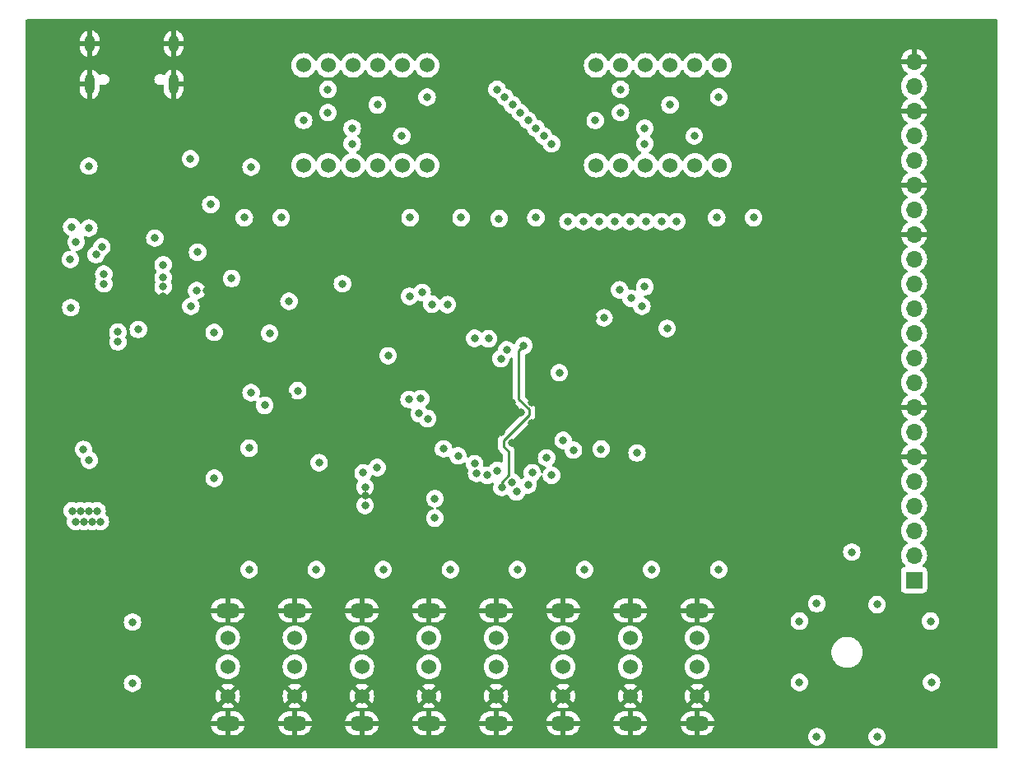
<source format=gbr>
%TF.GenerationSoftware,KiCad,Pcbnew,7.0.7*%
%TF.CreationDate,2023-11-08T14:01:29-08:00*%
%TF.ProjectId,ProgrammaGull_Sandpiper,50726f67-7261-46d6-9d61-47756c6c5f53,rev?*%
%TF.SameCoordinates,Original*%
%TF.FileFunction,Copper,L3,Inr*%
%TF.FilePolarity,Positive*%
%FSLAX46Y46*%
G04 Gerber Fmt 4.6, Leading zero omitted, Abs format (unit mm)*
G04 Created by KiCad (PCBNEW 7.0.7) date 2023-11-08 14:01:29*
%MOMM*%
%LPD*%
G01*
G04 APERTURE LIST*
%TA.AperFunction,ComponentPad*%
%ADD10C,1.524000*%
%TD*%
%TA.AperFunction,ComponentPad*%
%ADD11O,2.500000X1.524000*%
%TD*%
%TA.AperFunction,ComponentPad*%
%ADD12O,1.000000X2.100000*%
%TD*%
%TA.AperFunction,ComponentPad*%
%ADD13O,1.000000X1.800000*%
%TD*%
%TA.AperFunction,ComponentPad*%
%ADD14R,1.700000X1.700000*%
%TD*%
%TA.AperFunction,ComponentPad*%
%ADD15O,1.700000X1.700000*%
%TD*%
%TA.AperFunction,ViaPad*%
%ADD16C,0.800000*%
%TD*%
%TA.AperFunction,Conductor*%
%ADD17C,0.250000*%
%TD*%
G04 APERTURE END LIST*
D10*
%TO.N,+3V3*%
%TO.C,SW5*%
X59600000Y-88600000D03*
%TO.N,Net-(R10-Pad1)*%
X59600000Y-91600000D03*
%TO.N,GND*%
X59600000Y-94600000D03*
D11*
X59600000Y-85800000D03*
X59600000Y-97400000D03*
%TD*%
D10*
%TO.N,+3V3*%
%TO.C,SW4*%
X66500000Y-88600000D03*
%TO.N,Net-(R12-Pad1)*%
X66500000Y-91600000D03*
%TO.N,GND*%
X66500000Y-94600000D03*
D11*
X66500000Y-85800000D03*
X66500000Y-97400000D03*
%TD*%
D10*
%TO.N,+3V3*%
%TO.C,SW0*%
X94100000Y-88600000D03*
%TO.N,Net-(R20-Pad1)*%
X94100000Y-91600000D03*
%TO.N,GND*%
X94100000Y-94600000D03*
D11*
X94100000Y-85800000D03*
X94100000Y-97400000D03*
%TD*%
D12*
%TO.N,GND*%
%TO.C,P1*%
X40240000Y-31680000D03*
D13*
X40240000Y-27500000D03*
D12*
X31600000Y-31680000D03*
D13*
X31600000Y-27500000D03*
%TD*%
D10*
%TO.N,+3V3*%
%TO.C,SW2*%
X80300000Y-88600000D03*
%TO.N,Net-(R16-Pad1)*%
X80300000Y-91600000D03*
%TO.N,GND*%
X80300000Y-94600000D03*
D11*
X80300000Y-85800000D03*
X80300000Y-97400000D03*
%TD*%
D10*
%TO.N,+3V3*%
%TO.C,SW1*%
X87200000Y-88600000D03*
%TO.N,Net-(R18-Pad1)*%
X87200000Y-91600000D03*
%TO.N,GND*%
X87200000Y-94600000D03*
D11*
X87200000Y-85800000D03*
X87200000Y-97400000D03*
%TD*%
D10*
%TO.N,+3V3*%
%TO.C,SW6*%
X52700000Y-88600000D03*
%TO.N,Net-(R8-Pad1)*%
X52700000Y-91600000D03*
%TO.N,GND*%
X52700000Y-94600000D03*
D11*
X52700000Y-85800000D03*
X52700000Y-97400000D03*
%TD*%
D10*
%TO.N,+3V3*%
%TO.C,SW7*%
X45800000Y-88600000D03*
%TO.N,Net-(R6-Pad1)*%
X45800000Y-91600000D03*
%TO.N,GND*%
X45800000Y-94600000D03*
D11*
X45800000Y-85800000D03*
X45800000Y-97400000D03*
%TD*%
D10*
%TO.N,/UI_SEG_E*%
%TO.C,U8*%
X53600000Y-40000000D03*
%TO.N,/UI_SEG_D*%
X56140000Y-40000000D03*
%TO.N,/UI_SEG_DP*%
X58680000Y-40000000D03*
%TO.N,/UI_SEG_C*%
X61220000Y-40000000D03*
%TO.N,/UI_SEG_G*%
X63760000Y-40000000D03*
%TO.N,Net-(Q4-C)*%
X66300000Y-40000000D03*
%TO.N,/UI_SEG_B*%
X66300000Y-29740000D03*
%TO.N,Net-(Q3-C)*%
X63760000Y-29740000D03*
%TO.N,Net-(Q2-C)*%
X61220000Y-29740000D03*
%TO.N,/UI_SEG_F*%
X58680000Y-29740000D03*
%TO.N,/UI_SEG_A*%
X56140000Y-29740000D03*
%TO.N,Net-(Q1-C)*%
X53600000Y-29740000D03*
%TD*%
%TO.N,/UI_SEG_E*%
%TO.C,U10*%
X83700000Y-40000000D03*
%TO.N,/UI_SEG_D*%
X86240000Y-40000000D03*
%TO.N,/UI_SEG_DP*%
X88780000Y-40000000D03*
%TO.N,/UI_SEG_C*%
X91320000Y-40000000D03*
%TO.N,/UI_SEG_G*%
X93860000Y-40000000D03*
%TO.N,Net-(Q8-C)*%
X96400000Y-40000000D03*
%TO.N,/UI_SEG_B*%
X96400000Y-29740000D03*
%TO.N,Net-(Q7-C)*%
X93860000Y-29740000D03*
%TO.N,Net-(Q6-C)*%
X91320000Y-29740000D03*
%TO.N,/UI_SEG_F*%
X88780000Y-29740000D03*
%TO.N,/UI_SEG_A*%
X86240000Y-29740000D03*
%TO.N,Net-(Q5-C)*%
X83700000Y-29740000D03*
%TD*%
%TO.N,+3V3*%
%TO.C,SW3*%
X73400000Y-88600000D03*
%TO.N,Net-(R14-Pad1)*%
X73400000Y-91600000D03*
%TO.N,GND*%
X73400000Y-94600000D03*
D11*
X73400000Y-85800000D03*
X73400000Y-97400000D03*
%TD*%
D14*
%TO.N,+3V3*%
%TO.C,J4*%
X116397500Y-82670000D03*
D15*
%TO.N,/UI_ADC_SE_CHAN_3*%
X116397500Y-80130000D03*
%TO.N,/UI_ADC_SE_CHAN_2*%
X116397500Y-77590000D03*
%TO.N,/UI_ADC_SE_CHAN_1*%
X116397500Y-75050000D03*
%TO.N,/UI_ADC_SE_CHAN_0*%
X116397500Y-72510000D03*
%TO.N,GND*%
X116397500Y-69970000D03*
%TO.N,+3V3*%
X116397500Y-67430000D03*
%TO.N,GND*%
X116397500Y-64890000D03*
%TO.N,Net-(J4-Pin_9)*%
X116397500Y-62350000D03*
%TO.N,Net-(J4-Pin_10)*%
X116397500Y-59810000D03*
%TO.N,Net-(J4-Pin_11)*%
X116397500Y-57270000D03*
%TO.N,Net-(J4-Pin_12)*%
X116397500Y-54730000D03*
%TO.N,+3V3*%
X116397500Y-52190000D03*
%TO.N,/UI_GPIO0*%
X116397500Y-49650000D03*
%TO.N,GND*%
X116397500Y-47110000D03*
%TO.N,Net-(J4-Pin_16)*%
X116397500Y-44570000D03*
%TO.N,GND*%
X116397500Y-42030000D03*
%TO.N,+3V3*%
X116397500Y-39490000D03*
%TO.N,/UI_GPIO1*%
X116397500Y-36950000D03*
%TO.N,GND*%
X116397500Y-34410000D03*
%TO.N,Net-(J4-Pin_21)*%
X116397500Y-31870000D03*
%TO.N,GND*%
X116397500Y-29330000D03*
%TD*%
D16*
%TO.N,GND*%
X65350000Y-74350000D03*
%TO.N,/~{UI_7SEGSR_OE}*%
X68400000Y-54350000D03*
%TO.N,+1V2*%
X74000000Y-73150000D03*
X76250000Y-58550000D03*
%TO.N,GND*%
X29550000Y-36250000D03*
X47350000Y-60750000D03*
X112250000Y-52250000D03*
X81450000Y-62850000D03*
X81450000Y-61350000D03*
%TO.N,+3V3*%
X79900000Y-61350000D03*
%TO.N,GND*%
X113800000Y-38000000D03*
X58175000Y-71600000D03*
%TO.N,+3V3*%
X59725000Y-71650000D03*
X87900000Y-69600000D03*
%TO.N,GND*%
X87900000Y-68000000D03*
X86100000Y-67600000D03*
X31600000Y-78200000D03*
X30500000Y-64000000D03*
X30500000Y-65550000D03*
X30850000Y-67300000D03*
%TO.N,+3V3*%
X30150000Y-76650000D03*
X31000000Y-76650000D03*
X31850000Y-76650000D03*
X32700000Y-76650000D03*
X32350000Y-75550000D03*
X31500000Y-75550000D03*
X30650000Y-75550000D03*
X29800000Y-75550000D03*
X31550000Y-70350000D03*
X30950000Y-69250000D03*
%TO.N,GND*%
X33950000Y-70450000D03*
X33950000Y-69150000D03*
X33150000Y-70450000D03*
X33150000Y-69150000D03*
X68175500Y-75300000D03*
X62725000Y-74000000D03*
X59925000Y-74000000D03*
%TO.N,+3V3*%
X59925000Y-75000000D03*
X59925000Y-73100000D03*
%TO.N,GND*%
X74000000Y-76200000D03*
%TO.N,+3V3*%
X57600000Y-52200000D03*
%TO.N,/UI_SW2*%
X75500000Y-73600000D03*
%TO.N,/UI_SW1*%
X77121436Y-71646034D03*
%TO.N,/UI_SW0*%
X79100000Y-71900000D03*
%TO.N,/UI_SW3*%
X75027617Y-72596981D03*
%TO.N,/UI_SW5*%
X72500000Y-71900000D03*
%TO.N,/UI_SW4*%
X73500000Y-71400000D03*
%TO.N,/UI_SW6*%
X71400000Y-71700000D03*
%TO.N,/UI_SW7*%
X71200000Y-70700000D03*
%TO.N,GND*%
X71000000Y-76100000D03*
%TO.N,+3V3*%
X67100000Y-76300000D03*
X67100000Y-74300000D03*
X61175000Y-71100000D03*
%TO.N,GND*%
X69500000Y-72900000D03*
%TO.N,/UI_AUX_BUTTON*%
X44400000Y-72200000D03*
%TO.N,GND*%
X66500000Y-70775000D03*
%TO.N,+3V3*%
X68000000Y-69175000D03*
X48000000Y-69100000D03*
%TO.N,GND*%
X46200000Y-71100000D03*
X55200000Y-75200000D03*
%TO.N,+3V3*%
X55200000Y-70600000D03*
%TO.N,GND*%
X48000000Y-75300000D03*
X78300000Y-74400000D03*
X78300000Y-72900000D03*
%TO.N,+3V3*%
X76700000Y-72900000D03*
%TO.N,GND*%
X30400000Y-88700000D03*
%TO.N,+3V3*%
X36000000Y-87000000D03*
X36000000Y-93300000D03*
%TO.N,/UI_AUX_BUTTON*%
X69500000Y-69900000D03*
%TO.N,+3V3*%
X84200000Y-69200000D03*
X106400000Y-98800000D03*
X118100000Y-86900000D03*
%TO.N,GND*%
X104400000Y-83100000D03*
%TO.N,+3V3*%
X106400000Y-85100000D03*
X104600000Y-86900000D03*
X112600000Y-85200000D03*
X118200000Y-93200000D03*
%TO.N,GND*%
X116200000Y-96500000D03*
X114600000Y-97900000D03*
%TO.N,+3V3*%
X112600000Y-98800000D03*
%TO.N,GND*%
X100800000Y-96900000D03*
%TO.N,+3V3*%
X104600000Y-93200000D03*
%TO.N,GND*%
X109100000Y-77300000D03*
%TO.N,+3V3*%
X110000000Y-79800000D03*
%TO.N,+5V*%
X51300000Y-45400000D03*
X64550000Y-45400000D03*
X99900000Y-45400000D03*
X73700000Y-45500000D03*
X47500000Y-45400000D03*
X96100000Y-45400000D03*
X77500000Y-45400000D03*
X48200000Y-40200000D03*
X69800000Y-45400000D03*
%TO.N,GND*%
X39150000Y-53500000D03*
X83400000Y-55700000D03*
X80300000Y-83300000D03*
X35150000Y-52750000D03*
X38600000Y-40600000D03*
X39925000Y-64250000D03*
X39500000Y-58100000D03*
X41450000Y-41200000D03*
X37600000Y-50850000D03*
X75000000Y-64400000D03*
X37550000Y-50000000D03*
X45800000Y-83300000D03*
X35400000Y-47600000D03*
X38000000Y-44700000D03*
X43600000Y-52900000D03*
X36850000Y-52400000D03*
X36000000Y-52700000D03*
X73400000Y-83300000D03*
X47600000Y-54500000D03*
X87200000Y-83300000D03*
X52000000Y-63700000D03*
X36350000Y-51000000D03*
X52700000Y-83300000D03*
X75000000Y-68600000D03*
X29600000Y-51500000D03*
X40400000Y-58100000D03*
X91000000Y-54900000D03*
X34800000Y-51350000D03*
X38210000Y-37580000D03*
X76000000Y-65400000D03*
X37350000Y-51700000D03*
X34800000Y-40700000D03*
X49100000Y-54500000D03*
X58600000Y-61300000D03*
X82500000Y-50000000D03*
X112397500Y-76330000D03*
X39925000Y-61450000D03*
X66500000Y-83300000D03*
X32800000Y-54300000D03*
X36500000Y-49500000D03*
X94100000Y-83300000D03*
X31650000Y-44550000D03*
X57200000Y-63200000D03*
X63500000Y-50800000D03*
X33510000Y-37580000D03*
X40055497Y-45424500D03*
X111697500Y-76830000D03*
X43250000Y-43000000D03*
X73900000Y-67500000D03*
X77100000Y-64400000D03*
X77100000Y-66500000D03*
X72900000Y-66400000D03*
X42800000Y-57400000D03*
X63600000Y-61500000D03*
X76900000Y-57100000D03*
X35200000Y-41600000D03*
X72900000Y-68600000D03*
X59600000Y-83300000D03*
X73500000Y-55600000D03*
X84200000Y-50100000D03*
%TO.N,+3V3*%
X91000000Y-56800000D03*
X41950000Y-39350000D03*
X52100000Y-54000000D03*
X84500000Y-55700000D03*
X29750000Y-46350000D03*
X49600000Y-64700000D03*
X44050000Y-44050000D03*
X39150000Y-50250000D03*
X53000000Y-63200000D03*
X42000000Y-54500000D03*
X50100000Y-57300000D03*
X31500000Y-40100000D03*
X42700000Y-48950000D03*
X46200000Y-51650000D03*
X29650000Y-54650000D03*
X29600000Y-49700000D03*
X71200000Y-57800000D03*
X62300000Y-59600000D03*
X36600000Y-56900000D03*
%TO.N,/UI_RGBLED_B*%
X81362500Y-69300000D03*
X80300000Y-68300000D03*
%TO.N,/UI_SW7*%
X48000000Y-81600000D03*
%TO.N,/UI_SW6*%
X54900000Y-81600000D03*
%TO.N,/UI_SW5*%
X61800000Y-81600000D03*
%TO.N,/UI_SW4*%
X68700000Y-81600000D03*
%TO.N,/UI_SW3*%
X75600000Y-81600000D03*
%TO.N,/UI_SW2*%
X82500000Y-81600000D03*
%TO.N,/UI_SW1*%
X89400000Y-81600000D03*
%TO.N,/UI_SW0*%
X96300000Y-81600000D03*
%TO.N,/FLASH_CS*%
X65500000Y-65550000D03*
X32250000Y-49200000D03*
%TO.N,/EEPROM_SPI_DO*%
X42600000Y-52900000D03*
X44400000Y-57200000D03*
%TO.N,/FLASH_SCK*%
X64450000Y-64100000D03*
X31500000Y-46475500D03*
%TO.N,/UI_SEG_A*%
X56100000Y-32200000D03*
X80800000Y-45800000D03*
X86200000Y-32200000D03*
X73500000Y-32200000D03*
%TO.N,/UI_SEG_B*%
X74300000Y-33000000D03*
X96300000Y-33000000D03*
X66300000Y-33000000D03*
X82400000Y-45800000D03*
X66300000Y-33000000D03*
%TO.N,/UI_SEG_C*%
X61200000Y-33800000D03*
X84000000Y-45800000D03*
X75100000Y-33800000D03*
X91300000Y-33800000D03*
%TO.N,/UI_SEG_D*%
X56100000Y-34600000D03*
X75900000Y-34600000D03*
X86200000Y-34600000D03*
X85600000Y-45800000D03*
%TO.N,/UI_SEG_E*%
X53600000Y-35400000D03*
X87200000Y-45800000D03*
X76700000Y-35400000D03*
X83600000Y-35400000D03*
%TO.N,/UI_SEG_F*%
X77500000Y-36200000D03*
X88800000Y-45800000D03*
X88700000Y-36200000D03*
X58600000Y-36200000D03*
%TO.N,/UI_SEG_G*%
X63700000Y-37000000D03*
X90400000Y-45800000D03*
X93800000Y-37000000D03*
X78300000Y-37000000D03*
%TO.N,/UI_SEG_DP*%
X79100000Y-37800000D03*
X58600000Y-37800000D03*
X92000000Y-45800000D03*
X88700000Y-37800000D03*
%TO.N,/~{UI_7SEGSR_OE}*%
X72626378Y-57849024D03*
X88400000Y-54500000D03*
%TO.N,/UP5K_CDONE*%
X33050000Y-51200000D03*
X74500000Y-59000000D03*
%TO.N,/UP5K_CRESET*%
X73900000Y-59900000D03*
X33050000Y-52200000D03*
%TO.N,/UI_7SEGSR_CLK*%
X86100000Y-52824500D03*
X65800000Y-53100000D03*
%TO.N,/UI_7SEGSR_RCLK*%
X87300000Y-53700000D03*
X66800000Y-54300000D03*
%TO.N,/FLASH_MOSI*%
X65650000Y-64025500D03*
X32850000Y-48400000D03*
%TO.N,/FLASH_MISO*%
X30200000Y-47900000D03*
X66354143Y-66069079D03*
%TO.N,/CLK_12M*%
X78600000Y-70100000D03*
X38300000Y-47500000D03*
X48200000Y-63400000D03*
%TO.N,/UI_7SEG_SER_CARRY*%
X88700000Y-52500000D03*
X64500000Y-53500000D03*
%TO.N,Net-(U7-BCBUS4)*%
X39150000Y-51550000D03*
X34495800Y-57156794D03*
%TO.N,Net-(U7-BCBUS3)*%
X39150000Y-52500000D03*
X34500895Y-58176297D03*
%TD*%
D17*
%TO.N,+1V2*%
X76250000Y-58550000D02*
X75750000Y-59050000D01*
X74200305Y-68299695D02*
X74200305Y-68950305D01*
X75750000Y-59050000D02*
X75750000Y-64075305D01*
X74700000Y-69450000D02*
X74700000Y-71900000D01*
X75750000Y-64075305D02*
X76799695Y-65125000D01*
X76799695Y-65125000D02*
X76799695Y-65700305D01*
X76799695Y-65700305D02*
X74200305Y-68299695D01*
X74200305Y-68950305D02*
X74700000Y-69450000D01*
X74700000Y-71900000D02*
X74000000Y-72600000D01*
X74000000Y-72600000D02*
X74000000Y-73150000D01*
%TD*%
%TA.AperFunction,Conductor*%
%TO.N,GND*%
G36*
X124942539Y-25020185D02*
G01*
X124988294Y-25072989D01*
X124999500Y-25124500D01*
X124999500Y-99875500D01*
X124979815Y-99942539D01*
X124927011Y-99988294D01*
X124875500Y-99999500D01*
X25124500Y-99999500D01*
X25057461Y-99979815D01*
X25011706Y-99927011D01*
X25000500Y-99875500D01*
X25000500Y-98800000D01*
X105494540Y-98800000D01*
X105514326Y-98988256D01*
X105514327Y-98988259D01*
X105572818Y-99168277D01*
X105572821Y-99168284D01*
X105667467Y-99332216D01*
X105794128Y-99472887D01*
X105794129Y-99472888D01*
X105947265Y-99584148D01*
X105947270Y-99584151D01*
X106120192Y-99661142D01*
X106120197Y-99661144D01*
X106305354Y-99700500D01*
X106305355Y-99700500D01*
X106494644Y-99700500D01*
X106494646Y-99700500D01*
X106679803Y-99661144D01*
X106852730Y-99584151D01*
X107005871Y-99472888D01*
X107132533Y-99332216D01*
X107227179Y-99168284D01*
X107285674Y-98988256D01*
X107305460Y-98800000D01*
X111694540Y-98800000D01*
X111714326Y-98988256D01*
X111714327Y-98988259D01*
X111772818Y-99168277D01*
X111772821Y-99168284D01*
X111867467Y-99332216D01*
X111994128Y-99472887D01*
X111994129Y-99472888D01*
X112147265Y-99584148D01*
X112147270Y-99584151D01*
X112320192Y-99661142D01*
X112320197Y-99661144D01*
X112505354Y-99700500D01*
X112505355Y-99700500D01*
X112694644Y-99700500D01*
X112694646Y-99700500D01*
X112879803Y-99661144D01*
X113052730Y-99584151D01*
X113205871Y-99472888D01*
X113332533Y-99332216D01*
X113427179Y-99168284D01*
X113485674Y-98988256D01*
X113505460Y-98800000D01*
X113485674Y-98611744D01*
X113427179Y-98431716D01*
X113332533Y-98267784D01*
X113205871Y-98127112D01*
X113205870Y-98127111D01*
X113052734Y-98015851D01*
X113052729Y-98015848D01*
X112879807Y-97938857D01*
X112879802Y-97938855D01*
X112734001Y-97907865D01*
X112694646Y-97899500D01*
X112505354Y-97899500D01*
X112472897Y-97906398D01*
X112320197Y-97938855D01*
X112320192Y-97938857D01*
X112147270Y-98015848D01*
X112147265Y-98015851D01*
X111994129Y-98127111D01*
X111867466Y-98267785D01*
X111772821Y-98431715D01*
X111772818Y-98431722D01*
X111722591Y-98586307D01*
X111714326Y-98611744D01*
X111694540Y-98800000D01*
X107305460Y-98800000D01*
X107285674Y-98611744D01*
X107227179Y-98431716D01*
X107132533Y-98267784D01*
X107005871Y-98127112D01*
X107005870Y-98127111D01*
X106852734Y-98015851D01*
X106852729Y-98015848D01*
X106679807Y-97938857D01*
X106679802Y-97938855D01*
X106534001Y-97907865D01*
X106494646Y-97899500D01*
X106305354Y-97899500D01*
X106272897Y-97906398D01*
X106120197Y-97938855D01*
X106120192Y-97938857D01*
X105947270Y-98015848D01*
X105947265Y-98015851D01*
X105794129Y-98127111D01*
X105667466Y-98267785D01*
X105572821Y-98431715D01*
X105572818Y-98431722D01*
X105522591Y-98586307D01*
X105514326Y-98611744D01*
X105494540Y-98800000D01*
X25000500Y-98800000D01*
X25000500Y-97650000D01*
X44072339Y-97650000D01*
X44076669Y-97681959D01*
X44076669Y-97681961D01*
X44146865Y-97898003D01*
X44254509Y-98098039D01*
X44254511Y-98098042D01*
X44396145Y-98275646D01*
X44567210Y-98425100D01*
X44567218Y-98425107D01*
X44762218Y-98541615D01*
X44762226Y-98541619D01*
X44974904Y-98621438D01*
X45198414Y-98662000D01*
X45550000Y-98662000D01*
X45550000Y-97905000D01*
X45569685Y-97837961D01*
X45622489Y-97792206D01*
X45674000Y-97781000D01*
X45926000Y-97781000D01*
X45993039Y-97800685D01*
X46038794Y-97853489D01*
X46050000Y-97905000D01*
X46050000Y-98662000D01*
X46344669Y-98662000D01*
X46344672Y-98661999D01*
X46514250Y-98646738D01*
X46733217Y-98586307D01*
X46733230Y-98586302D01*
X46937891Y-98487743D01*
X46937901Y-98487737D01*
X47121672Y-98354219D01*
X47121677Y-98354215D01*
X47278659Y-98190023D01*
X47403803Y-98000439D01*
X47493083Y-97791559D01*
X47493086Y-97791550D01*
X47525394Y-97650000D01*
X50972339Y-97650000D01*
X50976669Y-97681959D01*
X50976669Y-97681961D01*
X51046865Y-97898003D01*
X51154509Y-98098039D01*
X51154511Y-98098042D01*
X51296145Y-98275646D01*
X51467210Y-98425100D01*
X51467218Y-98425107D01*
X51662218Y-98541615D01*
X51662226Y-98541619D01*
X51874904Y-98621438D01*
X52098414Y-98662000D01*
X52450000Y-98662000D01*
X52450000Y-97905000D01*
X52469685Y-97837961D01*
X52522489Y-97792206D01*
X52574000Y-97781000D01*
X52826000Y-97781000D01*
X52893039Y-97800685D01*
X52938794Y-97853489D01*
X52950000Y-97905000D01*
X52950000Y-98662000D01*
X53244669Y-98662000D01*
X53244672Y-98661999D01*
X53414250Y-98646738D01*
X53633217Y-98586307D01*
X53633230Y-98586302D01*
X53837891Y-98487743D01*
X53837901Y-98487737D01*
X54021672Y-98354219D01*
X54021677Y-98354215D01*
X54178659Y-98190023D01*
X54303803Y-98000439D01*
X54393083Y-97791559D01*
X54393086Y-97791550D01*
X54425394Y-97650000D01*
X57872339Y-97650000D01*
X57876669Y-97681959D01*
X57876669Y-97681961D01*
X57946865Y-97898003D01*
X58054509Y-98098039D01*
X58054511Y-98098042D01*
X58196145Y-98275646D01*
X58367210Y-98425100D01*
X58367218Y-98425107D01*
X58562218Y-98541615D01*
X58562226Y-98541619D01*
X58774904Y-98621438D01*
X58998414Y-98662000D01*
X59350000Y-98662000D01*
X59350000Y-97905000D01*
X59369685Y-97837961D01*
X59422489Y-97792206D01*
X59474000Y-97781000D01*
X59726000Y-97781000D01*
X59793039Y-97800685D01*
X59838794Y-97853489D01*
X59850000Y-97905000D01*
X59850000Y-98662000D01*
X60144669Y-98662000D01*
X60144672Y-98661999D01*
X60314250Y-98646738D01*
X60533217Y-98586307D01*
X60533230Y-98586302D01*
X60737891Y-98487743D01*
X60737901Y-98487737D01*
X60921672Y-98354219D01*
X60921677Y-98354215D01*
X61078659Y-98190023D01*
X61203803Y-98000439D01*
X61293083Y-97791559D01*
X61293086Y-97791550D01*
X61325394Y-97650000D01*
X64772339Y-97650000D01*
X64776669Y-97681959D01*
X64776669Y-97681961D01*
X64846865Y-97898003D01*
X64954509Y-98098039D01*
X64954511Y-98098042D01*
X65096145Y-98275646D01*
X65267210Y-98425100D01*
X65267218Y-98425107D01*
X65462218Y-98541615D01*
X65462226Y-98541619D01*
X65674904Y-98621438D01*
X65898414Y-98662000D01*
X66250000Y-98662000D01*
X66250000Y-97905000D01*
X66269685Y-97837961D01*
X66322489Y-97792206D01*
X66374000Y-97781000D01*
X66626000Y-97781000D01*
X66693039Y-97800685D01*
X66738794Y-97853489D01*
X66750000Y-97905000D01*
X66750000Y-98662000D01*
X67044669Y-98662000D01*
X67044672Y-98661999D01*
X67214250Y-98646738D01*
X67433217Y-98586307D01*
X67433230Y-98586302D01*
X67637891Y-98487743D01*
X67637901Y-98487737D01*
X67821672Y-98354219D01*
X67821677Y-98354215D01*
X67978659Y-98190023D01*
X68103803Y-98000439D01*
X68193083Y-97791559D01*
X68193086Y-97791550D01*
X68225394Y-97650000D01*
X71672339Y-97650000D01*
X71676669Y-97681959D01*
X71676669Y-97681961D01*
X71746865Y-97898003D01*
X71854509Y-98098039D01*
X71854511Y-98098042D01*
X71996145Y-98275646D01*
X72167210Y-98425100D01*
X72167218Y-98425107D01*
X72362218Y-98541615D01*
X72362226Y-98541619D01*
X72574904Y-98621438D01*
X72798414Y-98662000D01*
X73150000Y-98662000D01*
X73150000Y-97905000D01*
X73169685Y-97837961D01*
X73222489Y-97792206D01*
X73274000Y-97781000D01*
X73526000Y-97781000D01*
X73593039Y-97800685D01*
X73638794Y-97853489D01*
X73650000Y-97905000D01*
X73650000Y-98662000D01*
X73944669Y-98662000D01*
X73944672Y-98661999D01*
X74114250Y-98646738D01*
X74333217Y-98586307D01*
X74333230Y-98586302D01*
X74537891Y-98487743D01*
X74537901Y-98487737D01*
X74721672Y-98354219D01*
X74721677Y-98354215D01*
X74878659Y-98190023D01*
X75003803Y-98000439D01*
X75093083Y-97791559D01*
X75093086Y-97791550D01*
X75125394Y-97650000D01*
X78572339Y-97650000D01*
X78576669Y-97681959D01*
X78576669Y-97681961D01*
X78646865Y-97898003D01*
X78754509Y-98098039D01*
X78754511Y-98098042D01*
X78896145Y-98275646D01*
X79067210Y-98425100D01*
X79067218Y-98425107D01*
X79262218Y-98541615D01*
X79262226Y-98541619D01*
X79474904Y-98621438D01*
X79698414Y-98662000D01*
X80049999Y-98662000D01*
X80050000Y-97905000D01*
X80069685Y-97837961D01*
X80122489Y-97792206D01*
X80174000Y-97781000D01*
X80426000Y-97781000D01*
X80493039Y-97800685D01*
X80538794Y-97853489D01*
X80550000Y-97905000D01*
X80550000Y-98662000D01*
X80844669Y-98662000D01*
X80844672Y-98661999D01*
X81014250Y-98646738D01*
X81233217Y-98586307D01*
X81233230Y-98586302D01*
X81437891Y-98487743D01*
X81437901Y-98487737D01*
X81621672Y-98354219D01*
X81621677Y-98354215D01*
X81778659Y-98190023D01*
X81903803Y-98000439D01*
X81993083Y-97791559D01*
X81993086Y-97791550D01*
X82025394Y-97650000D01*
X85472339Y-97650000D01*
X85476669Y-97681959D01*
X85476669Y-97681961D01*
X85546865Y-97898003D01*
X85654509Y-98098039D01*
X85654511Y-98098042D01*
X85796145Y-98275646D01*
X85967210Y-98425100D01*
X85967218Y-98425107D01*
X86162218Y-98541615D01*
X86162226Y-98541619D01*
X86374904Y-98621438D01*
X86598414Y-98662000D01*
X86950000Y-98662000D01*
X86950000Y-97905000D01*
X86969685Y-97837961D01*
X87022489Y-97792206D01*
X87074000Y-97781000D01*
X87326000Y-97781000D01*
X87393039Y-97800685D01*
X87438794Y-97853489D01*
X87450000Y-97905000D01*
X87450000Y-98662000D01*
X87744669Y-98662000D01*
X87744672Y-98661999D01*
X87914250Y-98646738D01*
X88133217Y-98586307D01*
X88133230Y-98586302D01*
X88337891Y-98487743D01*
X88337901Y-98487737D01*
X88521672Y-98354219D01*
X88521677Y-98354215D01*
X88678659Y-98190023D01*
X88803803Y-98000439D01*
X88893083Y-97791559D01*
X88893086Y-97791550D01*
X88925394Y-97650000D01*
X92372339Y-97650000D01*
X92376669Y-97681959D01*
X92376669Y-97681961D01*
X92446865Y-97898003D01*
X92554509Y-98098039D01*
X92554511Y-98098042D01*
X92696145Y-98275646D01*
X92867210Y-98425100D01*
X92867218Y-98425107D01*
X93062218Y-98541615D01*
X93062226Y-98541619D01*
X93274904Y-98621438D01*
X93498414Y-98662000D01*
X93850000Y-98662000D01*
X93850000Y-97905000D01*
X93869685Y-97837961D01*
X93922489Y-97792206D01*
X93974000Y-97781000D01*
X94226000Y-97781000D01*
X94293039Y-97800685D01*
X94338794Y-97853489D01*
X94350000Y-97905000D01*
X94350000Y-98662000D01*
X94644669Y-98662000D01*
X94644672Y-98661999D01*
X94814250Y-98646738D01*
X95033217Y-98586307D01*
X95033230Y-98586302D01*
X95237891Y-98487743D01*
X95237901Y-98487737D01*
X95421672Y-98354219D01*
X95421677Y-98354215D01*
X95578659Y-98190023D01*
X95703803Y-98000439D01*
X95793083Y-97791559D01*
X95793086Y-97791550D01*
X95825394Y-97650000D01*
X94988467Y-97650000D01*
X94921428Y-97630315D01*
X94875673Y-97577511D01*
X94865729Y-97508353D01*
X94868262Y-97495558D01*
X94868446Y-97494827D01*
X94868448Y-97494823D01*
X94878949Y-97368102D01*
X94862828Y-97304441D01*
X94865452Y-97234620D01*
X94905408Y-97177303D01*
X94970009Y-97150686D01*
X94983033Y-97150000D01*
X95827661Y-97150000D01*
X95823330Y-97118040D01*
X95823330Y-97118038D01*
X95753134Y-96901996D01*
X95645490Y-96701960D01*
X95645488Y-96701957D01*
X95503854Y-96524353D01*
X95332789Y-96374899D01*
X95332781Y-96374892D01*
X95137781Y-96258384D01*
X95137773Y-96258380D01*
X94925095Y-96178561D01*
X94701586Y-96138000D01*
X94350000Y-96138000D01*
X94350000Y-96895000D01*
X94330315Y-96962039D01*
X94277511Y-97007794D01*
X94226000Y-97019000D01*
X93974000Y-97019000D01*
X93906961Y-96999315D01*
X93861206Y-96946511D01*
X93850000Y-96895000D01*
X93850000Y-96138000D01*
X93555327Y-96138000D01*
X93385749Y-96153261D01*
X93166782Y-96213692D01*
X93166769Y-96213697D01*
X92962108Y-96312256D01*
X92962098Y-96312262D01*
X92778327Y-96445780D01*
X92778322Y-96445784D01*
X92621340Y-96609976D01*
X92496196Y-96799560D01*
X92406916Y-97008440D01*
X92406913Y-97008449D01*
X92374605Y-97149999D01*
X92374606Y-97150000D01*
X93211533Y-97150000D01*
X93278572Y-97169685D01*
X93324327Y-97222489D01*
X93334271Y-97291647D01*
X93331738Y-97304442D01*
X93331551Y-97305179D01*
X93321050Y-97431898D01*
X93337172Y-97495559D01*
X93334548Y-97565380D01*
X93294592Y-97622697D01*
X93229991Y-97649314D01*
X93216967Y-97650000D01*
X92372339Y-97650000D01*
X88925394Y-97650000D01*
X88088467Y-97650000D01*
X88021428Y-97630315D01*
X87975673Y-97577511D01*
X87965729Y-97508353D01*
X87968262Y-97495558D01*
X87968446Y-97494827D01*
X87968448Y-97494823D01*
X87978949Y-97368102D01*
X87962828Y-97304441D01*
X87965452Y-97234620D01*
X88005408Y-97177303D01*
X88070009Y-97150686D01*
X88083033Y-97150000D01*
X88927661Y-97150000D01*
X88923330Y-97118040D01*
X88923330Y-97118038D01*
X88853134Y-96901996D01*
X88745490Y-96701960D01*
X88745488Y-96701957D01*
X88603854Y-96524353D01*
X88432789Y-96374899D01*
X88432781Y-96374892D01*
X88237781Y-96258384D01*
X88237773Y-96258380D01*
X88025095Y-96178561D01*
X87801586Y-96138000D01*
X87450000Y-96138000D01*
X87450000Y-96895000D01*
X87430315Y-96962039D01*
X87377511Y-97007794D01*
X87326000Y-97019000D01*
X87074000Y-97019000D01*
X87006961Y-96999315D01*
X86961206Y-96946511D01*
X86950000Y-96895000D01*
X86950000Y-96138000D01*
X86655327Y-96138000D01*
X86485749Y-96153261D01*
X86266782Y-96213692D01*
X86266769Y-96213697D01*
X86062108Y-96312256D01*
X86062098Y-96312262D01*
X85878327Y-96445780D01*
X85878322Y-96445784D01*
X85721340Y-96609976D01*
X85596196Y-96799560D01*
X85506916Y-97008440D01*
X85506913Y-97008449D01*
X85474605Y-97149999D01*
X85474606Y-97150000D01*
X86311533Y-97150000D01*
X86378572Y-97169685D01*
X86424327Y-97222489D01*
X86434271Y-97291647D01*
X86431738Y-97304442D01*
X86431551Y-97305179D01*
X86421050Y-97431898D01*
X86437172Y-97495559D01*
X86434548Y-97565380D01*
X86394592Y-97622697D01*
X86329991Y-97649314D01*
X86316967Y-97650000D01*
X85472339Y-97650000D01*
X82025394Y-97650000D01*
X81188467Y-97650000D01*
X81121428Y-97630315D01*
X81075673Y-97577511D01*
X81065729Y-97508353D01*
X81068262Y-97495558D01*
X81068446Y-97494827D01*
X81068448Y-97494823D01*
X81078949Y-97368102D01*
X81062828Y-97304441D01*
X81065452Y-97234620D01*
X81105408Y-97177303D01*
X81170009Y-97150686D01*
X81183033Y-97150000D01*
X82027661Y-97150000D01*
X82023330Y-97118040D01*
X82023330Y-97118038D01*
X81953134Y-96901996D01*
X81845490Y-96701960D01*
X81845488Y-96701957D01*
X81703854Y-96524353D01*
X81532789Y-96374899D01*
X81532781Y-96374892D01*
X81337781Y-96258384D01*
X81337773Y-96258380D01*
X81125095Y-96178561D01*
X80901586Y-96138000D01*
X80550000Y-96138000D01*
X80550000Y-96895000D01*
X80530315Y-96962039D01*
X80477511Y-97007794D01*
X80426000Y-97019000D01*
X80174000Y-97019000D01*
X80106961Y-96999315D01*
X80061206Y-96946511D01*
X80050000Y-96895000D01*
X80050000Y-96138000D01*
X79755327Y-96138000D01*
X79585749Y-96153261D01*
X79366782Y-96213692D01*
X79366769Y-96213697D01*
X79162108Y-96312256D01*
X79162098Y-96312262D01*
X78978327Y-96445780D01*
X78978322Y-96445784D01*
X78821340Y-96609976D01*
X78696196Y-96799560D01*
X78606916Y-97008440D01*
X78606913Y-97008449D01*
X78574605Y-97149999D01*
X78574606Y-97150000D01*
X79411533Y-97150000D01*
X79478572Y-97169685D01*
X79524327Y-97222489D01*
X79534271Y-97291647D01*
X79531738Y-97304442D01*
X79531551Y-97305179D01*
X79521050Y-97431898D01*
X79537172Y-97495559D01*
X79534548Y-97565380D01*
X79494592Y-97622697D01*
X79429991Y-97649314D01*
X79416967Y-97650000D01*
X78572339Y-97650000D01*
X75125394Y-97650000D01*
X74288467Y-97650000D01*
X74221428Y-97630315D01*
X74175673Y-97577511D01*
X74165729Y-97508353D01*
X74168262Y-97495558D01*
X74168446Y-97494827D01*
X74168448Y-97494823D01*
X74178949Y-97368102D01*
X74162828Y-97304441D01*
X74165452Y-97234620D01*
X74205408Y-97177303D01*
X74270009Y-97150686D01*
X74283033Y-97150000D01*
X75127661Y-97150000D01*
X75123330Y-97118040D01*
X75123330Y-97118038D01*
X75053134Y-96901996D01*
X74945490Y-96701960D01*
X74945488Y-96701957D01*
X74803854Y-96524353D01*
X74632789Y-96374899D01*
X74632781Y-96374892D01*
X74437781Y-96258384D01*
X74437773Y-96258380D01*
X74225095Y-96178561D01*
X74001586Y-96138000D01*
X73650000Y-96138000D01*
X73650000Y-96895000D01*
X73630315Y-96962039D01*
X73577511Y-97007794D01*
X73526000Y-97019000D01*
X73274000Y-97019000D01*
X73206961Y-96999315D01*
X73161206Y-96946511D01*
X73150000Y-96895000D01*
X73150000Y-96138000D01*
X72855327Y-96138000D01*
X72685749Y-96153261D01*
X72466782Y-96213692D01*
X72466769Y-96213697D01*
X72262108Y-96312256D01*
X72262098Y-96312262D01*
X72078327Y-96445780D01*
X72078322Y-96445784D01*
X71921340Y-96609976D01*
X71796196Y-96799560D01*
X71706916Y-97008440D01*
X71706913Y-97008449D01*
X71674605Y-97149999D01*
X71674606Y-97150000D01*
X72511533Y-97150000D01*
X72578572Y-97169685D01*
X72624327Y-97222489D01*
X72634271Y-97291647D01*
X72631738Y-97304442D01*
X72631551Y-97305179D01*
X72621050Y-97431898D01*
X72637172Y-97495559D01*
X72634548Y-97565380D01*
X72594592Y-97622697D01*
X72529991Y-97649314D01*
X72516967Y-97650000D01*
X71672339Y-97650000D01*
X68225394Y-97650000D01*
X67388467Y-97650000D01*
X67321428Y-97630315D01*
X67275673Y-97577511D01*
X67265729Y-97508353D01*
X67268262Y-97495558D01*
X67268446Y-97494827D01*
X67268448Y-97494823D01*
X67278949Y-97368102D01*
X67262828Y-97304441D01*
X67265452Y-97234620D01*
X67305408Y-97177303D01*
X67370009Y-97150686D01*
X67383033Y-97150000D01*
X68227661Y-97150000D01*
X68223330Y-97118040D01*
X68223330Y-97118038D01*
X68153134Y-96901996D01*
X68045490Y-96701960D01*
X68045488Y-96701957D01*
X67903854Y-96524353D01*
X67732789Y-96374899D01*
X67732781Y-96374892D01*
X67537781Y-96258384D01*
X67537773Y-96258380D01*
X67325095Y-96178561D01*
X67101586Y-96138000D01*
X66750000Y-96138000D01*
X66750000Y-96895000D01*
X66730315Y-96962039D01*
X66677511Y-97007794D01*
X66626000Y-97019000D01*
X66374000Y-97019000D01*
X66306961Y-96999315D01*
X66261206Y-96946511D01*
X66250000Y-96895000D01*
X66250000Y-96138000D01*
X65955327Y-96138000D01*
X65785749Y-96153261D01*
X65566782Y-96213692D01*
X65566769Y-96213697D01*
X65362108Y-96312256D01*
X65362098Y-96312262D01*
X65178327Y-96445780D01*
X65178322Y-96445784D01*
X65021340Y-96609976D01*
X64896196Y-96799560D01*
X64806916Y-97008440D01*
X64806913Y-97008449D01*
X64774605Y-97149999D01*
X64774606Y-97150000D01*
X65611533Y-97150000D01*
X65678572Y-97169685D01*
X65724327Y-97222489D01*
X65734271Y-97291647D01*
X65731738Y-97304442D01*
X65731551Y-97305179D01*
X65721050Y-97431898D01*
X65737172Y-97495559D01*
X65734548Y-97565380D01*
X65694592Y-97622697D01*
X65629991Y-97649314D01*
X65616967Y-97650000D01*
X64772339Y-97650000D01*
X61325394Y-97650000D01*
X60488467Y-97650000D01*
X60421428Y-97630315D01*
X60375673Y-97577511D01*
X60365729Y-97508353D01*
X60368262Y-97495558D01*
X60368446Y-97494827D01*
X60368448Y-97494823D01*
X60378949Y-97368102D01*
X60362828Y-97304441D01*
X60365452Y-97234620D01*
X60405408Y-97177303D01*
X60470009Y-97150686D01*
X60483033Y-97150000D01*
X61327661Y-97150000D01*
X61323330Y-97118040D01*
X61323330Y-97118038D01*
X61253134Y-96901996D01*
X61145490Y-96701960D01*
X61145488Y-96701957D01*
X61003854Y-96524353D01*
X60832789Y-96374899D01*
X60832781Y-96374892D01*
X60637781Y-96258384D01*
X60637773Y-96258380D01*
X60425095Y-96178561D01*
X60201586Y-96138000D01*
X59850000Y-96138000D01*
X59850000Y-96895000D01*
X59830315Y-96962039D01*
X59777511Y-97007794D01*
X59726000Y-97019000D01*
X59474000Y-97019000D01*
X59406961Y-96999315D01*
X59361206Y-96946511D01*
X59350000Y-96895000D01*
X59350000Y-96138000D01*
X59055327Y-96138000D01*
X58885749Y-96153261D01*
X58666782Y-96213692D01*
X58666769Y-96213697D01*
X58462108Y-96312256D01*
X58462098Y-96312262D01*
X58278327Y-96445780D01*
X58278322Y-96445784D01*
X58121340Y-96609976D01*
X57996196Y-96799560D01*
X57906916Y-97008440D01*
X57906913Y-97008449D01*
X57874605Y-97149999D01*
X57874606Y-97150000D01*
X58711533Y-97150000D01*
X58778572Y-97169685D01*
X58824327Y-97222489D01*
X58834271Y-97291647D01*
X58831738Y-97304442D01*
X58831551Y-97305179D01*
X58821050Y-97431898D01*
X58837172Y-97495559D01*
X58834548Y-97565380D01*
X58794592Y-97622697D01*
X58729991Y-97649314D01*
X58716967Y-97650000D01*
X57872339Y-97650000D01*
X54425394Y-97650000D01*
X53588467Y-97650000D01*
X53521428Y-97630315D01*
X53475673Y-97577511D01*
X53465729Y-97508353D01*
X53468262Y-97495558D01*
X53468446Y-97494827D01*
X53468448Y-97494823D01*
X53478949Y-97368102D01*
X53462828Y-97304441D01*
X53465452Y-97234620D01*
X53505408Y-97177303D01*
X53570009Y-97150686D01*
X53583033Y-97150000D01*
X54427661Y-97150000D01*
X54423330Y-97118040D01*
X54423330Y-97118038D01*
X54353134Y-96901996D01*
X54245490Y-96701960D01*
X54245488Y-96701957D01*
X54103854Y-96524353D01*
X53932789Y-96374899D01*
X53932781Y-96374892D01*
X53737781Y-96258384D01*
X53737773Y-96258380D01*
X53525095Y-96178561D01*
X53301586Y-96138000D01*
X52950000Y-96138000D01*
X52950000Y-96895000D01*
X52930315Y-96962039D01*
X52877511Y-97007794D01*
X52826000Y-97019000D01*
X52574000Y-97019000D01*
X52506961Y-96999315D01*
X52461206Y-96946511D01*
X52450000Y-96895000D01*
X52450000Y-96138000D01*
X52155327Y-96138000D01*
X51985749Y-96153261D01*
X51766782Y-96213692D01*
X51766769Y-96213697D01*
X51562108Y-96312256D01*
X51562098Y-96312262D01*
X51378327Y-96445780D01*
X51378322Y-96445784D01*
X51221340Y-96609976D01*
X51096196Y-96799560D01*
X51006916Y-97008440D01*
X51006913Y-97008449D01*
X50974605Y-97149999D01*
X50974606Y-97150000D01*
X51811533Y-97150000D01*
X51878572Y-97169685D01*
X51924327Y-97222489D01*
X51934271Y-97291647D01*
X51931738Y-97304442D01*
X51931551Y-97305179D01*
X51921050Y-97431898D01*
X51937172Y-97495559D01*
X51934548Y-97565380D01*
X51894592Y-97622697D01*
X51829991Y-97649314D01*
X51816967Y-97650000D01*
X50972339Y-97650000D01*
X47525394Y-97650000D01*
X46688467Y-97650000D01*
X46621428Y-97630315D01*
X46575673Y-97577511D01*
X46565729Y-97508353D01*
X46568262Y-97495558D01*
X46568446Y-97494827D01*
X46568448Y-97494823D01*
X46578949Y-97368102D01*
X46562828Y-97304441D01*
X46565452Y-97234620D01*
X46605408Y-97177303D01*
X46670009Y-97150686D01*
X46683033Y-97150000D01*
X47527661Y-97150000D01*
X47523330Y-97118040D01*
X47523330Y-97118038D01*
X47453134Y-96901996D01*
X47345490Y-96701960D01*
X47345488Y-96701957D01*
X47203854Y-96524353D01*
X47032789Y-96374899D01*
X47032781Y-96374892D01*
X46837781Y-96258384D01*
X46837773Y-96258380D01*
X46625095Y-96178561D01*
X46401586Y-96138000D01*
X46050000Y-96138000D01*
X46050000Y-96895000D01*
X46030315Y-96962039D01*
X45977511Y-97007794D01*
X45926000Y-97019000D01*
X45674000Y-97019000D01*
X45606961Y-96999315D01*
X45561206Y-96946511D01*
X45550000Y-96895000D01*
X45550000Y-96138000D01*
X45255327Y-96138000D01*
X45085749Y-96153261D01*
X44866782Y-96213692D01*
X44866769Y-96213697D01*
X44662108Y-96312256D01*
X44662098Y-96312262D01*
X44478327Y-96445780D01*
X44478322Y-96445784D01*
X44321340Y-96609976D01*
X44196196Y-96799560D01*
X44106916Y-97008440D01*
X44106913Y-97008449D01*
X44074605Y-97149999D01*
X44074606Y-97150000D01*
X44911533Y-97150000D01*
X44978572Y-97169685D01*
X45024327Y-97222489D01*
X45034271Y-97291647D01*
X45031738Y-97304442D01*
X45031551Y-97305179D01*
X45021050Y-97431898D01*
X45037172Y-97495559D01*
X45034548Y-97565380D01*
X44994592Y-97622697D01*
X44929991Y-97649314D01*
X44916967Y-97650000D01*
X44072339Y-97650000D01*
X25000500Y-97650000D01*
X25000500Y-94600000D01*
X44533179Y-94600000D01*
X44552424Y-94819976D01*
X44552426Y-94819986D01*
X44609575Y-95033270D01*
X44609580Y-95033284D01*
X44702899Y-95233407D01*
X44702900Y-95233409D01*
X44748258Y-95298187D01*
X45277050Y-94769395D01*
X45338373Y-94735910D01*
X45408064Y-94740894D01*
X45463998Y-94782765D01*
X45468539Y-94789254D01*
X45515813Y-94861612D01*
X45616157Y-94939713D01*
X45616160Y-94939714D01*
X45616511Y-94939987D01*
X45657324Y-94996697D01*
X45660999Y-95066470D01*
X45628030Y-95125522D01*
X45101811Y-95651741D01*
X45166582Y-95697094D01*
X45166592Y-95697100D01*
X45366715Y-95790419D01*
X45366729Y-95790424D01*
X45580013Y-95847573D01*
X45580023Y-95847575D01*
X45799999Y-95866821D01*
X45800001Y-95866821D01*
X46019976Y-95847575D01*
X46019986Y-95847573D01*
X46233270Y-95790424D01*
X46233284Y-95790419D01*
X46433408Y-95697100D01*
X46433420Y-95697093D01*
X46498186Y-95651742D01*
X46498187Y-95651740D01*
X45969276Y-95122829D01*
X45935791Y-95061506D01*
X45940775Y-94991814D01*
X45982647Y-94935881D01*
X45997933Y-94926097D01*
X46037251Y-94904820D01*
X46123371Y-94811269D01*
X46124083Y-94809643D01*
X46125652Y-94807777D01*
X46128992Y-94802666D01*
X46129609Y-94803069D01*
X46169036Y-94756158D01*
X46235770Y-94735464D01*
X46303099Y-94754135D01*
X46325322Y-94771769D01*
X46851740Y-95298187D01*
X46851742Y-95298186D01*
X46897093Y-95233420D01*
X46897100Y-95233408D01*
X46990419Y-95033284D01*
X46990424Y-95033270D01*
X47047573Y-94819986D01*
X47047575Y-94819976D01*
X47066821Y-94600000D01*
X51433179Y-94600000D01*
X51452424Y-94819976D01*
X51452426Y-94819986D01*
X51509575Y-95033270D01*
X51509580Y-95033284D01*
X51602899Y-95233407D01*
X51602900Y-95233409D01*
X51648258Y-95298187D01*
X52177050Y-94769395D01*
X52238373Y-94735910D01*
X52308064Y-94740894D01*
X52363998Y-94782765D01*
X52368539Y-94789254D01*
X52415813Y-94861612D01*
X52516157Y-94939713D01*
X52516160Y-94939714D01*
X52516511Y-94939987D01*
X52557324Y-94996697D01*
X52560999Y-95066470D01*
X52528030Y-95125522D01*
X52001811Y-95651741D01*
X52066582Y-95697094D01*
X52066592Y-95697100D01*
X52266715Y-95790419D01*
X52266729Y-95790424D01*
X52480013Y-95847573D01*
X52480023Y-95847575D01*
X52699999Y-95866821D01*
X52700001Y-95866821D01*
X52919976Y-95847575D01*
X52919986Y-95847573D01*
X53133270Y-95790424D01*
X53133284Y-95790419D01*
X53333408Y-95697100D01*
X53333420Y-95697093D01*
X53398186Y-95651742D01*
X53398187Y-95651740D01*
X52869276Y-95122829D01*
X52835791Y-95061506D01*
X52840775Y-94991814D01*
X52882647Y-94935881D01*
X52897933Y-94926097D01*
X52937251Y-94904820D01*
X53023371Y-94811269D01*
X53024083Y-94809643D01*
X53025652Y-94807777D01*
X53028992Y-94802666D01*
X53029609Y-94803069D01*
X53069036Y-94756158D01*
X53135770Y-94735464D01*
X53203099Y-94754135D01*
X53225322Y-94771769D01*
X53751740Y-95298187D01*
X53751742Y-95298186D01*
X53797093Y-95233420D01*
X53797100Y-95233408D01*
X53890419Y-95033284D01*
X53890424Y-95033270D01*
X53947573Y-94819986D01*
X53947575Y-94819976D01*
X53966821Y-94600000D01*
X58333179Y-94600000D01*
X58352424Y-94819976D01*
X58352426Y-94819986D01*
X58409575Y-95033270D01*
X58409580Y-95033284D01*
X58502899Y-95233407D01*
X58502900Y-95233409D01*
X58548258Y-95298187D01*
X59077050Y-94769395D01*
X59138373Y-94735910D01*
X59208064Y-94740894D01*
X59263998Y-94782765D01*
X59268539Y-94789254D01*
X59315813Y-94861612D01*
X59416157Y-94939713D01*
X59416160Y-94939714D01*
X59416511Y-94939987D01*
X59457324Y-94996697D01*
X59460999Y-95066470D01*
X59428030Y-95125522D01*
X58901811Y-95651741D01*
X58966582Y-95697094D01*
X58966592Y-95697100D01*
X59166715Y-95790419D01*
X59166729Y-95790424D01*
X59380013Y-95847573D01*
X59380023Y-95847575D01*
X59599999Y-95866821D01*
X59600001Y-95866821D01*
X59819976Y-95847575D01*
X59819986Y-95847573D01*
X60033270Y-95790424D01*
X60033284Y-95790419D01*
X60233408Y-95697100D01*
X60233420Y-95697093D01*
X60298186Y-95651742D01*
X60298187Y-95651740D01*
X59769276Y-95122829D01*
X59735791Y-95061506D01*
X59740775Y-94991814D01*
X59782647Y-94935881D01*
X59797933Y-94926097D01*
X59837251Y-94904820D01*
X59923371Y-94811269D01*
X59924083Y-94809643D01*
X59925652Y-94807777D01*
X59928992Y-94802666D01*
X59929609Y-94803069D01*
X59969036Y-94756158D01*
X60035770Y-94735464D01*
X60103099Y-94754135D01*
X60125322Y-94771769D01*
X60651740Y-95298187D01*
X60651742Y-95298186D01*
X60697093Y-95233420D01*
X60697100Y-95233408D01*
X60790419Y-95033284D01*
X60790424Y-95033270D01*
X60847573Y-94819986D01*
X60847575Y-94819976D01*
X60866821Y-94600000D01*
X65233179Y-94600000D01*
X65252424Y-94819976D01*
X65252426Y-94819986D01*
X65309575Y-95033270D01*
X65309580Y-95033284D01*
X65402899Y-95233407D01*
X65402900Y-95233409D01*
X65448258Y-95298187D01*
X65977050Y-94769395D01*
X66038373Y-94735910D01*
X66108064Y-94740894D01*
X66163998Y-94782765D01*
X66168539Y-94789254D01*
X66215813Y-94861612D01*
X66316157Y-94939713D01*
X66316160Y-94939714D01*
X66316511Y-94939987D01*
X66357324Y-94996697D01*
X66360999Y-95066470D01*
X66328030Y-95125522D01*
X65801811Y-95651741D01*
X65866582Y-95697094D01*
X65866592Y-95697100D01*
X66066715Y-95790419D01*
X66066729Y-95790424D01*
X66280013Y-95847573D01*
X66280023Y-95847575D01*
X66499999Y-95866821D01*
X66500001Y-95866821D01*
X66719976Y-95847575D01*
X66719986Y-95847573D01*
X66933270Y-95790424D01*
X66933284Y-95790419D01*
X67133408Y-95697100D01*
X67133420Y-95697093D01*
X67198186Y-95651742D01*
X67198187Y-95651740D01*
X66669276Y-95122829D01*
X66635791Y-95061506D01*
X66640775Y-94991814D01*
X66682647Y-94935881D01*
X66697933Y-94926097D01*
X66737251Y-94904820D01*
X66823371Y-94811269D01*
X66824083Y-94809643D01*
X66825652Y-94807777D01*
X66828992Y-94802666D01*
X66829609Y-94803069D01*
X66869036Y-94756158D01*
X66935770Y-94735464D01*
X67003099Y-94754135D01*
X67025322Y-94771769D01*
X67551740Y-95298187D01*
X67551742Y-95298186D01*
X67597093Y-95233420D01*
X67597100Y-95233408D01*
X67690419Y-95033284D01*
X67690424Y-95033270D01*
X67747573Y-94819986D01*
X67747575Y-94819976D01*
X67766821Y-94600000D01*
X72133179Y-94600000D01*
X72152424Y-94819976D01*
X72152426Y-94819986D01*
X72209575Y-95033270D01*
X72209580Y-95033284D01*
X72302899Y-95233407D01*
X72302900Y-95233409D01*
X72348258Y-95298187D01*
X72877050Y-94769395D01*
X72938373Y-94735910D01*
X73008064Y-94740894D01*
X73063998Y-94782765D01*
X73068539Y-94789254D01*
X73115813Y-94861612D01*
X73216157Y-94939713D01*
X73216160Y-94939714D01*
X73216511Y-94939987D01*
X73257324Y-94996697D01*
X73260999Y-95066470D01*
X73228030Y-95125522D01*
X72701811Y-95651741D01*
X72766582Y-95697094D01*
X72766592Y-95697100D01*
X72966715Y-95790419D01*
X72966729Y-95790424D01*
X73180013Y-95847573D01*
X73180023Y-95847575D01*
X73399999Y-95866821D01*
X73400001Y-95866821D01*
X73619976Y-95847575D01*
X73619986Y-95847573D01*
X73833270Y-95790424D01*
X73833284Y-95790419D01*
X74033408Y-95697100D01*
X74033420Y-95697093D01*
X74098186Y-95651742D01*
X74098187Y-95651740D01*
X73569276Y-95122829D01*
X73535791Y-95061506D01*
X73540775Y-94991814D01*
X73582647Y-94935881D01*
X73597933Y-94926097D01*
X73637251Y-94904820D01*
X73723371Y-94811269D01*
X73724083Y-94809643D01*
X73725652Y-94807777D01*
X73728992Y-94802666D01*
X73729609Y-94803069D01*
X73769036Y-94756158D01*
X73835770Y-94735464D01*
X73903099Y-94754135D01*
X73925322Y-94771769D01*
X74451740Y-95298187D01*
X74451742Y-95298186D01*
X74497093Y-95233420D01*
X74497100Y-95233408D01*
X74590419Y-95033284D01*
X74590424Y-95033270D01*
X74647573Y-94819986D01*
X74647575Y-94819976D01*
X74666821Y-94600000D01*
X79033179Y-94600000D01*
X79052424Y-94819976D01*
X79052426Y-94819986D01*
X79109575Y-95033270D01*
X79109580Y-95033284D01*
X79202899Y-95233407D01*
X79202900Y-95233409D01*
X79248258Y-95298187D01*
X79777050Y-94769395D01*
X79838373Y-94735910D01*
X79908064Y-94740894D01*
X79963998Y-94782765D01*
X79968539Y-94789254D01*
X80015813Y-94861612D01*
X80116157Y-94939713D01*
X80116160Y-94939714D01*
X80116511Y-94939987D01*
X80157324Y-94996697D01*
X80160999Y-95066470D01*
X80128030Y-95125522D01*
X79601811Y-95651741D01*
X79666582Y-95697094D01*
X79666592Y-95697100D01*
X79866715Y-95790419D01*
X79866729Y-95790424D01*
X80080013Y-95847573D01*
X80080023Y-95847575D01*
X80299999Y-95866821D01*
X80300001Y-95866821D01*
X80519976Y-95847575D01*
X80519986Y-95847573D01*
X80733270Y-95790424D01*
X80733284Y-95790419D01*
X80933408Y-95697100D01*
X80933420Y-95697093D01*
X80998186Y-95651742D01*
X80998187Y-95651740D01*
X80469276Y-95122829D01*
X80435791Y-95061506D01*
X80440775Y-94991814D01*
X80482647Y-94935881D01*
X80497933Y-94926097D01*
X80537251Y-94904820D01*
X80623371Y-94811269D01*
X80624083Y-94809643D01*
X80625652Y-94807777D01*
X80628992Y-94802666D01*
X80629609Y-94803069D01*
X80669036Y-94756158D01*
X80735770Y-94735464D01*
X80803099Y-94754135D01*
X80825322Y-94771769D01*
X81351740Y-95298187D01*
X81351742Y-95298186D01*
X81397093Y-95233420D01*
X81397100Y-95233408D01*
X81490419Y-95033284D01*
X81490424Y-95033270D01*
X81547573Y-94819986D01*
X81547575Y-94819976D01*
X81566821Y-94600000D01*
X85933179Y-94600000D01*
X85952424Y-94819976D01*
X85952426Y-94819986D01*
X86009575Y-95033270D01*
X86009580Y-95033284D01*
X86102899Y-95233407D01*
X86102900Y-95233409D01*
X86148258Y-95298187D01*
X86677050Y-94769395D01*
X86738373Y-94735910D01*
X86808064Y-94740894D01*
X86863998Y-94782765D01*
X86868539Y-94789254D01*
X86915813Y-94861612D01*
X87016157Y-94939713D01*
X87016160Y-94939714D01*
X87016511Y-94939987D01*
X87057324Y-94996697D01*
X87060999Y-95066470D01*
X87028030Y-95125522D01*
X86501811Y-95651741D01*
X86566582Y-95697094D01*
X86566592Y-95697100D01*
X86766715Y-95790419D01*
X86766729Y-95790424D01*
X86980013Y-95847573D01*
X86980023Y-95847575D01*
X87199999Y-95866821D01*
X87200001Y-95866821D01*
X87419976Y-95847575D01*
X87419986Y-95847573D01*
X87633270Y-95790424D01*
X87633284Y-95790419D01*
X87833408Y-95697100D01*
X87833420Y-95697093D01*
X87898186Y-95651742D01*
X87898187Y-95651740D01*
X87369276Y-95122829D01*
X87335791Y-95061506D01*
X87340775Y-94991814D01*
X87382647Y-94935881D01*
X87397933Y-94926097D01*
X87437251Y-94904820D01*
X87523371Y-94811269D01*
X87524083Y-94809643D01*
X87525652Y-94807777D01*
X87528992Y-94802666D01*
X87529609Y-94803069D01*
X87569036Y-94756158D01*
X87635770Y-94735464D01*
X87703099Y-94754135D01*
X87725322Y-94771769D01*
X88251740Y-95298187D01*
X88251742Y-95298186D01*
X88297093Y-95233420D01*
X88297100Y-95233408D01*
X88390419Y-95033284D01*
X88390424Y-95033270D01*
X88447573Y-94819986D01*
X88447575Y-94819976D01*
X88466821Y-94600000D01*
X92833179Y-94600000D01*
X92852424Y-94819976D01*
X92852426Y-94819986D01*
X92909575Y-95033270D01*
X92909580Y-95033284D01*
X93002899Y-95233407D01*
X93002900Y-95233409D01*
X93048258Y-95298187D01*
X93577050Y-94769395D01*
X93638373Y-94735910D01*
X93708064Y-94740894D01*
X93763998Y-94782765D01*
X93768539Y-94789254D01*
X93815813Y-94861612D01*
X93916157Y-94939713D01*
X93916160Y-94939714D01*
X93916511Y-94939987D01*
X93957324Y-94996697D01*
X93960999Y-95066470D01*
X93928030Y-95125522D01*
X93401811Y-95651741D01*
X93466582Y-95697094D01*
X93466592Y-95697100D01*
X93666715Y-95790419D01*
X93666729Y-95790424D01*
X93880013Y-95847573D01*
X93880023Y-95847575D01*
X94099999Y-95866821D01*
X94100001Y-95866821D01*
X94319976Y-95847575D01*
X94319986Y-95847573D01*
X94533270Y-95790424D01*
X94533284Y-95790419D01*
X94733408Y-95697100D01*
X94733420Y-95697093D01*
X94798186Y-95651742D01*
X94798187Y-95651740D01*
X94269276Y-95122829D01*
X94235791Y-95061506D01*
X94240775Y-94991814D01*
X94282647Y-94935881D01*
X94297933Y-94926097D01*
X94337251Y-94904820D01*
X94423371Y-94811269D01*
X94424083Y-94809643D01*
X94425652Y-94807777D01*
X94428992Y-94802666D01*
X94429609Y-94803069D01*
X94469036Y-94756158D01*
X94535770Y-94735464D01*
X94603099Y-94754135D01*
X94625322Y-94771769D01*
X95151740Y-95298187D01*
X95151742Y-95298186D01*
X95197093Y-95233420D01*
X95197100Y-95233408D01*
X95290419Y-95033284D01*
X95290424Y-95033270D01*
X95347573Y-94819986D01*
X95347575Y-94819976D01*
X95366821Y-94600000D01*
X95366821Y-94599999D01*
X95347575Y-94380023D01*
X95347573Y-94380013D01*
X95290424Y-94166729D01*
X95290420Y-94166720D01*
X95197098Y-93966590D01*
X95151740Y-93901811D01*
X94622949Y-94430602D01*
X94561626Y-94464087D01*
X94491934Y-94459103D01*
X94436001Y-94417231D01*
X94431460Y-94410743D01*
X94384189Y-94338391D01*
X94384187Y-94338388D01*
X94328673Y-94295180D01*
X94283843Y-94260287D01*
X94283840Y-94260285D01*
X94283488Y-94260012D01*
X94242675Y-94203301D01*
X94239000Y-94133529D01*
X94271969Y-94074477D01*
X94798187Y-93548258D01*
X94733409Y-93502900D01*
X94733407Y-93502899D01*
X94533284Y-93409580D01*
X94533270Y-93409575D01*
X94319986Y-93352426D01*
X94319976Y-93352424D01*
X94100001Y-93333179D01*
X94099999Y-93333179D01*
X93880023Y-93352424D01*
X93880013Y-93352426D01*
X93666729Y-93409575D01*
X93666720Y-93409579D01*
X93466586Y-93502903D01*
X93401812Y-93548257D01*
X93401811Y-93548258D01*
X93930723Y-94077170D01*
X93964208Y-94138493D01*
X93959224Y-94208185D01*
X93917352Y-94264118D01*
X93902059Y-94273906D01*
X93862749Y-94295179D01*
X93862748Y-94295179D01*
X93776626Y-94388733D01*
X93776626Y-94388734D01*
X93775911Y-94390365D01*
X93774340Y-94392233D01*
X93771008Y-94397334D01*
X93770391Y-94396931D01*
X93730952Y-94443849D01*
X93664215Y-94464535D01*
X93596888Y-94445857D01*
X93574677Y-94428230D01*
X93048258Y-93901811D01*
X93048257Y-93901812D01*
X93002903Y-93966586D01*
X92909579Y-94166720D01*
X92909575Y-94166729D01*
X92852426Y-94380013D01*
X92852424Y-94380023D01*
X92833179Y-94599999D01*
X92833179Y-94600000D01*
X88466821Y-94600000D01*
X88466821Y-94599999D01*
X88447575Y-94380023D01*
X88447573Y-94380013D01*
X88390424Y-94166729D01*
X88390420Y-94166720D01*
X88297098Y-93966590D01*
X88251740Y-93901811D01*
X87722949Y-94430602D01*
X87661626Y-94464087D01*
X87591934Y-94459103D01*
X87536001Y-94417231D01*
X87531460Y-94410743D01*
X87484189Y-94338391D01*
X87484187Y-94338388D01*
X87428673Y-94295180D01*
X87383843Y-94260287D01*
X87383840Y-94260285D01*
X87383488Y-94260012D01*
X87342675Y-94203301D01*
X87339000Y-94133529D01*
X87371969Y-94074477D01*
X87898187Y-93548258D01*
X87833409Y-93502900D01*
X87833407Y-93502899D01*
X87633284Y-93409580D01*
X87633270Y-93409575D01*
X87419986Y-93352426D01*
X87419976Y-93352424D01*
X87200001Y-93333179D01*
X87199999Y-93333179D01*
X86980023Y-93352424D01*
X86980013Y-93352426D01*
X86766729Y-93409575D01*
X86766720Y-93409579D01*
X86566586Y-93502903D01*
X86501812Y-93548257D01*
X86501811Y-93548258D01*
X87030723Y-94077170D01*
X87064208Y-94138493D01*
X87059224Y-94208185D01*
X87017352Y-94264118D01*
X87002059Y-94273906D01*
X86962749Y-94295179D01*
X86962748Y-94295179D01*
X86876626Y-94388733D01*
X86876626Y-94388734D01*
X86875911Y-94390365D01*
X86874340Y-94392233D01*
X86871008Y-94397334D01*
X86870391Y-94396931D01*
X86830952Y-94443849D01*
X86764215Y-94464535D01*
X86696888Y-94445857D01*
X86674677Y-94428230D01*
X86148258Y-93901811D01*
X86148257Y-93901812D01*
X86102903Y-93966586D01*
X86009579Y-94166720D01*
X86009575Y-94166729D01*
X85952426Y-94380013D01*
X85952424Y-94380023D01*
X85933179Y-94599999D01*
X85933179Y-94600000D01*
X81566821Y-94600000D01*
X81566821Y-94599999D01*
X81547575Y-94380023D01*
X81547573Y-94380013D01*
X81490424Y-94166729D01*
X81490420Y-94166720D01*
X81397098Y-93966590D01*
X81351740Y-93901811D01*
X80822949Y-94430602D01*
X80761626Y-94464087D01*
X80691934Y-94459103D01*
X80636001Y-94417231D01*
X80631460Y-94410743D01*
X80584189Y-94338391D01*
X80584187Y-94338388D01*
X80528673Y-94295180D01*
X80483843Y-94260287D01*
X80483840Y-94260285D01*
X80483488Y-94260012D01*
X80442675Y-94203301D01*
X80439000Y-94133529D01*
X80471969Y-94074477D01*
X80998187Y-93548258D01*
X80933409Y-93502900D01*
X80933407Y-93502899D01*
X80733284Y-93409580D01*
X80733270Y-93409575D01*
X80519986Y-93352426D01*
X80519976Y-93352424D01*
X80300001Y-93333179D01*
X80299999Y-93333179D01*
X80080023Y-93352424D01*
X80080013Y-93352426D01*
X79866729Y-93409575D01*
X79866720Y-93409579D01*
X79666586Y-93502903D01*
X79601812Y-93548257D01*
X79601811Y-93548258D01*
X80130723Y-94077170D01*
X80164208Y-94138493D01*
X80159224Y-94208185D01*
X80117352Y-94264118D01*
X80102059Y-94273906D01*
X80062749Y-94295179D01*
X80062748Y-94295179D01*
X79976626Y-94388733D01*
X79976626Y-94388734D01*
X79975911Y-94390365D01*
X79974340Y-94392233D01*
X79971008Y-94397334D01*
X79970391Y-94396931D01*
X79930952Y-94443849D01*
X79864215Y-94464535D01*
X79796888Y-94445857D01*
X79774677Y-94428230D01*
X79248258Y-93901811D01*
X79248257Y-93901812D01*
X79202903Y-93966586D01*
X79109579Y-94166720D01*
X79109575Y-94166729D01*
X79052426Y-94380013D01*
X79052424Y-94380023D01*
X79033179Y-94599999D01*
X79033179Y-94600000D01*
X74666821Y-94600000D01*
X74666821Y-94599999D01*
X74647575Y-94380023D01*
X74647573Y-94380013D01*
X74590424Y-94166729D01*
X74590420Y-94166720D01*
X74497098Y-93966590D01*
X74451740Y-93901811D01*
X73922949Y-94430602D01*
X73861626Y-94464087D01*
X73791934Y-94459103D01*
X73736001Y-94417231D01*
X73731460Y-94410743D01*
X73684189Y-94338391D01*
X73684187Y-94338388D01*
X73628673Y-94295180D01*
X73583843Y-94260287D01*
X73583840Y-94260285D01*
X73583488Y-94260012D01*
X73542675Y-94203301D01*
X73539000Y-94133529D01*
X73571969Y-94074477D01*
X74098187Y-93548258D01*
X74033409Y-93502900D01*
X74033407Y-93502899D01*
X73833284Y-93409580D01*
X73833270Y-93409575D01*
X73619986Y-93352426D01*
X73619976Y-93352424D01*
X73400001Y-93333179D01*
X73399999Y-93333179D01*
X73180023Y-93352424D01*
X73180013Y-93352426D01*
X72966729Y-93409575D01*
X72966720Y-93409579D01*
X72766586Y-93502903D01*
X72701812Y-93548257D01*
X72701811Y-93548258D01*
X73230723Y-94077170D01*
X73264208Y-94138493D01*
X73259224Y-94208185D01*
X73217352Y-94264118D01*
X73202059Y-94273906D01*
X73162749Y-94295179D01*
X73162748Y-94295179D01*
X73076626Y-94388733D01*
X73076626Y-94388734D01*
X73075911Y-94390365D01*
X73074340Y-94392233D01*
X73071008Y-94397334D01*
X73070391Y-94396931D01*
X73030952Y-94443849D01*
X72964215Y-94464535D01*
X72896888Y-94445857D01*
X72874677Y-94428230D01*
X72348258Y-93901811D01*
X72348257Y-93901812D01*
X72302903Y-93966586D01*
X72209579Y-94166720D01*
X72209575Y-94166729D01*
X72152426Y-94380013D01*
X72152424Y-94380023D01*
X72133179Y-94599999D01*
X72133179Y-94600000D01*
X67766821Y-94600000D01*
X67766821Y-94599999D01*
X67747575Y-94380023D01*
X67747573Y-94380013D01*
X67690424Y-94166729D01*
X67690420Y-94166720D01*
X67597098Y-93966590D01*
X67551740Y-93901811D01*
X67022949Y-94430602D01*
X66961626Y-94464087D01*
X66891934Y-94459103D01*
X66836001Y-94417231D01*
X66831460Y-94410743D01*
X66784189Y-94338391D01*
X66784187Y-94338388D01*
X66728673Y-94295180D01*
X66683843Y-94260287D01*
X66683840Y-94260285D01*
X66683488Y-94260012D01*
X66642675Y-94203301D01*
X66639000Y-94133529D01*
X66671969Y-94074477D01*
X67198187Y-93548258D01*
X67133409Y-93502900D01*
X67133407Y-93502899D01*
X66933284Y-93409580D01*
X66933270Y-93409575D01*
X66719986Y-93352426D01*
X66719976Y-93352424D01*
X66500001Y-93333179D01*
X66499999Y-93333179D01*
X66280023Y-93352424D01*
X66280013Y-93352426D01*
X66066729Y-93409575D01*
X66066720Y-93409579D01*
X65866586Y-93502903D01*
X65801812Y-93548257D01*
X65801811Y-93548258D01*
X66330723Y-94077170D01*
X66364208Y-94138493D01*
X66359224Y-94208185D01*
X66317352Y-94264118D01*
X66302059Y-94273906D01*
X66262749Y-94295179D01*
X66262748Y-94295179D01*
X66176626Y-94388733D01*
X66176626Y-94388734D01*
X66175911Y-94390365D01*
X66174340Y-94392233D01*
X66171008Y-94397334D01*
X66170391Y-94396931D01*
X66130952Y-94443849D01*
X66064215Y-94464535D01*
X65996888Y-94445857D01*
X65974677Y-94428230D01*
X65448258Y-93901811D01*
X65448257Y-93901812D01*
X65402903Y-93966586D01*
X65309579Y-94166720D01*
X65309575Y-94166729D01*
X65252426Y-94380013D01*
X65252424Y-94380023D01*
X65233179Y-94599999D01*
X65233179Y-94600000D01*
X60866821Y-94600000D01*
X60866821Y-94599999D01*
X60847575Y-94380023D01*
X60847573Y-94380013D01*
X60790424Y-94166729D01*
X60790420Y-94166720D01*
X60697098Y-93966590D01*
X60651740Y-93901811D01*
X60122949Y-94430602D01*
X60061626Y-94464087D01*
X59991934Y-94459103D01*
X59936001Y-94417231D01*
X59931460Y-94410743D01*
X59884189Y-94338391D01*
X59884187Y-94338388D01*
X59828673Y-94295180D01*
X59783843Y-94260287D01*
X59783840Y-94260285D01*
X59783488Y-94260012D01*
X59742675Y-94203301D01*
X59739000Y-94133529D01*
X59771969Y-94074477D01*
X60298187Y-93548258D01*
X60233409Y-93502900D01*
X60233407Y-93502899D01*
X60033284Y-93409580D01*
X60033270Y-93409575D01*
X59819986Y-93352426D01*
X59819976Y-93352424D01*
X59600001Y-93333179D01*
X59599999Y-93333179D01*
X59380023Y-93352424D01*
X59380013Y-93352426D01*
X59166729Y-93409575D01*
X59166720Y-93409579D01*
X58966586Y-93502903D01*
X58901812Y-93548257D01*
X58901811Y-93548258D01*
X59430723Y-94077170D01*
X59464208Y-94138493D01*
X59459224Y-94208185D01*
X59417352Y-94264118D01*
X59402059Y-94273906D01*
X59362749Y-94295179D01*
X59362748Y-94295179D01*
X59276626Y-94388733D01*
X59276626Y-94388734D01*
X59275911Y-94390365D01*
X59274340Y-94392233D01*
X59271008Y-94397334D01*
X59270391Y-94396931D01*
X59230952Y-94443849D01*
X59164215Y-94464535D01*
X59096888Y-94445857D01*
X59074677Y-94428230D01*
X58548258Y-93901811D01*
X58548257Y-93901812D01*
X58502903Y-93966586D01*
X58409579Y-94166720D01*
X58409575Y-94166729D01*
X58352426Y-94380013D01*
X58352424Y-94380023D01*
X58333179Y-94599999D01*
X58333179Y-94600000D01*
X53966821Y-94600000D01*
X53966821Y-94599999D01*
X53947575Y-94380023D01*
X53947573Y-94380013D01*
X53890424Y-94166729D01*
X53890420Y-94166720D01*
X53797098Y-93966590D01*
X53751740Y-93901811D01*
X53222949Y-94430602D01*
X53161626Y-94464087D01*
X53091934Y-94459103D01*
X53036001Y-94417231D01*
X53031460Y-94410743D01*
X52984189Y-94338391D01*
X52984187Y-94338388D01*
X52928673Y-94295180D01*
X52883843Y-94260287D01*
X52883840Y-94260285D01*
X52883488Y-94260012D01*
X52842675Y-94203301D01*
X52839000Y-94133529D01*
X52871969Y-94074477D01*
X53398187Y-93548258D01*
X53333409Y-93502900D01*
X53333407Y-93502899D01*
X53133284Y-93409580D01*
X53133270Y-93409575D01*
X52919986Y-93352426D01*
X52919976Y-93352424D01*
X52700001Y-93333179D01*
X52699999Y-93333179D01*
X52480023Y-93352424D01*
X52480013Y-93352426D01*
X52266729Y-93409575D01*
X52266720Y-93409579D01*
X52066586Y-93502903D01*
X52001812Y-93548257D01*
X52001811Y-93548258D01*
X52530723Y-94077170D01*
X52564208Y-94138493D01*
X52559224Y-94208185D01*
X52517352Y-94264118D01*
X52502059Y-94273906D01*
X52462749Y-94295179D01*
X52462748Y-94295179D01*
X52376626Y-94388733D01*
X52376626Y-94388734D01*
X52375911Y-94390365D01*
X52374340Y-94392233D01*
X52371008Y-94397334D01*
X52370391Y-94396931D01*
X52330952Y-94443849D01*
X52264215Y-94464535D01*
X52196888Y-94445857D01*
X52174677Y-94428230D01*
X51648258Y-93901811D01*
X51648257Y-93901812D01*
X51602903Y-93966586D01*
X51509579Y-94166720D01*
X51509575Y-94166729D01*
X51452426Y-94380013D01*
X51452424Y-94380023D01*
X51433179Y-94599999D01*
X51433179Y-94600000D01*
X47066821Y-94600000D01*
X47066821Y-94599999D01*
X47047575Y-94380023D01*
X47047573Y-94380013D01*
X46990424Y-94166729D01*
X46990420Y-94166720D01*
X46897098Y-93966590D01*
X46851740Y-93901811D01*
X46322949Y-94430602D01*
X46261626Y-94464087D01*
X46191934Y-94459103D01*
X46136001Y-94417231D01*
X46131460Y-94410743D01*
X46084189Y-94338391D01*
X46084187Y-94338388D01*
X46028673Y-94295180D01*
X45983843Y-94260287D01*
X45983840Y-94260285D01*
X45983488Y-94260012D01*
X45942675Y-94203301D01*
X45939000Y-94133529D01*
X45971969Y-94074477D01*
X46498187Y-93548258D01*
X46433409Y-93502900D01*
X46433407Y-93502899D01*
X46233284Y-93409580D01*
X46233270Y-93409575D01*
X46019986Y-93352426D01*
X46019976Y-93352424D01*
X45800001Y-93333179D01*
X45799999Y-93333179D01*
X45580023Y-93352424D01*
X45580013Y-93352426D01*
X45366729Y-93409575D01*
X45366720Y-93409579D01*
X45166586Y-93502903D01*
X45101812Y-93548257D01*
X45101811Y-93548258D01*
X45630723Y-94077170D01*
X45664208Y-94138493D01*
X45659224Y-94208185D01*
X45617352Y-94264118D01*
X45602059Y-94273906D01*
X45562749Y-94295179D01*
X45562748Y-94295179D01*
X45476626Y-94388733D01*
X45476626Y-94388734D01*
X45475911Y-94390365D01*
X45474340Y-94392233D01*
X45471008Y-94397334D01*
X45470391Y-94396931D01*
X45430952Y-94443849D01*
X45364215Y-94464535D01*
X45296888Y-94445857D01*
X45274677Y-94428230D01*
X44748258Y-93901811D01*
X44748257Y-93901812D01*
X44702903Y-93966586D01*
X44609579Y-94166720D01*
X44609575Y-94166729D01*
X44552426Y-94380013D01*
X44552424Y-94380023D01*
X44533179Y-94599999D01*
X44533179Y-94600000D01*
X25000500Y-94600000D01*
X25000500Y-93300000D01*
X35094540Y-93300000D01*
X35114326Y-93488256D01*
X35114327Y-93488259D01*
X35172818Y-93668277D01*
X35172821Y-93668284D01*
X35267467Y-93832216D01*
X35330131Y-93901811D01*
X35394129Y-93972888D01*
X35547265Y-94084148D01*
X35547270Y-94084151D01*
X35720192Y-94161142D01*
X35720197Y-94161144D01*
X35905354Y-94200500D01*
X35905355Y-94200500D01*
X36094644Y-94200500D01*
X36094646Y-94200500D01*
X36279803Y-94161144D01*
X36452730Y-94084151D01*
X36605871Y-93972888D01*
X36732533Y-93832216D01*
X36827179Y-93668284D01*
X36885674Y-93488256D01*
X36905460Y-93300000D01*
X36894950Y-93200000D01*
X103694540Y-93200000D01*
X103714326Y-93388256D01*
X103714327Y-93388259D01*
X103772818Y-93568277D01*
X103772821Y-93568284D01*
X103867467Y-93732216D01*
X103957506Y-93832214D01*
X103994129Y-93872888D01*
X104147265Y-93984148D01*
X104147270Y-93984151D01*
X104320192Y-94061142D01*
X104320197Y-94061144D01*
X104505354Y-94100500D01*
X104505355Y-94100500D01*
X104694644Y-94100500D01*
X104694646Y-94100500D01*
X104879803Y-94061144D01*
X105052730Y-93984151D01*
X105205871Y-93872888D01*
X105332533Y-93732216D01*
X105427179Y-93568284D01*
X105485674Y-93388256D01*
X105505460Y-93200000D01*
X117294540Y-93200000D01*
X117314326Y-93388256D01*
X117314327Y-93388259D01*
X117372818Y-93568277D01*
X117372821Y-93568284D01*
X117467467Y-93732216D01*
X117557506Y-93832214D01*
X117594129Y-93872888D01*
X117747265Y-93984148D01*
X117747270Y-93984151D01*
X117920192Y-94061142D01*
X117920197Y-94061144D01*
X118105354Y-94100500D01*
X118105355Y-94100500D01*
X118294644Y-94100500D01*
X118294646Y-94100500D01*
X118479803Y-94061144D01*
X118652730Y-93984151D01*
X118805871Y-93872888D01*
X118932533Y-93732216D01*
X119027179Y-93568284D01*
X119085674Y-93388256D01*
X119105460Y-93200000D01*
X119085674Y-93011744D01*
X119027179Y-92831716D01*
X118932533Y-92667784D01*
X118805871Y-92527112D01*
X118790369Y-92515849D01*
X118652734Y-92415851D01*
X118652729Y-92415848D01*
X118479807Y-92338857D01*
X118479802Y-92338855D01*
X118334000Y-92307865D01*
X118294646Y-92299500D01*
X118105354Y-92299500D01*
X118072897Y-92306398D01*
X117920197Y-92338855D01*
X117920192Y-92338857D01*
X117747270Y-92415848D01*
X117747265Y-92415851D01*
X117594129Y-92527111D01*
X117467466Y-92667785D01*
X117372821Y-92831715D01*
X117372818Y-92831722D01*
X117314327Y-93011740D01*
X117314326Y-93011744D01*
X117294540Y-93200000D01*
X105505460Y-93200000D01*
X105485674Y-93011744D01*
X105427179Y-92831716D01*
X105332533Y-92667784D01*
X105205871Y-92527112D01*
X105190369Y-92515849D01*
X105052734Y-92415851D01*
X105052729Y-92415848D01*
X104879807Y-92338857D01*
X104879802Y-92338855D01*
X104734000Y-92307865D01*
X104694646Y-92299500D01*
X104505354Y-92299500D01*
X104472897Y-92306398D01*
X104320197Y-92338855D01*
X104320192Y-92338857D01*
X104147270Y-92415848D01*
X104147265Y-92415851D01*
X103994129Y-92527111D01*
X103867466Y-92667785D01*
X103772821Y-92831715D01*
X103772818Y-92831722D01*
X103714327Y-93011740D01*
X103714326Y-93011744D01*
X103694540Y-93200000D01*
X36894950Y-93200000D01*
X36885674Y-93111744D01*
X36827179Y-92931716D01*
X36732533Y-92767784D01*
X36605871Y-92627112D01*
X36605870Y-92627111D01*
X36452734Y-92515851D01*
X36452729Y-92515848D01*
X36279807Y-92438857D01*
X36279802Y-92438855D01*
X36134001Y-92407865D01*
X36094646Y-92399500D01*
X35905354Y-92399500D01*
X35872897Y-92406398D01*
X35720197Y-92438855D01*
X35720192Y-92438857D01*
X35547270Y-92515848D01*
X35547265Y-92515851D01*
X35394129Y-92627111D01*
X35267466Y-92767785D01*
X35172821Y-92931715D01*
X35172818Y-92931722D01*
X35114327Y-93111740D01*
X35114326Y-93111744D01*
X35094540Y-93300000D01*
X25000500Y-93300000D01*
X25000500Y-91600002D01*
X44532677Y-91600002D01*
X44551929Y-91820062D01*
X44551930Y-91820070D01*
X44609104Y-92033445D01*
X44609105Y-92033447D01*
X44609106Y-92033450D01*
X44702466Y-92233662D01*
X44702468Y-92233666D01*
X44829170Y-92414615D01*
X44829175Y-92414621D01*
X44985378Y-92570824D01*
X44985384Y-92570829D01*
X45166333Y-92697531D01*
X45166335Y-92697532D01*
X45166338Y-92697534D01*
X45366550Y-92790894D01*
X45579932Y-92848070D01*
X45737123Y-92861822D01*
X45799998Y-92867323D01*
X45800000Y-92867323D01*
X45800002Y-92867323D01*
X45855017Y-92862509D01*
X46020068Y-92848070D01*
X46233450Y-92790894D01*
X46433662Y-92697534D01*
X46614620Y-92570826D01*
X46770826Y-92414620D01*
X46897534Y-92233662D01*
X46990894Y-92033450D01*
X47048070Y-91820068D01*
X47067323Y-91600002D01*
X51432677Y-91600002D01*
X51451929Y-91820062D01*
X51451930Y-91820070D01*
X51509104Y-92033445D01*
X51509105Y-92033447D01*
X51509106Y-92033450D01*
X51602465Y-92233662D01*
X51602466Y-92233662D01*
X51602468Y-92233666D01*
X51729170Y-92414615D01*
X51729175Y-92414621D01*
X51885378Y-92570824D01*
X51885384Y-92570829D01*
X52066333Y-92697531D01*
X52066335Y-92697532D01*
X52066338Y-92697534D01*
X52266550Y-92790894D01*
X52479932Y-92848070D01*
X52637123Y-92861822D01*
X52699998Y-92867323D01*
X52700000Y-92867323D01*
X52700002Y-92867323D01*
X52755016Y-92862509D01*
X52920068Y-92848070D01*
X53133450Y-92790894D01*
X53333662Y-92697534D01*
X53514620Y-92570826D01*
X53670826Y-92414620D01*
X53797534Y-92233662D01*
X53890894Y-92033450D01*
X53948070Y-91820068D01*
X53967323Y-91600002D01*
X58332677Y-91600002D01*
X58351929Y-91820062D01*
X58351930Y-91820070D01*
X58409104Y-92033445D01*
X58409105Y-92033447D01*
X58409106Y-92033450D01*
X58502465Y-92233662D01*
X58502466Y-92233662D01*
X58502468Y-92233666D01*
X58629170Y-92414615D01*
X58629175Y-92414621D01*
X58785378Y-92570824D01*
X58785384Y-92570829D01*
X58966333Y-92697531D01*
X58966335Y-92697532D01*
X58966338Y-92697534D01*
X59166550Y-92790894D01*
X59379932Y-92848070D01*
X59537123Y-92861822D01*
X59599998Y-92867323D01*
X59600000Y-92867323D01*
X59600002Y-92867323D01*
X59655016Y-92862509D01*
X59820068Y-92848070D01*
X60033450Y-92790894D01*
X60233662Y-92697534D01*
X60414620Y-92570826D01*
X60570826Y-92414620D01*
X60697534Y-92233662D01*
X60790894Y-92033450D01*
X60848070Y-91820068D01*
X60867323Y-91600002D01*
X65232677Y-91600002D01*
X65251929Y-91820062D01*
X65251930Y-91820070D01*
X65309104Y-92033445D01*
X65309105Y-92033447D01*
X65309106Y-92033450D01*
X65402465Y-92233662D01*
X65402466Y-92233662D01*
X65402468Y-92233666D01*
X65529170Y-92414615D01*
X65529175Y-92414621D01*
X65685378Y-92570824D01*
X65685384Y-92570829D01*
X65866333Y-92697531D01*
X65866335Y-92697532D01*
X65866338Y-92697534D01*
X66066550Y-92790894D01*
X66279932Y-92848070D01*
X66437123Y-92861822D01*
X66499998Y-92867323D01*
X66500000Y-92867323D01*
X66500002Y-92867323D01*
X66555017Y-92862509D01*
X66720068Y-92848070D01*
X66933450Y-92790894D01*
X67133662Y-92697534D01*
X67314620Y-92570826D01*
X67470826Y-92414620D01*
X67597534Y-92233662D01*
X67690894Y-92033450D01*
X67748070Y-91820068D01*
X67767323Y-91600002D01*
X72132677Y-91600002D01*
X72151929Y-91820062D01*
X72151930Y-91820070D01*
X72209104Y-92033445D01*
X72209105Y-92033447D01*
X72209106Y-92033450D01*
X72302465Y-92233661D01*
X72302466Y-92233662D01*
X72302468Y-92233666D01*
X72429170Y-92414615D01*
X72429175Y-92414621D01*
X72585378Y-92570824D01*
X72585384Y-92570829D01*
X72766333Y-92697531D01*
X72766335Y-92697532D01*
X72766338Y-92697534D01*
X72966550Y-92790894D01*
X73179932Y-92848070D01*
X73337123Y-92861822D01*
X73399998Y-92867323D01*
X73400000Y-92867323D01*
X73400002Y-92867323D01*
X73455017Y-92862509D01*
X73620068Y-92848070D01*
X73833450Y-92790894D01*
X74033662Y-92697534D01*
X74214620Y-92570826D01*
X74370826Y-92414620D01*
X74497534Y-92233662D01*
X74590894Y-92033450D01*
X74648070Y-91820068D01*
X74667323Y-91600002D01*
X79032677Y-91600002D01*
X79051929Y-91820062D01*
X79051930Y-91820070D01*
X79109104Y-92033445D01*
X79109105Y-92033447D01*
X79109106Y-92033450D01*
X79202466Y-92233661D01*
X79202466Y-92233662D01*
X79202468Y-92233666D01*
X79329170Y-92414615D01*
X79329175Y-92414621D01*
X79485378Y-92570824D01*
X79485384Y-92570829D01*
X79666333Y-92697531D01*
X79666335Y-92697532D01*
X79666338Y-92697534D01*
X79866550Y-92790894D01*
X80079932Y-92848070D01*
X80237123Y-92861822D01*
X80299998Y-92867323D01*
X80300000Y-92867323D01*
X80300002Y-92867323D01*
X80355016Y-92862509D01*
X80520068Y-92848070D01*
X80733450Y-92790894D01*
X80933662Y-92697534D01*
X81114620Y-92570826D01*
X81270826Y-92414620D01*
X81397534Y-92233662D01*
X81490894Y-92033450D01*
X81548070Y-91820068D01*
X81567323Y-91600002D01*
X85932677Y-91600002D01*
X85951929Y-91820062D01*
X85951930Y-91820070D01*
X86009104Y-92033445D01*
X86009105Y-92033447D01*
X86009106Y-92033450D01*
X86102466Y-92233661D01*
X86102466Y-92233662D01*
X86102468Y-92233666D01*
X86229170Y-92414615D01*
X86229175Y-92414621D01*
X86385378Y-92570824D01*
X86385384Y-92570829D01*
X86566333Y-92697531D01*
X86566335Y-92697532D01*
X86566338Y-92697534D01*
X86766550Y-92790894D01*
X86979932Y-92848070D01*
X87137123Y-92861822D01*
X87199998Y-92867323D01*
X87200000Y-92867323D01*
X87200002Y-92867323D01*
X87255017Y-92862509D01*
X87420068Y-92848070D01*
X87633450Y-92790894D01*
X87833662Y-92697534D01*
X88014620Y-92570826D01*
X88170826Y-92414620D01*
X88297534Y-92233662D01*
X88390894Y-92033450D01*
X88448070Y-91820068D01*
X88467323Y-91600002D01*
X92832677Y-91600002D01*
X92851929Y-91820062D01*
X92851930Y-91820070D01*
X92909104Y-92033445D01*
X92909105Y-92033447D01*
X92909106Y-92033450D01*
X93002466Y-92233661D01*
X93002466Y-92233662D01*
X93002468Y-92233666D01*
X93129170Y-92414615D01*
X93129175Y-92414621D01*
X93285378Y-92570824D01*
X93285384Y-92570829D01*
X93466333Y-92697531D01*
X93466335Y-92697532D01*
X93466338Y-92697534D01*
X93666550Y-92790894D01*
X93879932Y-92848070D01*
X94037123Y-92861822D01*
X94099998Y-92867323D01*
X94100000Y-92867323D01*
X94100002Y-92867323D01*
X94155017Y-92862509D01*
X94320068Y-92848070D01*
X94533450Y-92790894D01*
X94733662Y-92697534D01*
X94914620Y-92570826D01*
X95070826Y-92414620D01*
X95197534Y-92233662D01*
X95290894Y-92033450D01*
X95348070Y-91820068D01*
X95367323Y-91600000D01*
X95365854Y-91583214D01*
X95355176Y-91461156D01*
X95348070Y-91379932D01*
X95290894Y-91166550D01*
X95197534Y-90966339D01*
X95070826Y-90785380D01*
X94914620Y-90629174D01*
X94914616Y-90629171D01*
X94914615Y-90629170D01*
X94733666Y-90502468D01*
X94733662Y-90502466D01*
X94729229Y-90500399D01*
X94533450Y-90409106D01*
X94533447Y-90409105D01*
X94533445Y-90409104D01*
X94320070Y-90351930D01*
X94320062Y-90351929D01*
X94100002Y-90332677D01*
X94099998Y-90332677D01*
X93879937Y-90351929D01*
X93879929Y-90351930D01*
X93666554Y-90409104D01*
X93666548Y-90409107D01*
X93466340Y-90502465D01*
X93466338Y-90502466D01*
X93285377Y-90629175D01*
X93129175Y-90785377D01*
X93002466Y-90966338D01*
X93002465Y-90966340D01*
X92909107Y-91166548D01*
X92909104Y-91166554D01*
X92851930Y-91379929D01*
X92851929Y-91379937D01*
X92832677Y-91599997D01*
X92832677Y-91600002D01*
X88467323Y-91600002D01*
X88467323Y-91600000D01*
X88465854Y-91583214D01*
X88455176Y-91461156D01*
X88448070Y-91379932D01*
X88390894Y-91166550D01*
X88297534Y-90966339D01*
X88170826Y-90785380D01*
X88014620Y-90629174D01*
X88014616Y-90629171D01*
X88014615Y-90629170D01*
X87833666Y-90502468D01*
X87833662Y-90502466D01*
X87829229Y-90500399D01*
X87633450Y-90409106D01*
X87633447Y-90409105D01*
X87633445Y-90409104D01*
X87420070Y-90351930D01*
X87420062Y-90351929D01*
X87200002Y-90332677D01*
X87199998Y-90332677D01*
X86979937Y-90351929D01*
X86979929Y-90351930D01*
X86766554Y-90409104D01*
X86766548Y-90409107D01*
X86566340Y-90502465D01*
X86566338Y-90502466D01*
X86385377Y-90629175D01*
X86229175Y-90785377D01*
X86102466Y-90966338D01*
X86102465Y-90966340D01*
X86009107Y-91166548D01*
X86009104Y-91166554D01*
X85951930Y-91379929D01*
X85951929Y-91379937D01*
X85932677Y-91599997D01*
X85932677Y-91600002D01*
X81567323Y-91600002D01*
X81567323Y-91600000D01*
X81565854Y-91583214D01*
X81555176Y-91461156D01*
X81548070Y-91379932D01*
X81490894Y-91166550D01*
X81397534Y-90966339D01*
X81270826Y-90785380D01*
X81114620Y-90629174D01*
X81114616Y-90629171D01*
X81114615Y-90629170D01*
X80933666Y-90502468D01*
X80933662Y-90502466D01*
X80929229Y-90500399D01*
X80733450Y-90409106D01*
X80733447Y-90409105D01*
X80733445Y-90409104D01*
X80520070Y-90351930D01*
X80520062Y-90351929D01*
X80300002Y-90332677D01*
X80299998Y-90332677D01*
X80079937Y-90351929D01*
X80079929Y-90351930D01*
X79866554Y-90409104D01*
X79866548Y-90409107D01*
X79666340Y-90502465D01*
X79666338Y-90502466D01*
X79485377Y-90629175D01*
X79329175Y-90785377D01*
X79202466Y-90966338D01*
X79202465Y-90966340D01*
X79109107Y-91166548D01*
X79109104Y-91166554D01*
X79051930Y-91379929D01*
X79051929Y-91379937D01*
X79032677Y-91599997D01*
X79032677Y-91600002D01*
X74667323Y-91600002D01*
X74667323Y-91600000D01*
X74665854Y-91583214D01*
X74655176Y-91461156D01*
X74648070Y-91379932D01*
X74590894Y-91166550D01*
X74497534Y-90966339D01*
X74370826Y-90785380D01*
X74214620Y-90629174D01*
X74214616Y-90629171D01*
X74214615Y-90629170D01*
X74033666Y-90502468D01*
X74033662Y-90502466D01*
X74029229Y-90500399D01*
X73833450Y-90409106D01*
X73833447Y-90409105D01*
X73833445Y-90409104D01*
X73620070Y-90351930D01*
X73620062Y-90351929D01*
X73400002Y-90332677D01*
X73399998Y-90332677D01*
X73179937Y-90351929D01*
X73179929Y-90351930D01*
X72966554Y-90409104D01*
X72966548Y-90409107D01*
X72766340Y-90502465D01*
X72766338Y-90502466D01*
X72585377Y-90629175D01*
X72429175Y-90785377D01*
X72302466Y-90966338D01*
X72302465Y-90966340D01*
X72209107Y-91166548D01*
X72209104Y-91166554D01*
X72151930Y-91379929D01*
X72151929Y-91379937D01*
X72132677Y-91599997D01*
X72132677Y-91600002D01*
X67767323Y-91600002D01*
X67767323Y-91600000D01*
X67765854Y-91583214D01*
X67755176Y-91461156D01*
X67748070Y-91379932D01*
X67690894Y-91166550D01*
X67597534Y-90966339D01*
X67470826Y-90785380D01*
X67314620Y-90629174D01*
X67314616Y-90629171D01*
X67314615Y-90629170D01*
X67133666Y-90502468D01*
X67133662Y-90502466D01*
X67129229Y-90500399D01*
X66933450Y-90409106D01*
X66933447Y-90409105D01*
X66933445Y-90409104D01*
X66720070Y-90351930D01*
X66720062Y-90351929D01*
X66500002Y-90332677D01*
X66499998Y-90332677D01*
X66279937Y-90351929D01*
X66279929Y-90351930D01*
X66066554Y-90409104D01*
X66066548Y-90409107D01*
X65866340Y-90502465D01*
X65866338Y-90502466D01*
X65685377Y-90629175D01*
X65529175Y-90785377D01*
X65402466Y-90966338D01*
X65402465Y-90966340D01*
X65309107Y-91166548D01*
X65309104Y-91166554D01*
X65251930Y-91379929D01*
X65251929Y-91379937D01*
X65232677Y-91599997D01*
X65232677Y-91600002D01*
X60867323Y-91600002D01*
X60867323Y-91600000D01*
X60865854Y-91583214D01*
X60855176Y-91461156D01*
X60848070Y-91379932D01*
X60790894Y-91166550D01*
X60697534Y-90966339D01*
X60570826Y-90785380D01*
X60414620Y-90629174D01*
X60414616Y-90629171D01*
X60414615Y-90629170D01*
X60233666Y-90502468D01*
X60233662Y-90502466D01*
X60229229Y-90500399D01*
X60033450Y-90409106D01*
X60033447Y-90409105D01*
X60033445Y-90409104D01*
X59820070Y-90351930D01*
X59820062Y-90351929D01*
X59600002Y-90332677D01*
X59599998Y-90332677D01*
X59379937Y-90351929D01*
X59379929Y-90351930D01*
X59166554Y-90409104D01*
X59166548Y-90409107D01*
X58966340Y-90502465D01*
X58966338Y-90502466D01*
X58785377Y-90629175D01*
X58629175Y-90785377D01*
X58502466Y-90966338D01*
X58502465Y-90966340D01*
X58409107Y-91166548D01*
X58409104Y-91166554D01*
X58351930Y-91379929D01*
X58351929Y-91379937D01*
X58332677Y-91599997D01*
X58332677Y-91600002D01*
X53967323Y-91600002D01*
X53967323Y-91600000D01*
X53965854Y-91583214D01*
X53955176Y-91461156D01*
X53948070Y-91379932D01*
X53890894Y-91166550D01*
X53797534Y-90966339D01*
X53670826Y-90785380D01*
X53514620Y-90629174D01*
X53514616Y-90629171D01*
X53514615Y-90629170D01*
X53333666Y-90502468D01*
X53333662Y-90502466D01*
X53329229Y-90500399D01*
X53133450Y-90409106D01*
X53133447Y-90409105D01*
X53133445Y-90409104D01*
X52920070Y-90351930D01*
X52920062Y-90351929D01*
X52700002Y-90332677D01*
X52699998Y-90332677D01*
X52479937Y-90351929D01*
X52479929Y-90351930D01*
X52266554Y-90409104D01*
X52266548Y-90409107D01*
X52066340Y-90502465D01*
X52066338Y-90502466D01*
X51885377Y-90629175D01*
X51729175Y-90785377D01*
X51602466Y-90966338D01*
X51602465Y-90966340D01*
X51509107Y-91166548D01*
X51509104Y-91166554D01*
X51451930Y-91379929D01*
X51451929Y-91379937D01*
X51432677Y-91599997D01*
X51432677Y-91600002D01*
X47067323Y-91600002D01*
X47067323Y-91600000D01*
X47065854Y-91583214D01*
X47055176Y-91461156D01*
X47048070Y-91379932D01*
X46990894Y-91166550D01*
X46897534Y-90966339D01*
X46770826Y-90785380D01*
X46614620Y-90629174D01*
X46614616Y-90629171D01*
X46614615Y-90629170D01*
X46433666Y-90502468D01*
X46433662Y-90502466D01*
X46429229Y-90500399D01*
X46233450Y-90409106D01*
X46233447Y-90409105D01*
X46233445Y-90409104D01*
X46020070Y-90351930D01*
X46020062Y-90351929D01*
X45800002Y-90332677D01*
X45799998Y-90332677D01*
X45579937Y-90351929D01*
X45579929Y-90351930D01*
X45366554Y-90409104D01*
X45366548Y-90409107D01*
X45166340Y-90502465D01*
X45166338Y-90502466D01*
X44985377Y-90629175D01*
X44829175Y-90785377D01*
X44702466Y-90966338D01*
X44702465Y-90966340D01*
X44609107Y-91166548D01*
X44609104Y-91166554D01*
X44551930Y-91379929D01*
X44551929Y-91379937D01*
X44532677Y-91599997D01*
X44532677Y-91600002D01*
X25000500Y-91600002D01*
X25000500Y-90099999D01*
X107894551Y-90099999D01*
X107902275Y-90198142D01*
X107902466Y-90203008D01*
X107902466Y-90216912D01*
X107901312Y-90220840D01*
X107901912Y-90228457D01*
X107903842Y-90234430D01*
X107906021Y-90248178D01*
X107906593Y-90253017D01*
X107910837Y-90306931D01*
X107914317Y-90351148D01*
X107914318Y-90351152D01*
X107914318Y-90351153D01*
X107937293Y-90446855D01*
X107938243Y-90451627D01*
X107940421Y-90465378D01*
X107939896Y-90469437D01*
X107941681Y-90476871D01*
X107944527Y-90482480D01*
X107948827Y-90495716D01*
X107950148Y-90500399D01*
X107973127Y-90596114D01*
X108010797Y-90687055D01*
X108012481Y-90691622D01*
X108016780Y-90704851D01*
X108016897Y-90708941D01*
X108019821Y-90716001D01*
X108023509Y-90721095D01*
X108029819Y-90733480D01*
X108031857Y-90737901D01*
X108069532Y-90828857D01*
X108120976Y-90912807D01*
X108123355Y-90917054D01*
X108129662Y-90929432D01*
X108130418Y-90933458D01*
X108134411Y-90939974D01*
X108138845Y-90944422D01*
X108147027Y-90955683D01*
X108149732Y-90959732D01*
X108191881Y-91028510D01*
X108201164Y-91043659D01*
X108201171Y-91043667D01*
X108265093Y-91118510D01*
X108268107Y-91122333D01*
X108276290Y-91133596D01*
X108277664Y-91137448D01*
X108282626Y-91143257D01*
X108287703Y-91146959D01*
X108297540Y-91156795D01*
X108300839Y-91160363D01*
X108364776Y-91235224D01*
X108439640Y-91299164D01*
X108443201Y-91302456D01*
X108453039Y-91312294D01*
X108454999Y-91315884D01*
X108460803Y-91320841D01*
X108466391Y-91323700D01*
X108466395Y-91323703D01*
X108477662Y-91331889D01*
X108481483Y-91334901D01*
X108556341Y-91398836D01*
X108556343Y-91398837D01*
X108640264Y-91450264D01*
X108644313Y-91452969D01*
X108655575Y-91461152D01*
X108658073Y-91464392D01*
X108664584Y-91468381D01*
X108670562Y-91470335D01*
X108682954Y-91476649D01*
X108687179Y-91479014D01*
X108771141Y-91530466D01*
X108771146Y-91530468D01*
X108862092Y-91568139D01*
X108866516Y-91570178D01*
X108878905Y-91576491D01*
X108881880Y-91579301D01*
X108888929Y-91582221D01*
X108895136Y-91583214D01*
X108908390Y-91587521D01*
X108912919Y-91589192D01*
X108969514Y-91612634D01*
X109003885Y-91626872D01*
X109003886Y-91626873D01*
X109034431Y-91634205D01*
X109099634Y-91649859D01*
X109104265Y-91651165D01*
X109117523Y-91655473D01*
X109120901Y-91657782D01*
X109128329Y-91659565D01*
X109134614Y-91659577D01*
X109148365Y-91661755D01*
X109153141Y-91662705D01*
X109248852Y-91685683D01*
X109347003Y-91693407D01*
X109351817Y-91693978D01*
X109365562Y-91696155D01*
X109369259Y-91697907D01*
X109376872Y-91698507D01*
X109383089Y-91697534D01*
X109396992Y-91697534D01*
X109401858Y-91697725D01*
X109500000Y-91705449D01*
X109598141Y-91697725D01*
X109603008Y-91697534D01*
X109616909Y-91697534D01*
X109620836Y-91698687D01*
X109628457Y-91698087D01*
X109634443Y-91696153D01*
X109648179Y-91693978D01*
X109652978Y-91693409D01*
X109751148Y-91685683D01*
X109846873Y-91662701D01*
X109851632Y-91661755D01*
X109854413Y-91661314D01*
X109865382Y-91659577D01*
X109869441Y-91660101D01*
X109876869Y-91658318D01*
X109882477Y-91655472D01*
X109895734Y-91651165D01*
X109900354Y-91649861D01*
X109996111Y-91626873D01*
X110087098Y-91589184D01*
X110091599Y-91587524D01*
X110104862Y-91583214D01*
X110108947Y-91583098D01*
X110116002Y-91580176D01*
X110121089Y-91576493D01*
X110133500Y-91570169D01*
X110137873Y-91568153D01*
X110228859Y-91530466D01*
X110312814Y-91479017D01*
X110317025Y-91476659D01*
X110329435Y-91470335D01*
X110333458Y-91469580D01*
X110339967Y-91465591D01*
X110344418Y-91461156D01*
X110355674Y-91452977D01*
X110359701Y-91450285D01*
X110443659Y-91398836D01*
X110518532Y-91334888D01*
X110522314Y-91331906D01*
X110533605Y-91323702D01*
X110537450Y-91322331D01*
X110543256Y-91317372D01*
X110546957Y-91312297D01*
X110556810Y-91302444D01*
X110560346Y-91299175D01*
X110635224Y-91235224D01*
X110699175Y-91160346D01*
X110702444Y-91156810D01*
X110712296Y-91146958D01*
X110715883Y-91144999D01*
X110720843Y-91139192D01*
X110723703Y-91133605D01*
X110723710Y-91133596D01*
X110731906Y-91122314D01*
X110734888Y-91118532D01*
X110798836Y-91043659D01*
X110850285Y-90959701D01*
X110852977Y-90955674D01*
X110861156Y-90944418D01*
X110864394Y-90941920D01*
X110868380Y-90935415D01*
X110870336Y-90929435D01*
X110870338Y-90929432D01*
X110876659Y-90917025D01*
X110879022Y-90912807D01*
X110930466Y-90828859D01*
X110968153Y-90737873D01*
X110970169Y-90733500D01*
X110976492Y-90721091D01*
X110979299Y-90718119D01*
X110982220Y-90711068D01*
X110983214Y-90704865D01*
X110987524Y-90691599D01*
X110989184Y-90687098D01*
X111026873Y-90596111D01*
X111027315Y-90594273D01*
X111031088Y-90578551D01*
X111049860Y-90500358D01*
X111051171Y-90495716D01*
X111055474Y-90482472D01*
X111057783Y-90479095D01*
X111059565Y-90471676D01*
X111059577Y-90465382D01*
X111061755Y-90451632D01*
X111062701Y-90446873D01*
X111085683Y-90351148D01*
X111093409Y-90252978D01*
X111093978Y-90248178D01*
X111097534Y-90225729D01*
X111097534Y-90225726D01*
X111098201Y-90221516D01*
X111098201Y-90221510D01*
X111098502Y-90219609D01*
X111097754Y-90214502D01*
X111098155Y-90194040D01*
X111098334Y-90190400D01*
X111105449Y-90100000D01*
X111098333Y-90009593D01*
X111098155Y-90005948D01*
X111097979Y-89996990D01*
X111097754Y-89985493D01*
X111098739Y-89981878D01*
X111093978Y-89951817D01*
X111093407Y-89947003D01*
X111085683Y-89848852D01*
X111062705Y-89753140D01*
X111061755Y-89748365D01*
X111059577Y-89734614D01*
X111060101Y-89730558D01*
X111058319Y-89723137D01*
X111055473Y-89717525D01*
X111051165Y-89704265D01*
X111049859Y-89699634D01*
X111034205Y-89634431D01*
X111026873Y-89603886D01*
X111026872Y-89603885D01*
X111012634Y-89569514D01*
X110989192Y-89512919D01*
X110987521Y-89508390D01*
X110983214Y-89495137D01*
X110983098Y-89491047D01*
X110980180Y-89484003D01*
X110976491Y-89478905D01*
X110970178Y-89466516D01*
X110968139Y-89462092D01*
X110948476Y-89414621D01*
X110930466Y-89371141D01*
X110879014Y-89287179D01*
X110876649Y-89282954D01*
X110870335Y-89270562D01*
X110869579Y-89266538D01*
X110865592Y-89260032D01*
X110861152Y-89255575D01*
X110852969Y-89244313D01*
X110850264Y-89240264D01*
X110846218Y-89233662D01*
X110798836Y-89156341D01*
X110734900Y-89081481D01*
X110731889Y-89077662D01*
X110723701Y-89066392D01*
X110722328Y-89062544D01*
X110717378Y-89056748D01*
X110712294Y-89053039D01*
X110702456Y-89043201D01*
X110699164Y-89039640D01*
X110635224Y-88964776D01*
X110560363Y-88900839D01*
X110556795Y-88897540D01*
X110546959Y-88887703D01*
X110544999Y-88884113D01*
X110539196Y-88879157D01*
X110533596Y-88876290D01*
X110522333Y-88868107D01*
X110518510Y-88865093D01*
X110443667Y-88801171D01*
X110443659Y-88801164D01*
X110428510Y-88791881D01*
X110359732Y-88749732D01*
X110355683Y-88747027D01*
X110344422Y-88738845D01*
X110341925Y-88735607D01*
X110335421Y-88731621D01*
X110329438Y-88729665D01*
X110324205Y-88726999D01*
X110317040Y-88723347D01*
X110312800Y-88720972D01*
X110228857Y-88669532D01*
X110137905Y-88631859D01*
X110133486Y-88629822D01*
X110121099Y-88623511D01*
X110118122Y-88620700D01*
X110111064Y-88617776D01*
X110104851Y-88616780D01*
X110091622Y-88612481D01*
X110087055Y-88610797D01*
X109996114Y-88573127D01*
X109900399Y-88550148D01*
X109895716Y-88548827D01*
X109882480Y-88544527D01*
X109879100Y-88542216D01*
X109871673Y-88540433D01*
X109865378Y-88540421D01*
X109851627Y-88538243D01*
X109846855Y-88537293D01*
X109751152Y-88514318D01*
X109751148Y-88514317D01*
X109706931Y-88510837D01*
X109653017Y-88506593D01*
X109648178Y-88506021D01*
X109634430Y-88503842D01*
X109630737Y-88502091D01*
X109623130Y-88501492D01*
X109616912Y-88502466D01*
X109603008Y-88502466D01*
X109598142Y-88502275D01*
X109500000Y-88494551D01*
X109401858Y-88502275D01*
X109396992Y-88502466D01*
X109383087Y-88502466D01*
X109379158Y-88501312D01*
X109371548Y-88501911D01*
X109365568Y-88503843D01*
X109351819Y-88506021D01*
X109346981Y-88506594D01*
X109248851Y-88514317D01*
X109248845Y-88514318D01*
X109153140Y-88537295D01*
X109148362Y-88538245D01*
X109134608Y-88540423D01*
X109130551Y-88539898D01*
X109123134Y-88541679D01*
X109117529Y-88544523D01*
X109104287Y-88548826D01*
X109099599Y-88550148D01*
X109003892Y-88573125D01*
X108912939Y-88610798D01*
X108908369Y-88612484D01*
X108895139Y-88616783D01*
X108891051Y-88616899D01*
X108883994Y-88619822D01*
X108878900Y-88623510D01*
X108866513Y-88629821D01*
X108862096Y-88631857D01*
X108771141Y-88669534D01*
X108687201Y-88720970D01*
X108682954Y-88723349D01*
X108670564Y-88729662D01*
X108666539Y-88730417D01*
X108660030Y-88734406D01*
X108655579Y-88738843D01*
X108644316Y-88747026D01*
X108640267Y-88749732D01*
X108556339Y-88801165D01*
X108481481Y-88865099D01*
X108477657Y-88868113D01*
X108466398Y-88876293D01*
X108462549Y-88877666D01*
X108456743Y-88882624D01*
X108453040Y-88887702D01*
X108443202Y-88897541D01*
X108439626Y-88900846D01*
X108364775Y-88964775D01*
X108300846Y-89039626D01*
X108297541Y-89043202D01*
X108287702Y-89053040D01*
X108284115Y-89054998D01*
X108279155Y-89060805D01*
X108276293Y-89066398D01*
X108268113Y-89077657D01*
X108265099Y-89081481D01*
X108201165Y-89156339D01*
X108149732Y-89240267D01*
X108147026Y-89244316D01*
X108138843Y-89255579D01*
X108135604Y-89258076D01*
X108131616Y-89264582D01*
X108129662Y-89270564D01*
X108123349Y-89282954D01*
X108120970Y-89287201D01*
X108069534Y-89371141D01*
X108031857Y-89462096D01*
X108029821Y-89466513D01*
X108023510Y-89478900D01*
X108020700Y-89481874D01*
X108017777Y-89488933D01*
X108016783Y-89495139D01*
X108012484Y-89508369D01*
X108010798Y-89512939D01*
X107973125Y-89603892D01*
X107950148Y-89699599D01*
X107948826Y-89704287D01*
X107944523Y-89717529D01*
X107942214Y-89720904D01*
X107940433Y-89728321D01*
X107940423Y-89734608D01*
X107938245Y-89748362D01*
X107937295Y-89753140D01*
X107914318Y-89848845D01*
X107914317Y-89848851D01*
X107906594Y-89946981D01*
X107906021Y-89951819D01*
X107903843Y-89965568D01*
X107902091Y-89969262D01*
X107901492Y-89976872D01*
X107902466Y-89983086D01*
X107902466Y-89996990D01*
X107902275Y-90001856D01*
X107894551Y-90099999D01*
X25000500Y-90099999D01*
X25000500Y-88600002D01*
X44532677Y-88600002D01*
X44551929Y-88820062D01*
X44551930Y-88820070D01*
X44609104Y-89033445D01*
X44609105Y-89033447D01*
X44609106Y-89033450D01*
X44631507Y-89081489D01*
X44702466Y-89233662D01*
X44702468Y-89233666D01*
X44829170Y-89414615D01*
X44829175Y-89414621D01*
X44985378Y-89570824D01*
X44985384Y-89570829D01*
X45166333Y-89697531D01*
X45166335Y-89697532D01*
X45166338Y-89697534D01*
X45366550Y-89790894D01*
X45579932Y-89848070D01*
X45737123Y-89861822D01*
X45799998Y-89867323D01*
X45800000Y-89867323D01*
X45800002Y-89867323D01*
X45855017Y-89862509D01*
X46020068Y-89848070D01*
X46233450Y-89790894D01*
X46433662Y-89697534D01*
X46614620Y-89570826D01*
X46770826Y-89414620D01*
X46897534Y-89233662D01*
X46990894Y-89033450D01*
X47048070Y-88820068D01*
X47066378Y-88610798D01*
X47067323Y-88600002D01*
X51432677Y-88600002D01*
X51451929Y-88820062D01*
X51451930Y-88820070D01*
X51509104Y-89033445D01*
X51509105Y-89033447D01*
X51509106Y-89033450D01*
X51531507Y-89081489D01*
X51602466Y-89233662D01*
X51602468Y-89233666D01*
X51729170Y-89414615D01*
X51729175Y-89414621D01*
X51885378Y-89570824D01*
X51885384Y-89570829D01*
X52066333Y-89697531D01*
X52066335Y-89697532D01*
X52066338Y-89697534D01*
X52266550Y-89790894D01*
X52479932Y-89848070D01*
X52637123Y-89861822D01*
X52699998Y-89867323D01*
X52700000Y-89867323D01*
X52700002Y-89867323D01*
X52755017Y-89862509D01*
X52920068Y-89848070D01*
X53133450Y-89790894D01*
X53333662Y-89697534D01*
X53514620Y-89570826D01*
X53670826Y-89414620D01*
X53797534Y-89233662D01*
X53890894Y-89033450D01*
X53948070Y-88820068D01*
X53966378Y-88610798D01*
X53967323Y-88600002D01*
X58332677Y-88600002D01*
X58351929Y-88820062D01*
X58351930Y-88820070D01*
X58409104Y-89033445D01*
X58409105Y-89033447D01*
X58409106Y-89033450D01*
X58431507Y-89081489D01*
X58502466Y-89233662D01*
X58502468Y-89233666D01*
X58629170Y-89414615D01*
X58629175Y-89414621D01*
X58785378Y-89570824D01*
X58785384Y-89570829D01*
X58966333Y-89697531D01*
X58966335Y-89697532D01*
X58966338Y-89697534D01*
X59166550Y-89790894D01*
X59379932Y-89848070D01*
X59537123Y-89861822D01*
X59599998Y-89867323D01*
X59600000Y-89867323D01*
X59600002Y-89867323D01*
X59655017Y-89862509D01*
X59820068Y-89848070D01*
X60033450Y-89790894D01*
X60233662Y-89697534D01*
X60414620Y-89570826D01*
X60570826Y-89414620D01*
X60697534Y-89233662D01*
X60790894Y-89033450D01*
X60848070Y-88820068D01*
X60866378Y-88610798D01*
X60867323Y-88600002D01*
X65232677Y-88600002D01*
X65251929Y-88820062D01*
X65251930Y-88820070D01*
X65309104Y-89033445D01*
X65309105Y-89033447D01*
X65309106Y-89033450D01*
X65331507Y-89081489D01*
X65402466Y-89233662D01*
X65402468Y-89233666D01*
X65529170Y-89414615D01*
X65529175Y-89414621D01*
X65685378Y-89570824D01*
X65685384Y-89570829D01*
X65866333Y-89697531D01*
X65866335Y-89697532D01*
X65866338Y-89697534D01*
X66066550Y-89790894D01*
X66279932Y-89848070D01*
X66437123Y-89861822D01*
X66499998Y-89867323D01*
X66500000Y-89867323D01*
X66500002Y-89867323D01*
X66555017Y-89862509D01*
X66720068Y-89848070D01*
X66933450Y-89790894D01*
X67133662Y-89697534D01*
X67314620Y-89570826D01*
X67470826Y-89414620D01*
X67597534Y-89233662D01*
X67690894Y-89033450D01*
X67748070Y-88820068D01*
X67766378Y-88610798D01*
X67767323Y-88600002D01*
X72132677Y-88600002D01*
X72151929Y-88820062D01*
X72151930Y-88820070D01*
X72209104Y-89033445D01*
X72209105Y-89033447D01*
X72209106Y-89033450D01*
X72231507Y-89081489D01*
X72302466Y-89233662D01*
X72302468Y-89233666D01*
X72429170Y-89414615D01*
X72429175Y-89414621D01*
X72585378Y-89570824D01*
X72585384Y-89570829D01*
X72766333Y-89697531D01*
X72766335Y-89697532D01*
X72766338Y-89697534D01*
X72966550Y-89790894D01*
X73179932Y-89848070D01*
X73337123Y-89861822D01*
X73399998Y-89867323D01*
X73400000Y-89867323D01*
X73400002Y-89867323D01*
X73455017Y-89862509D01*
X73620068Y-89848070D01*
X73833450Y-89790894D01*
X74033662Y-89697534D01*
X74214620Y-89570826D01*
X74370826Y-89414620D01*
X74497534Y-89233662D01*
X74590894Y-89033450D01*
X74648070Y-88820068D01*
X74666378Y-88610798D01*
X74667323Y-88600002D01*
X79032677Y-88600002D01*
X79051929Y-88820062D01*
X79051930Y-88820070D01*
X79109104Y-89033445D01*
X79109105Y-89033447D01*
X79109106Y-89033450D01*
X79131507Y-89081489D01*
X79202466Y-89233662D01*
X79202468Y-89233666D01*
X79329170Y-89414615D01*
X79329175Y-89414621D01*
X79485378Y-89570824D01*
X79485384Y-89570829D01*
X79666333Y-89697531D01*
X79666335Y-89697532D01*
X79666338Y-89697534D01*
X79866550Y-89790894D01*
X80079932Y-89848070D01*
X80237123Y-89861822D01*
X80299998Y-89867323D01*
X80300000Y-89867323D01*
X80300002Y-89867323D01*
X80355016Y-89862509D01*
X80520068Y-89848070D01*
X80733450Y-89790894D01*
X80933662Y-89697534D01*
X81114620Y-89570826D01*
X81270826Y-89414620D01*
X81397534Y-89233662D01*
X81490894Y-89033450D01*
X81548070Y-88820068D01*
X81566378Y-88610798D01*
X81567323Y-88600002D01*
X85932677Y-88600002D01*
X85951929Y-88820062D01*
X85951930Y-88820070D01*
X86009104Y-89033445D01*
X86009105Y-89033447D01*
X86009106Y-89033450D01*
X86031507Y-89081489D01*
X86102466Y-89233662D01*
X86102468Y-89233666D01*
X86229170Y-89414615D01*
X86229175Y-89414621D01*
X86385378Y-89570824D01*
X86385384Y-89570829D01*
X86566333Y-89697531D01*
X86566335Y-89697532D01*
X86566338Y-89697534D01*
X86766550Y-89790894D01*
X86979932Y-89848070D01*
X87137123Y-89861822D01*
X87199998Y-89867323D01*
X87200000Y-89867323D01*
X87200002Y-89867323D01*
X87255017Y-89862509D01*
X87420068Y-89848070D01*
X87633450Y-89790894D01*
X87833662Y-89697534D01*
X88014620Y-89570826D01*
X88170826Y-89414620D01*
X88297534Y-89233662D01*
X88390894Y-89033450D01*
X88448070Y-88820068D01*
X88466378Y-88610798D01*
X88467323Y-88600002D01*
X92832677Y-88600002D01*
X92851929Y-88820062D01*
X92851930Y-88820070D01*
X92909104Y-89033445D01*
X92909105Y-89033447D01*
X92909106Y-89033450D01*
X92931507Y-89081489D01*
X93002466Y-89233662D01*
X93002468Y-89233666D01*
X93129170Y-89414615D01*
X93129175Y-89414621D01*
X93285378Y-89570824D01*
X93285384Y-89570829D01*
X93466333Y-89697531D01*
X93466335Y-89697532D01*
X93466338Y-89697534D01*
X93666550Y-89790894D01*
X93879932Y-89848070D01*
X94037123Y-89861822D01*
X94099998Y-89867323D01*
X94100000Y-89867323D01*
X94100002Y-89867323D01*
X94155017Y-89862509D01*
X94320068Y-89848070D01*
X94533450Y-89790894D01*
X94733662Y-89697534D01*
X94914620Y-89570826D01*
X95070826Y-89414620D01*
X95197534Y-89233662D01*
X95290894Y-89033450D01*
X95348070Y-88820068D01*
X95366378Y-88610798D01*
X95367323Y-88600002D01*
X95367323Y-88599997D01*
X95358757Y-88502091D01*
X95348070Y-88379932D01*
X95290894Y-88166550D01*
X95197534Y-87966339D01*
X95070826Y-87785380D01*
X94914620Y-87629174D01*
X94914616Y-87629171D01*
X94914615Y-87629170D01*
X94733666Y-87502468D01*
X94733662Y-87502466D01*
X94733660Y-87502465D01*
X94533450Y-87409106D01*
X94533447Y-87409105D01*
X94533445Y-87409104D01*
X94320070Y-87351930D01*
X94320062Y-87351929D01*
X94100002Y-87332677D01*
X94099998Y-87332677D01*
X93879937Y-87351929D01*
X93879929Y-87351930D01*
X93666554Y-87409104D01*
X93666548Y-87409107D01*
X93466340Y-87502465D01*
X93466338Y-87502466D01*
X93285377Y-87629175D01*
X93129175Y-87785377D01*
X93002466Y-87966338D01*
X93002465Y-87966340D01*
X92909107Y-88166548D01*
X92909104Y-88166554D01*
X92851930Y-88379929D01*
X92851929Y-88379937D01*
X92832677Y-88599997D01*
X92832677Y-88600002D01*
X88467323Y-88600002D01*
X88467323Y-88599997D01*
X88458757Y-88502091D01*
X88448070Y-88379932D01*
X88390894Y-88166550D01*
X88297534Y-87966339D01*
X88170826Y-87785380D01*
X88014620Y-87629174D01*
X88014616Y-87629171D01*
X88014615Y-87629170D01*
X87833666Y-87502468D01*
X87833662Y-87502466D01*
X87833660Y-87502465D01*
X87633450Y-87409106D01*
X87633447Y-87409105D01*
X87633445Y-87409104D01*
X87420070Y-87351930D01*
X87420062Y-87351929D01*
X87200002Y-87332677D01*
X87199998Y-87332677D01*
X86979937Y-87351929D01*
X86979929Y-87351930D01*
X86766554Y-87409104D01*
X86766548Y-87409107D01*
X86566340Y-87502465D01*
X86566338Y-87502466D01*
X86385377Y-87629175D01*
X86229175Y-87785377D01*
X86102466Y-87966338D01*
X86102465Y-87966340D01*
X86009107Y-88166548D01*
X86009104Y-88166554D01*
X85951930Y-88379929D01*
X85951929Y-88379937D01*
X85932677Y-88599997D01*
X85932677Y-88600002D01*
X81567323Y-88600002D01*
X81567323Y-88599997D01*
X81558757Y-88502091D01*
X81548070Y-88379932D01*
X81490894Y-88166550D01*
X81397534Y-87966339D01*
X81270826Y-87785380D01*
X81114620Y-87629174D01*
X81114616Y-87629171D01*
X81114615Y-87629170D01*
X80933666Y-87502468D01*
X80933662Y-87502466D01*
X80933660Y-87502465D01*
X80733450Y-87409106D01*
X80733447Y-87409105D01*
X80733445Y-87409104D01*
X80520070Y-87351930D01*
X80520062Y-87351929D01*
X80300002Y-87332677D01*
X80299998Y-87332677D01*
X80079937Y-87351929D01*
X80079929Y-87351930D01*
X79866554Y-87409104D01*
X79866548Y-87409107D01*
X79666340Y-87502465D01*
X79666338Y-87502466D01*
X79485377Y-87629175D01*
X79329175Y-87785377D01*
X79202466Y-87966338D01*
X79202465Y-87966340D01*
X79109107Y-88166548D01*
X79109104Y-88166554D01*
X79051930Y-88379929D01*
X79051929Y-88379937D01*
X79032677Y-88599997D01*
X79032677Y-88600002D01*
X74667323Y-88600002D01*
X74667323Y-88599997D01*
X74658757Y-88502091D01*
X74648070Y-88379932D01*
X74590894Y-88166550D01*
X74497534Y-87966339D01*
X74370826Y-87785380D01*
X74214620Y-87629174D01*
X74214616Y-87629171D01*
X74214615Y-87629170D01*
X74033666Y-87502468D01*
X74033662Y-87502466D01*
X74033660Y-87502465D01*
X73833450Y-87409106D01*
X73833447Y-87409105D01*
X73833445Y-87409104D01*
X73620070Y-87351930D01*
X73620062Y-87351929D01*
X73400002Y-87332677D01*
X73399998Y-87332677D01*
X73179937Y-87351929D01*
X73179929Y-87351930D01*
X72966554Y-87409104D01*
X72966548Y-87409107D01*
X72766340Y-87502465D01*
X72766338Y-87502466D01*
X72585377Y-87629175D01*
X72429175Y-87785377D01*
X72302466Y-87966338D01*
X72302465Y-87966340D01*
X72209107Y-88166548D01*
X72209104Y-88166554D01*
X72151930Y-88379929D01*
X72151929Y-88379937D01*
X72132677Y-88599997D01*
X72132677Y-88600002D01*
X67767323Y-88600002D01*
X67767323Y-88599997D01*
X67758757Y-88502091D01*
X67748070Y-88379932D01*
X67690894Y-88166550D01*
X67597534Y-87966339D01*
X67470826Y-87785380D01*
X67314620Y-87629174D01*
X67314616Y-87629171D01*
X67314615Y-87629170D01*
X67133666Y-87502468D01*
X67133662Y-87502466D01*
X67133660Y-87502465D01*
X66933450Y-87409106D01*
X66933447Y-87409105D01*
X66933445Y-87409104D01*
X66720070Y-87351930D01*
X66720062Y-87351929D01*
X66500002Y-87332677D01*
X66499998Y-87332677D01*
X66279937Y-87351929D01*
X66279929Y-87351930D01*
X66066554Y-87409104D01*
X66066548Y-87409107D01*
X65866340Y-87502465D01*
X65866338Y-87502466D01*
X65685377Y-87629175D01*
X65529175Y-87785377D01*
X65402466Y-87966338D01*
X65402465Y-87966340D01*
X65309107Y-88166548D01*
X65309104Y-88166554D01*
X65251930Y-88379929D01*
X65251929Y-88379937D01*
X65232677Y-88599997D01*
X65232677Y-88600002D01*
X60867323Y-88600002D01*
X60867323Y-88599997D01*
X60858757Y-88502091D01*
X60848070Y-88379932D01*
X60790894Y-88166550D01*
X60697534Y-87966339D01*
X60570826Y-87785380D01*
X60414620Y-87629174D01*
X60414616Y-87629171D01*
X60414615Y-87629170D01*
X60233666Y-87502468D01*
X60233662Y-87502466D01*
X60233660Y-87502465D01*
X60033450Y-87409106D01*
X60033447Y-87409105D01*
X60033445Y-87409104D01*
X59820070Y-87351930D01*
X59820062Y-87351929D01*
X59600002Y-87332677D01*
X59599998Y-87332677D01*
X59379937Y-87351929D01*
X59379929Y-87351930D01*
X59166554Y-87409104D01*
X59166548Y-87409107D01*
X58966340Y-87502465D01*
X58966338Y-87502466D01*
X58785377Y-87629175D01*
X58629175Y-87785377D01*
X58502466Y-87966338D01*
X58502465Y-87966340D01*
X58409107Y-88166548D01*
X58409104Y-88166554D01*
X58351930Y-88379929D01*
X58351929Y-88379937D01*
X58332677Y-88599997D01*
X58332677Y-88600002D01*
X53967323Y-88600002D01*
X53967323Y-88599997D01*
X53958757Y-88502091D01*
X53948070Y-88379932D01*
X53890894Y-88166550D01*
X53797534Y-87966339D01*
X53670826Y-87785380D01*
X53514620Y-87629174D01*
X53514616Y-87629171D01*
X53514615Y-87629170D01*
X53333666Y-87502468D01*
X53333662Y-87502466D01*
X53333660Y-87502465D01*
X53133450Y-87409106D01*
X53133447Y-87409105D01*
X53133445Y-87409104D01*
X52920070Y-87351930D01*
X52920062Y-87351929D01*
X52700002Y-87332677D01*
X52699998Y-87332677D01*
X52479937Y-87351929D01*
X52479929Y-87351930D01*
X52266554Y-87409104D01*
X52266548Y-87409107D01*
X52066340Y-87502465D01*
X52066338Y-87502466D01*
X51885377Y-87629175D01*
X51729175Y-87785377D01*
X51602466Y-87966338D01*
X51602465Y-87966340D01*
X51509107Y-88166548D01*
X51509104Y-88166554D01*
X51451930Y-88379929D01*
X51451929Y-88379937D01*
X51432677Y-88599997D01*
X51432677Y-88600002D01*
X47067323Y-88600002D01*
X47067323Y-88599997D01*
X47058757Y-88502091D01*
X47048070Y-88379932D01*
X46990894Y-88166550D01*
X46897534Y-87966339D01*
X46770826Y-87785380D01*
X46614620Y-87629174D01*
X46614616Y-87629171D01*
X46614615Y-87629170D01*
X46433666Y-87502468D01*
X46433662Y-87502466D01*
X46433660Y-87502465D01*
X46233450Y-87409106D01*
X46233447Y-87409105D01*
X46233445Y-87409104D01*
X46020070Y-87351930D01*
X46020062Y-87351929D01*
X45800002Y-87332677D01*
X45799998Y-87332677D01*
X45579937Y-87351929D01*
X45579929Y-87351930D01*
X45366554Y-87409104D01*
X45366548Y-87409107D01*
X45166340Y-87502465D01*
X45166338Y-87502466D01*
X44985377Y-87629175D01*
X44829175Y-87785377D01*
X44702466Y-87966338D01*
X44702465Y-87966340D01*
X44609107Y-88166548D01*
X44609104Y-88166554D01*
X44551930Y-88379929D01*
X44551929Y-88379937D01*
X44532677Y-88599997D01*
X44532677Y-88600002D01*
X25000500Y-88600002D01*
X25000500Y-87000000D01*
X35094540Y-87000000D01*
X35114326Y-87188256D01*
X35114327Y-87188259D01*
X35172818Y-87368277D01*
X35172821Y-87368284D01*
X35267467Y-87532216D01*
X35354765Y-87629170D01*
X35394129Y-87672888D01*
X35547265Y-87784148D01*
X35547270Y-87784151D01*
X35720192Y-87861142D01*
X35720197Y-87861144D01*
X35905354Y-87900500D01*
X35905355Y-87900500D01*
X36094644Y-87900500D01*
X36094646Y-87900500D01*
X36279803Y-87861144D01*
X36452730Y-87784151D01*
X36605871Y-87672888D01*
X36732533Y-87532216D01*
X36827179Y-87368284D01*
X36885674Y-87188256D01*
X36905460Y-87000000D01*
X36885674Y-86811744D01*
X36827179Y-86631716D01*
X36732533Y-86467784D01*
X36605871Y-86327112D01*
X36605870Y-86327111D01*
X36452734Y-86215851D01*
X36452729Y-86215848D01*
X36279807Y-86138857D01*
X36279802Y-86138855D01*
X36134001Y-86107865D01*
X36094646Y-86099500D01*
X35905354Y-86099500D01*
X35880325Y-86104820D01*
X35720197Y-86138855D01*
X35720192Y-86138857D01*
X35547270Y-86215848D01*
X35547265Y-86215851D01*
X35394129Y-86327111D01*
X35267466Y-86467785D01*
X35172821Y-86631715D01*
X35172818Y-86631722D01*
X35133018Y-86754215D01*
X35114326Y-86811744D01*
X35094540Y-87000000D01*
X25000500Y-87000000D01*
X25000500Y-86050000D01*
X44072339Y-86050000D01*
X44076669Y-86081959D01*
X44076669Y-86081961D01*
X44146865Y-86298003D01*
X44254509Y-86498039D01*
X44254511Y-86498042D01*
X44396145Y-86675646D01*
X44567210Y-86825100D01*
X44567218Y-86825107D01*
X44762218Y-86941615D01*
X44762226Y-86941619D01*
X44974904Y-87021438D01*
X45198414Y-87062000D01*
X45550000Y-87062000D01*
X45550000Y-86305000D01*
X45569685Y-86237961D01*
X45622489Y-86192206D01*
X45674000Y-86181000D01*
X45926000Y-86181000D01*
X45993039Y-86200685D01*
X46038794Y-86253489D01*
X46050000Y-86305000D01*
X46050000Y-87062000D01*
X46344669Y-87062000D01*
X46344672Y-87061999D01*
X46514250Y-87046738D01*
X46733217Y-86986307D01*
X46733230Y-86986302D01*
X46937891Y-86887743D01*
X46937901Y-86887737D01*
X47121672Y-86754219D01*
X47121677Y-86754215D01*
X47278659Y-86590023D01*
X47403803Y-86400439D01*
X47493083Y-86191559D01*
X47493086Y-86191550D01*
X47525394Y-86050000D01*
X50972339Y-86050000D01*
X50976669Y-86081959D01*
X50976669Y-86081961D01*
X51046865Y-86298003D01*
X51154509Y-86498039D01*
X51154511Y-86498042D01*
X51296145Y-86675646D01*
X51467210Y-86825100D01*
X51467218Y-86825107D01*
X51662218Y-86941615D01*
X51662226Y-86941619D01*
X51874904Y-87021438D01*
X52098414Y-87062000D01*
X52450000Y-87062000D01*
X52450000Y-86305000D01*
X52469685Y-86237961D01*
X52522489Y-86192206D01*
X52574000Y-86181000D01*
X52826000Y-86181000D01*
X52893039Y-86200685D01*
X52938794Y-86253489D01*
X52950000Y-86305000D01*
X52950000Y-87062000D01*
X53244669Y-87062000D01*
X53244672Y-87061999D01*
X53414250Y-87046738D01*
X53633217Y-86986307D01*
X53633230Y-86986302D01*
X53837891Y-86887743D01*
X53837901Y-86887737D01*
X54021672Y-86754219D01*
X54021677Y-86754215D01*
X54178659Y-86590023D01*
X54303803Y-86400439D01*
X54393083Y-86191559D01*
X54393086Y-86191550D01*
X54425394Y-86050000D01*
X57872339Y-86050000D01*
X57876669Y-86081959D01*
X57876669Y-86081961D01*
X57946865Y-86298003D01*
X58054509Y-86498039D01*
X58054511Y-86498042D01*
X58196145Y-86675646D01*
X58367210Y-86825100D01*
X58367218Y-86825107D01*
X58562218Y-86941615D01*
X58562226Y-86941619D01*
X58774904Y-87021438D01*
X58998414Y-87062000D01*
X59350000Y-87062000D01*
X59350000Y-86305000D01*
X59369685Y-86237961D01*
X59422489Y-86192206D01*
X59474000Y-86181000D01*
X59726000Y-86181000D01*
X59793039Y-86200685D01*
X59838794Y-86253489D01*
X59850000Y-86305000D01*
X59850000Y-87062000D01*
X60144669Y-87062000D01*
X60144672Y-87061999D01*
X60314250Y-87046738D01*
X60533217Y-86986307D01*
X60533230Y-86986302D01*
X60737891Y-86887743D01*
X60737901Y-86887737D01*
X60921672Y-86754219D01*
X60921677Y-86754215D01*
X61078659Y-86590023D01*
X61203803Y-86400439D01*
X61293083Y-86191559D01*
X61293086Y-86191550D01*
X61325394Y-86050000D01*
X64772339Y-86050000D01*
X64776669Y-86081959D01*
X64776669Y-86081961D01*
X64846865Y-86298003D01*
X64954509Y-86498039D01*
X64954511Y-86498042D01*
X65096145Y-86675646D01*
X65267210Y-86825100D01*
X65267218Y-86825107D01*
X65462218Y-86941615D01*
X65462226Y-86941619D01*
X65674904Y-87021438D01*
X65898414Y-87062000D01*
X66250000Y-87062000D01*
X66250000Y-86305000D01*
X66269685Y-86237961D01*
X66322489Y-86192206D01*
X66374000Y-86181000D01*
X66626000Y-86181000D01*
X66693039Y-86200685D01*
X66738794Y-86253489D01*
X66750000Y-86305000D01*
X66750000Y-87062000D01*
X67044669Y-87062000D01*
X67044672Y-87061999D01*
X67214250Y-87046738D01*
X67433217Y-86986307D01*
X67433230Y-86986302D01*
X67637891Y-86887743D01*
X67637901Y-86887737D01*
X67821672Y-86754219D01*
X67821677Y-86754215D01*
X67978659Y-86590023D01*
X68103803Y-86400439D01*
X68193083Y-86191559D01*
X68193086Y-86191550D01*
X68225394Y-86050000D01*
X71672339Y-86050000D01*
X71676669Y-86081959D01*
X71676669Y-86081961D01*
X71746865Y-86298003D01*
X71854509Y-86498039D01*
X71854511Y-86498042D01*
X71996145Y-86675646D01*
X72167210Y-86825100D01*
X72167218Y-86825107D01*
X72362218Y-86941615D01*
X72362226Y-86941619D01*
X72574904Y-87021438D01*
X72798414Y-87062000D01*
X73150000Y-87062000D01*
X73150000Y-86305000D01*
X73169685Y-86237961D01*
X73222489Y-86192206D01*
X73274000Y-86181000D01*
X73526000Y-86181000D01*
X73593039Y-86200685D01*
X73638794Y-86253489D01*
X73650000Y-86305000D01*
X73650000Y-87062000D01*
X73944669Y-87062000D01*
X73944672Y-87061999D01*
X74114250Y-87046738D01*
X74333217Y-86986307D01*
X74333230Y-86986302D01*
X74537891Y-86887743D01*
X74537901Y-86887737D01*
X74721672Y-86754219D01*
X74721677Y-86754215D01*
X74878659Y-86590023D01*
X75003803Y-86400439D01*
X75093083Y-86191559D01*
X75093086Y-86191550D01*
X75125394Y-86050000D01*
X78572339Y-86050000D01*
X78576669Y-86081959D01*
X78576669Y-86081961D01*
X78646865Y-86298003D01*
X78754509Y-86498039D01*
X78754511Y-86498042D01*
X78896145Y-86675646D01*
X79067210Y-86825100D01*
X79067218Y-86825107D01*
X79262218Y-86941615D01*
X79262226Y-86941619D01*
X79474904Y-87021438D01*
X79698414Y-87062000D01*
X80049999Y-87062000D01*
X80050000Y-86305000D01*
X80069685Y-86237961D01*
X80122489Y-86192206D01*
X80174000Y-86181000D01*
X80426000Y-86181000D01*
X80493039Y-86200685D01*
X80538794Y-86253489D01*
X80550000Y-86305000D01*
X80550000Y-87062000D01*
X80844669Y-87062000D01*
X80844672Y-87061999D01*
X81014250Y-87046738D01*
X81233217Y-86986307D01*
X81233230Y-86986302D01*
X81437891Y-86887743D01*
X81437901Y-86887737D01*
X81621672Y-86754219D01*
X81621677Y-86754215D01*
X81778659Y-86590023D01*
X81903803Y-86400439D01*
X81993083Y-86191559D01*
X81993086Y-86191550D01*
X82025394Y-86050000D01*
X85472339Y-86050000D01*
X85476669Y-86081959D01*
X85476669Y-86081961D01*
X85546865Y-86298003D01*
X85654509Y-86498039D01*
X85654511Y-86498042D01*
X85796145Y-86675646D01*
X85967210Y-86825100D01*
X85967218Y-86825107D01*
X86162218Y-86941615D01*
X86162226Y-86941619D01*
X86374904Y-87021438D01*
X86598414Y-87062000D01*
X86950000Y-87062000D01*
X86950000Y-86305000D01*
X86969685Y-86237961D01*
X87022489Y-86192206D01*
X87074000Y-86181000D01*
X87326000Y-86181000D01*
X87393039Y-86200685D01*
X87438794Y-86253489D01*
X87450000Y-86305000D01*
X87450000Y-87062000D01*
X87744669Y-87062000D01*
X87744672Y-87061999D01*
X87914250Y-87046738D01*
X88133217Y-86986307D01*
X88133230Y-86986302D01*
X88337891Y-86887743D01*
X88337901Y-86887737D01*
X88521672Y-86754219D01*
X88521677Y-86754215D01*
X88678659Y-86590023D01*
X88803803Y-86400439D01*
X88893083Y-86191559D01*
X88893086Y-86191550D01*
X88925394Y-86050000D01*
X92372339Y-86050000D01*
X92376669Y-86081959D01*
X92376669Y-86081961D01*
X92446865Y-86298003D01*
X92554509Y-86498039D01*
X92554511Y-86498042D01*
X92696145Y-86675646D01*
X92867210Y-86825100D01*
X92867218Y-86825107D01*
X93062218Y-86941615D01*
X93062226Y-86941619D01*
X93274904Y-87021438D01*
X93498414Y-87062000D01*
X93850000Y-87062000D01*
X93850000Y-86305000D01*
X93869685Y-86237961D01*
X93922489Y-86192206D01*
X93974000Y-86181000D01*
X94226000Y-86181000D01*
X94293039Y-86200685D01*
X94338794Y-86253489D01*
X94350000Y-86305000D01*
X94350000Y-87062000D01*
X94644669Y-87062000D01*
X94644672Y-87061999D01*
X94814250Y-87046738D01*
X95033217Y-86986307D01*
X95033230Y-86986302D01*
X95212439Y-86900000D01*
X103694540Y-86900000D01*
X103714326Y-87088256D01*
X103714327Y-87088259D01*
X103772818Y-87268277D01*
X103772821Y-87268284D01*
X103867467Y-87432216D01*
X103957506Y-87532214D01*
X103994129Y-87572888D01*
X104147265Y-87684148D01*
X104147270Y-87684151D01*
X104320192Y-87761142D01*
X104320197Y-87761144D01*
X104505354Y-87800500D01*
X104505355Y-87800500D01*
X104694644Y-87800500D01*
X104694646Y-87800500D01*
X104879803Y-87761144D01*
X105052730Y-87684151D01*
X105205871Y-87572888D01*
X105332533Y-87432216D01*
X105427179Y-87268284D01*
X105485674Y-87088256D01*
X105505460Y-86900000D01*
X117194540Y-86900000D01*
X117214326Y-87088256D01*
X117214327Y-87088259D01*
X117272818Y-87268277D01*
X117272821Y-87268284D01*
X117367467Y-87432216D01*
X117457506Y-87532214D01*
X117494129Y-87572888D01*
X117647265Y-87684148D01*
X117647270Y-87684151D01*
X117820192Y-87761142D01*
X117820197Y-87761144D01*
X118005354Y-87800500D01*
X118005355Y-87800500D01*
X118194644Y-87800500D01*
X118194646Y-87800500D01*
X118379803Y-87761144D01*
X118552730Y-87684151D01*
X118705871Y-87572888D01*
X118832533Y-87432216D01*
X118927179Y-87268284D01*
X118985674Y-87088256D01*
X119005460Y-86900000D01*
X118985674Y-86711744D01*
X118927179Y-86531716D01*
X118832533Y-86367784D01*
X118705871Y-86227112D01*
X118690369Y-86215849D01*
X118552734Y-86115851D01*
X118552729Y-86115848D01*
X118379807Y-86038857D01*
X118379802Y-86038855D01*
X118234000Y-86007865D01*
X118194646Y-85999500D01*
X118005354Y-85999500D01*
X117972897Y-86006398D01*
X117820197Y-86038855D01*
X117820192Y-86038857D01*
X117647270Y-86115848D01*
X117647265Y-86115851D01*
X117494129Y-86227111D01*
X117367466Y-86367785D01*
X117272821Y-86531715D01*
X117272818Y-86531722D01*
X117226055Y-86675646D01*
X117214326Y-86711744D01*
X117194540Y-86900000D01*
X105505460Y-86900000D01*
X105485674Y-86711744D01*
X105427179Y-86531716D01*
X105332533Y-86367784D01*
X105205871Y-86227112D01*
X105190369Y-86215849D01*
X105052734Y-86115851D01*
X105052729Y-86115848D01*
X104879807Y-86038857D01*
X104879802Y-86038855D01*
X104734001Y-86007865D01*
X104694646Y-85999500D01*
X104505354Y-85999500D01*
X104472897Y-86006398D01*
X104320197Y-86038855D01*
X104320192Y-86038857D01*
X104147270Y-86115848D01*
X104147265Y-86115851D01*
X103994129Y-86227111D01*
X103867466Y-86367785D01*
X103772821Y-86531715D01*
X103772818Y-86531722D01*
X103726055Y-86675646D01*
X103714326Y-86711744D01*
X103694540Y-86900000D01*
X95212439Y-86900000D01*
X95237891Y-86887743D01*
X95237901Y-86887737D01*
X95421672Y-86754219D01*
X95421677Y-86754215D01*
X95578659Y-86590023D01*
X95703803Y-86400439D01*
X95793083Y-86191559D01*
X95793086Y-86191550D01*
X95825394Y-86050000D01*
X94988467Y-86050000D01*
X94921428Y-86030315D01*
X94875673Y-85977511D01*
X94865729Y-85908353D01*
X94868262Y-85895558D01*
X94868446Y-85894827D01*
X94868448Y-85894823D01*
X94878949Y-85768102D01*
X94878949Y-85768101D01*
X94862828Y-85704441D01*
X94865452Y-85634620D01*
X94905408Y-85577303D01*
X94970009Y-85550686D01*
X94983033Y-85550000D01*
X95827661Y-85550000D01*
X95823330Y-85518040D01*
X95823330Y-85518038D01*
X95753134Y-85301996D01*
X95645490Y-85101960D01*
X95645488Y-85101957D01*
X95643927Y-85100000D01*
X105494540Y-85100000D01*
X105514326Y-85288256D01*
X105514327Y-85288259D01*
X105572818Y-85468277D01*
X105572821Y-85468284D01*
X105667467Y-85632216D01*
X105757506Y-85732214D01*
X105794129Y-85772888D01*
X105947265Y-85884148D01*
X105947270Y-85884151D01*
X106120192Y-85961142D01*
X106120197Y-85961144D01*
X106305354Y-86000500D01*
X106305355Y-86000500D01*
X106494644Y-86000500D01*
X106494646Y-86000500D01*
X106679803Y-85961144D01*
X106852730Y-85884151D01*
X107005871Y-85772888D01*
X107132533Y-85632216D01*
X107227179Y-85468284D01*
X107285674Y-85288256D01*
X107294950Y-85200000D01*
X111694540Y-85200000D01*
X111714326Y-85388256D01*
X111714327Y-85388259D01*
X111772818Y-85568277D01*
X111772821Y-85568284D01*
X111867467Y-85732216D01*
X111994128Y-85872887D01*
X111994129Y-85872888D01*
X112147265Y-85984148D01*
X112147270Y-85984151D01*
X112320192Y-86061142D01*
X112320197Y-86061144D01*
X112505354Y-86100500D01*
X112505355Y-86100500D01*
X112694644Y-86100500D01*
X112694646Y-86100500D01*
X112879803Y-86061144D01*
X113052730Y-85984151D01*
X113205871Y-85872888D01*
X113332533Y-85732216D01*
X113427179Y-85568284D01*
X113485674Y-85388256D01*
X113505460Y-85200000D01*
X113485674Y-85011744D01*
X113427179Y-84831716D01*
X113332533Y-84667784D01*
X113205871Y-84527112D01*
X113205870Y-84527111D01*
X113052734Y-84415851D01*
X113052729Y-84415848D01*
X112879807Y-84338857D01*
X112879802Y-84338855D01*
X112734000Y-84307865D01*
X112694646Y-84299500D01*
X112505354Y-84299500D01*
X112472897Y-84306398D01*
X112320197Y-84338855D01*
X112320192Y-84338857D01*
X112147270Y-84415848D01*
X112147265Y-84415851D01*
X111994129Y-84527111D01*
X111867466Y-84667785D01*
X111772821Y-84831715D01*
X111772818Y-84831722D01*
X111742721Y-84924353D01*
X111714326Y-85011744D01*
X111694540Y-85200000D01*
X107294950Y-85200000D01*
X107305460Y-85100000D01*
X107285674Y-84911744D01*
X107227179Y-84731716D01*
X107132533Y-84567784D01*
X107005871Y-84427112D01*
X106990369Y-84415849D01*
X106852734Y-84315851D01*
X106852729Y-84315848D01*
X106679807Y-84238857D01*
X106679802Y-84238855D01*
X106534001Y-84207865D01*
X106494646Y-84199500D01*
X106305354Y-84199500D01*
X106272897Y-84206398D01*
X106120197Y-84238855D01*
X106120192Y-84238857D01*
X105947270Y-84315848D01*
X105947265Y-84315851D01*
X105794129Y-84427111D01*
X105667466Y-84567785D01*
X105572821Y-84731715D01*
X105572818Y-84731722D01*
X105514327Y-84911740D01*
X105514326Y-84911744D01*
X105494540Y-85100000D01*
X95643927Y-85100000D01*
X95503854Y-84924353D01*
X95332789Y-84774899D01*
X95332781Y-84774892D01*
X95137781Y-84658384D01*
X95137773Y-84658380D01*
X94925095Y-84578561D01*
X94701586Y-84538000D01*
X94350000Y-84538000D01*
X94350000Y-85295000D01*
X94330315Y-85362039D01*
X94277511Y-85407794D01*
X94226000Y-85419000D01*
X93974000Y-85419000D01*
X93906961Y-85399315D01*
X93861206Y-85346511D01*
X93850000Y-85295000D01*
X93850000Y-84538000D01*
X93555327Y-84538000D01*
X93385749Y-84553261D01*
X93166782Y-84613692D01*
X93166769Y-84613697D01*
X92962108Y-84712256D01*
X92962098Y-84712262D01*
X92778327Y-84845780D01*
X92778322Y-84845784D01*
X92621340Y-85009976D01*
X92496196Y-85199560D01*
X92406916Y-85408440D01*
X92406913Y-85408449D01*
X92374605Y-85549999D01*
X92374606Y-85550000D01*
X93211533Y-85550000D01*
X93278572Y-85569685D01*
X93324327Y-85622489D01*
X93334271Y-85691647D01*
X93331738Y-85704442D01*
X93331551Y-85705179D01*
X93321050Y-85831898D01*
X93337172Y-85895559D01*
X93334548Y-85965380D01*
X93294592Y-86022697D01*
X93229991Y-86049314D01*
X93216967Y-86050000D01*
X92372339Y-86050000D01*
X88925394Y-86050000D01*
X88088467Y-86050000D01*
X88021428Y-86030315D01*
X87975673Y-85977511D01*
X87965729Y-85908353D01*
X87968262Y-85895558D01*
X87968446Y-85894827D01*
X87968448Y-85894823D01*
X87978949Y-85768102D01*
X87978949Y-85768101D01*
X87962828Y-85704441D01*
X87965452Y-85634620D01*
X88005408Y-85577303D01*
X88070009Y-85550686D01*
X88083033Y-85550000D01*
X88927661Y-85550000D01*
X88923330Y-85518040D01*
X88923330Y-85518038D01*
X88853134Y-85301996D01*
X88745490Y-85101960D01*
X88745488Y-85101957D01*
X88603854Y-84924353D01*
X88432789Y-84774899D01*
X88432781Y-84774892D01*
X88237781Y-84658384D01*
X88237773Y-84658380D01*
X88025095Y-84578561D01*
X87801586Y-84538000D01*
X87450000Y-84538000D01*
X87450000Y-85295000D01*
X87430315Y-85362039D01*
X87377511Y-85407794D01*
X87326000Y-85419000D01*
X87074000Y-85419000D01*
X87006961Y-85399315D01*
X86961206Y-85346511D01*
X86950000Y-85295000D01*
X86950000Y-84538000D01*
X86655327Y-84538000D01*
X86485749Y-84553261D01*
X86266782Y-84613692D01*
X86266769Y-84613697D01*
X86062108Y-84712256D01*
X86062098Y-84712262D01*
X85878327Y-84845780D01*
X85878322Y-84845784D01*
X85721340Y-85009976D01*
X85596196Y-85199560D01*
X85506916Y-85408440D01*
X85506913Y-85408449D01*
X85474605Y-85549999D01*
X85474606Y-85550000D01*
X86311533Y-85550000D01*
X86378572Y-85569685D01*
X86424327Y-85622489D01*
X86434271Y-85691647D01*
X86431738Y-85704442D01*
X86431551Y-85705179D01*
X86421050Y-85831898D01*
X86437172Y-85895559D01*
X86434548Y-85965380D01*
X86394592Y-86022697D01*
X86329991Y-86049314D01*
X86316967Y-86050000D01*
X85472339Y-86050000D01*
X82025394Y-86050000D01*
X81188467Y-86050000D01*
X81121428Y-86030315D01*
X81075673Y-85977511D01*
X81065729Y-85908353D01*
X81068262Y-85895558D01*
X81068446Y-85894827D01*
X81068448Y-85894823D01*
X81078949Y-85768102D01*
X81078949Y-85768101D01*
X81062828Y-85704441D01*
X81065452Y-85634620D01*
X81105408Y-85577303D01*
X81170009Y-85550686D01*
X81183033Y-85550000D01*
X82027661Y-85550000D01*
X82023330Y-85518040D01*
X82023330Y-85518038D01*
X81953134Y-85301996D01*
X81845490Y-85101960D01*
X81845488Y-85101957D01*
X81703854Y-84924353D01*
X81532789Y-84774899D01*
X81532781Y-84774892D01*
X81337781Y-84658384D01*
X81337773Y-84658380D01*
X81125095Y-84578561D01*
X80901586Y-84538000D01*
X80550000Y-84538000D01*
X80550000Y-85295000D01*
X80530315Y-85362039D01*
X80477511Y-85407794D01*
X80426000Y-85419000D01*
X80174000Y-85419000D01*
X80106961Y-85399315D01*
X80061206Y-85346511D01*
X80050000Y-85295000D01*
X80050000Y-84538000D01*
X79755327Y-84538000D01*
X79585749Y-84553261D01*
X79366782Y-84613692D01*
X79366769Y-84613697D01*
X79162108Y-84712256D01*
X79162098Y-84712262D01*
X78978327Y-84845780D01*
X78978322Y-84845784D01*
X78821340Y-85009976D01*
X78696196Y-85199560D01*
X78606916Y-85408440D01*
X78606913Y-85408449D01*
X78574605Y-85549999D01*
X78574606Y-85550000D01*
X79411533Y-85550000D01*
X79478572Y-85569685D01*
X79524327Y-85622489D01*
X79534271Y-85691647D01*
X79531738Y-85704442D01*
X79531551Y-85705179D01*
X79521050Y-85831898D01*
X79537172Y-85895559D01*
X79534548Y-85965380D01*
X79494592Y-86022697D01*
X79429991Y-86049314D01*
X79416967Y-86050000D01*
X78572339Y-86050000D01*
X75125394Y-86050000D01*
X74288467Y-86050000D01*
X74221428Y-86030315D01*
X74175673Y-85977511D01*
X74165729Y-85908353D01*
X74168262Y-85895558D01*
X74168446Y-85894827D01*
X74168448Y-85894823D01*
X74178949Y-85768102D01*
X74178949Y-85768101D01*
X74162828Y-85704441D01*
X74165452Y-85634620D01*
X74205408Y-85577303D01*
X74270009Y-85550686D01*
X74283033Y-85550000D01*
X75127661Y-85550000D01*
X75123330Y-85518040D01*
X75123330Y-85518038D01*
X75053134Y-85301996D01*
X74945490Y-85101960D01*
X74945488Y-85101957D01*
X74803854Y-84924353D01*
X74632789Y-84774899D01*
X74632781Y-84774892D01*
X74437781Y-84658384D01*
X74437773Y-84658380D01*
X74225095Y-84578561D01*
X74001586Y-84538000D01*
X73650000Y-84538000D01*
X73650000Y-85295000D01*
X73630315Y-85362039D01*
X73577511Y-85407794D01*
X73526000Y-85419000D01*
X73274000Y-85419000D01*
X73206961Y-85399315D01*
X73161206Y-85346511D01*
X73150000Y-85295000D01*
X73150000Y-84538000D01*
X72855327Y-84538000D01*
X72685749Y-84553261D01*
X72466782Y-84613692D01*
X72466769Y-84613697D01*
X72262108Y-84712256D01*
X72262098Y-84712262D01*
X72078327Y-84845780D01*
X72078322Y-84845784D01*
X71921340Y-85009976D01*
X71796196Y-85199560D01*
X71706916Y-85408440D01*
X71706913Y-85408449D01*
X71674605Y-85549999D01*
X71674606Y-85550000D01*
X72511533Y-85550000D01*
X72578572Y-85569685D01*
X72624327Y-85622489D01*
X72634271Y-85691647D01*
X72631738Y-85704442D01*
X72631551Y-85705179D01*
X72621050Y-85831898D01*
X72637172Y-85895559D01*
X72634548Y-85965380D01*
X72594592Y-86022697D01*
X72529991Y-86049314D01*
X72516967Y-86050000D01*
X71672339Y-86050000D01*
X68225394Y-86050000D01*
X67388467Y-86050000D01*
X67321428Y-86030315D01*
X67275673Y-85977511D01*
X67265729Y-85908353D01*
X67268262Y-85895558D01*
X67268446Y-85894827D01*
X67268448Y-85894823D01*
X67278949Y-85768102D01*
X67278949Y-85768101D01*
X67262828Y-85704441D01*
X67265452Y-85634620D01*
X67305408Y-85577303D01*
X67370009Y-85550686D01*
X67383033Y-85550000D01*
X68227661Y-85550000D01*
X68223330Y-85518040D01*
X68223330Y-85518038D01*
X68153134Y-85301996D01*
X68045490Y-85101960D01*
X68045488Y-85101957D01*
X67903854Y-84924353D01*
X67732789Y-84774899D01*
X67732781Y-84774892D01*
X67537781Y-84658384D01*
X67537773Y-84658380D01*
X67325095Y-84578561D01*
X67101586Y-84538000D01*
X66750000Y-84538000D01*
X66750000Y-85295000D01*
X66730315Y-85362039D01*
X66677511Y-85407794D01*
X66626000Y-85419000D01*
X66374000Y-85419000D01*
X66306961Y-85399315D01*
X66261206Y-85346511D01*
X66250000Y-85295000D01*
X66250000Y-84538000D01*
X65955327Y-84538000D01*
X65785749Y-84553261D01*
X65566782Y-84613692D01*
X65566769Y-84613697D01*
X65362108Y-84712256D01*
X65362098Y-84712262D01*
X65178327Y-84845780D01*
X65178322Y-84845784D01*
X65021340Y-85009976D01*
X64896196Y-85199560D01*
X64806916Y-85408440D01*
X64806913Y-85408449D01*
X64774605Y-85549999D01*
X64774606Y-85550000D01*
X65611533Y-85550000D01*
X65678572Y-85569685D01*
X65724327Y-85622489D01*
X65734271Y-85691647D01*
X65731738Y-85704442D01*
X65731551Y-85705179D01*
X65721050Y-85831898D01*
X65737172Y-85895559D01*
X65734548Y-85965380D01*
X65694592Y-86022697D01*
X65629991Y-86049314D01*
X65616967Y-86050000D01*
X64772339Y-86050000D01*
X61325394Y-86050000D01*
X60488467Y-86050000D01*
X60421428Y-86030315D01*
X60375673Y-85977511D01*
X60365729Y-85908353D01*
X60368262Y-85895558D01*
X60368446Y-85894827D01*
X60368448Y-85894823D01*
X60378949Y-85768102D01*
X60378949Y-85768101D01*
X60362828Y-85704441D01*
X60365452Y-85634620D01*
X60405408Y-85577303D01*
X60470009Y-85550686D01*
X60483033Y-85550000D01*
X61327661Y-85550000D01*
X61323330Y-85518040D01*
X61323330Y-85518038D01*
X61253134Y-85301996D01*
X61145490Y-85101960D01*
X61145488Y-85101957D01*
X61003854Y-84924353D01*
X60832789Y-84774899D01*
X60832781Y-84774892D01*
X60637781Y-84658384D01*
X60637773Y-84658380D01*
X60425095Y-84578561D01*
X60201586Y-84538000D01*
X59850000Y-84538000D01*
X59850000Y-85295000D01*
X59830315Y-85362039D01*
X59777511Y-85407794D01*
X59726000Y-85419000D01*
X59474000Y-85419000D01*
X59406961Y-85399315D01*
X59361206Y-85346511D01*
X59350000Y-85295000D01*
X59350000Y-84538000D01*
X59055327Y-84538000D01*
X58885749Y-84553261D01*
X58666782Y-84613692D01*
X58666769Y-84613697D01*
X58462108Y-84712256D01*
X58462098Y-84712262D01*
X58278327Y-84845780D01*
X58278322Y-84845784D01*
X58121340Y-85009976D01*
X57996196Y-85199560D01*
X57906916Y-85408440D01*
X57906913Y-85408449D01*
X57874605Y-85549999D01*
X57874606Y-85550000D01*
X58711533Y-85550000D01*
X58778572Y-85569685D01*
X58824327Y-85622489D01*
X58834271Y-85691647D01*
X58831738Y-85704442D01*
X58831551Y-85705179D01*
X58821050Y-85831898D01*
X58837172Y-85895559D01*
X58834548Y-85965380D01*
X58794592Y-86022697D01*
X58729991Y-86049314D01*
X58716967Y-86050000D01*
X57872339Y-86050000D01*
X54425394Y-86050000D01*
X53588467Y-86050000D01*
X53521428Y-86030315D01*
X53475673Y-85977511D01*
X53465729Y-85908353D01*
X53468262Y-85895558D01*
X53468446Y-85894827D01*
X53468448Y-85894823D01*
X53478949Y-85768102D01*
X53478949Y-85768101D01*
X53462828Y-85704441D01*
X53465452Y-85634620D01*
X53505408Y-85577303D01*
X53570009Y-85550686D01*
X53583033Y-85550000D01*
X54427661Y-85550000D01*
X54423330Y-85518040D01*
X54423330Y-85518038D01*
X54353134Y-85301996D01*
X54245490Y-85101960D01*
X54245488Y-85101957D01*
X54103854Y-84924353D01*
X53932789Y-84774899D01*
X53932781Y-84774892D01*
X53737781Y-84658384D01*
X53737773Y-84658380D01*
X53525095Y-84578561D01*
X53301586Y-84538000D01*
X52950000Y-84538000D01*
X52950000Y-85295000D01*
X52930315Y-85362039D01*
X52877511Y-85407794D01*
X52826000Y-85419000D01*
X52574000Y-85419000D01*
X52506961Y-85399315D01*
X52461206Y-85346511D01*
X52450000Y-85295000D01*
X52450000Y-84538000D01*
X52155327Y-84538000D01*
X51985749Y-84553261D01*
X51766782Y-84613692D01*
X51766769Y-84613697D01*
X51562108Y-84712256D01*
X51562098Y-84712262D01*
X51378327Y-84845780D01*
X51378322Y-84845784D01*
X51221340Y-85009976D01*
X51096196Y-85199560D01*
X51006916Y-85408440D01*
X51006913Y-85408449D01*
X50974605Y-85549999D01*
X50974606Y-85550000D01*
X51811533Y-85550000D01*
X51878572Y-85569685D01*
X51924327Y-85622489D01*
X51934271Y-85691647D01*
X51931738Y-85704442D01*
X51931551Y-85705179D01*
X51921050Y-85831898D01*
X51937172Y-85895559D01*
X51934548Y-85965380D01*
X51894592Y-86022697D01*
X51829991Y-86049314D01*
X51816967Y-86050000D01*
X50972339Y-86050000D01*
X47525394Y-86050000D01*
X46688467Y-86050000D01*
X46621428Y-86030315D01*
X46575673Y-85977511D01*
X46565729Y-85908353D01*
X46568262Y-85895558D01*
X46568446Y-85894827D01*
X46568448Y-85894823D01*
X46578949Y-85768102D01*
X46578949Y-85768101D01*
X46562828Y-85704441D01*
X46565452Y-85634620D01*
X46605408Y-85577303D01*
X46670009Y-85550686D01*
X46683033Y-85550000D01*
X47527661Y-85550000D01*
X47523330Y-85518040D01*
X47523330Y-85518038D01*
X47453134Y-85301996D01*
X47345490Y-85101960D01*
X47345488Y-85101957D01*
X47203854Y-84924353D01*
X47032789Y-84774899D01*
X47032781Y-84774892D01*
X46837781Y-84658384D01*
X46837773Y-84658380D01*
X46625095Y-84578561D01*
X46401586Y-84538000D01*
X46050000Y-84538000D01*
X46050000Y-85295000D01*
X46030315Y-85362039D01*
X45977511Y-85407794D01*
X45926000Y-85419000D01*
X45674000Y-85419000D01*
X45606961Y-85399315D01*
X45561206Y-85346511D01*
X45550000Y-85295000D01*
X45550000Y-84538000D01*
X45255327Y-84538000D01*
X45085749Y-84553261D01*
X44866782Y-84613692D01*
X44866769Y-84613697D01*
X44662108Y-84712256D01*
X44662098Y-84712262D01*
X44478327Y-84845780D01*
X44478322Y-84845784D01*
X44321340Y-85009976D01*
X44196196Y-85199560D01*
X44106916Y-85408440D01*
X44106913Y-85408449D01*
X44074605Y-85549999D01*
X44074606Y-85550000D01*
X44911533Y-85550000D01*
X44978572Y-85569685D01*
X45024327Y-85622489D01*
X45034271Y-85691647D01*
X45031738Y-85704442D01*
X45031551Y-85705179D01*
X45021050Y-85831898D01*
X45037172Y-85895559D01*
X45034548Y-85965380D01*
X44994592Y-86022697D01*
X44929991Y-86049314D01*
X44916967Y-86050000D01*
X44072339Y-86050000D01*
X25000500Y-86050000D01*
X25000500Y-81600000D01*
X47094540Y-81600000D01*
X47114326Y-81788256D01*
X47114327Y-81788259D01*
X47172818Y-81968277D01*
X47172821Y-81968284D01*
X47267467Y-82132216D01*
X47394128Y-82272887D01*
X47394129Y-82272888D01*
X47547265Y-82384148D01*
X47547270Y-82384151D01*
X47720192Y-82461142D01*
X47720197Y-82461144D01*
X47905354Y-82500500D01*
X47905355Y-82500500D01*
X48094644Y-82500500D01*
X48094646Y-82500500D01*
X48279803Y-82461144D01*
X48452730Y-82384151D01*
X48605871Y-82272888D01*
X48732533Y-82132216D01*
X48827179Y-81968284D01*
X48885674Y-81788256D01*
X48905460Y-81600000D01*
X53994540Y-81600000D01*
X54014326Y-81788256D01*
X54014327Y-81788259D01*
X54072818Y-81968277D01*
X54072821Y-81968284D01*
X54167467Y-82132216D01*
X54294128Y-82272887D01*
X54294129Y-82272888D01*
X54447265Y-82384148D01*
X54447270Y-82384151D01*
X54620192Y-82461142D01*
X54620197Y-82461144D01*
X54805354Y-82500500D01*
X54805355Y-82500500D01*
X54994644Y-82500500D01*
X54994646Y-82500500D01*
X55179803Y-82461144D01*
X55352730Y-82384151D01*
X55505871Y-82272888D01*
X55632533Y-82132216D01*
X55727179Y-81968284D01*
X55785674Y-81788256D01*
X55805460Y-81600000D01*
X60894540Y-81600000D01*
X60914326Y-81788256D01*
X60914327Y-81788259D01*
X60972818Y-81968277D01*
X60972821Y-81968284D01*
X61067467Y-82132216D01*
X61194129Y-82272888D01*
X61347265Y-82384148D01*
X61347270Y-82384151D01*
X61520192Y-82461142D01*
X61520197Y-82461144D01*
X61705354Y-82500500D01*
X61705355Y-82500500D01*
X61894644Y-82500500D01*
X61894646Y-82500500D01*
X62079803Y-82461144D01*
X62252730Y-82384151D01*
X62405871Y-82272888D01*
X62532533Y-82132216D01*
X62627179Y-81968284D01*
X62685674Y-81788256D01*
X62705460Y-81600000D01*
X67794540Y-81600000D01*
X67814326Y-81788256D01*
X67814327Y-81788259D01*
X67872818Y-81968277D01*
X67872821Y-81968284D01*
X67967467Y-82132216D01*
X68094129Y-82272888D01*
X68247265Y-82384148D01*
X68247270Y-82384151D01*
X68420192Y-82461142D01*
X68420197Y-82461144D01*
X68605354Y-82500500D01*
X68605355Y-82500500D01*
X68794644Y-82500500D01*
X68794646Y-82500500D01*
X68979803Y-82461144D01*
X69152730Y-82384151D01*
X69305871Y-82272888D01*
X69432533Y-82132216D01*
X69527179Y-81968284D01*
X69585674Y-81788256D01*
X69605460Y-81600000D01*
X74694540Y-81600000D01*
X74714326Y-81788256D01*
X74714327Y-81788259D01*
X74772818Y-81968277D01*
X74772821Y-81968284D01*
X74867467Y-82132216D01*
X74994129Y-82272888D01*
X75147265Y-82384148D01*
X75147270Y-82384151D01*
X75320192Y-82461142D01*
X75320197Y-82461144D01*
X75505354Y-82500500D01*
X75505355Y-82500500D01*
X75694644Y-82500500D01*
X75694646Y-82500500D01*
X75879803Y-82461144D01*
X76052730Y-82384151D01*
X76205871Y-82272888D01*
X76332533Y-82132216D01*
X76427179Y-81968284D01*
X76485674Y-81788256D01*
X76505460Y-81600000D01*
X81594540Y-81600000D01*
X81614326Y-81788256D01*
X81614327Y-81788259D01*
X81672818Y-81968277D01*
X81672821Y-81968284D01*
X81767467Y-82132216D01*
X81894129Y-82272888D01*
X82047265Y-82384148D01*
X82047270Y-82384151D01*
X82220192Y-82461142D01*
X82220197Y-82461144D01*
X82405354Y-82500500D01*
X82405355Y-82500500D01*
X82594644Y-82500500D01*
X82594646Y-82500500D01*
X82779803Y-82461144D01*
X82952730Y-82384151D01*
X83105871Y-82272888D01*
X83232533Y-82132216D01*
X83327179Y-81968284D01*
X83385674Y-81788256D01*
X83405460Y-81600000D01*
X88494540Y-81600000D01*
X88514326Y-81788256D01*
X88514327Y-81788259D01*
X88572818Y-81968277D01*
X88572821Y-81968284D01*
X88667467Y-82132216D01*
X88794129Y-82272887D01*
X88794129Y-82272888D01*
X88947265Y-82384148D01*
X88947270Y-82384151D01*
X89120192Y-82461142D01*
X89120197Y-82461144D01*
X89305354Y-82500500D01*
X89305355Y-82500500D01*
X89494644Y-82500500D01*
X89494646Y-82500500D01*
X89679803Y-82461144D01*
X89852730Y-82384151D01*
X90005871Y-82272888D01*
X90132533Y-82132216D01*
X90227179Y-81968284D01*
X90285674Y-81788256D01*
X90305460Y-81600000D01*
X95394540Y-81600000D01*
X95414326Y-81788256D01*
X95414327Y-81788259D01*
X95472818Y-81968277D01*
X95472821Y-81968284D01*
X95567467Y-82132216D01*
X95694128Y-82272887D01*
X95694129Y-82272888D01*
X95847265Y-82384148D01*
X95847270Y-82384151D01*
X96020192Y-82461142D01*
X96020197Y-82461144D01*
X96205354Y-82500500D01*
X96205355Y-82500500D01*
X96394644Y-82500500D01*
X96394646Y-82500500D01*
X96579803Y-82461144D01*
X96752730Y-82384151D01*
X96905871Y-82272888D01*
X97032533Y-82132216D01*
X97127179Y-81968284D01*
X97185674Y-81788256D01*
X97205460Y-81600000D01*
X97185674Y-81411744D01*
X97127179Y-81231716D01*
X97032533Y-81067784D01*
X96905871Y-80927112D01*
X96905870Y-80927111D01*
X96752734Y-80815851D01*
X96752729Y-80815848D01*
X96579807Y-80738857D01*
X96579802Y-80738855D01*
X96434001Y-80707865D01*
X96394646Y-80699500D01*
X96205354Y-80699500D01*
X96172897Y-80706398D01*
X96020197Y-80738855D01*
X96020192Y-80738857D01*
X95847270Y-80815848D01*
X95847265Y-80815851D01*
X95694129Y-80927111D01*
X95567466Y-81067785D01*
X95472821Y-81231715D01*
X95472818Y-81231722D01*
X95425873Y-81376206D01*
X95414326Y-81411744D01*
X95394540Y-81600000D01*
X90305460Y-81600000D01*
X90285674Y-81411744D01*
X90227179Y-81231716D01*
X90132533Y-81067784D01*
X90005871Y-80927112D01*
X90005870Y-80927111D01*
X89852734Y-80815851D01*
X89852729Y-80815848D01*
X89679807Y-80738857D01*
X89679802Y-80738855D01*
X89534000Y-80707865D01*
X89494646Y-80699500D01*
X89305354Y-80699500D01*
X89272897Y-80706398D01*
X89120197Y-80738855D01*
X89120192Y-80738857D01*
X88947270Y-80815848D01*
X88947265Y-80815851D01*
X88794129Y-80927111D01*
X88667466Y-81067785D01*
X88572821Y-81231715D01*
X88572818Y-81231722D01*
X88525873Y-81376206D01*
X88514326Y-81411744D01*
X88494540Y-81600000D01*
X83405460Y-81600000D01*
X83385674Y-81411744D01*
X83327179Y-81231716D01*
X83232533Y-81067784D01*
X83105871Y-80927112D01*
X83105870Y-80927111D01*
X82952734Y-80815851D01*
X82952729Y-80815848D01*
X82779807Y-80738857D01*
X82779802Y-80738855D01*
X82634000Y-80707865D01*
X82594646Y-80699500D01*
X82405354Y-80699500D01*
X82372897Y-80706398D01*
X82220197Y-80738855D01*
X82220192Y-80738857D01*
X82047270Y-80815848D01*
X82047265Y-80815851D01*
X81894129Y-80927111D01*
X81767466Y-81067785D01*
X81672821Y-81231715D01*
X81672818Y-81231722D01*
X81625873Y-81376206D01*
X81614326Y-81411744D01*
X81594540Y-81600000D01*
X76505460Y-81600000D01*
X76485674Y-81411744D01*
X76427179Y-81231716D01*
X76332533Y-81067784D01*
X76205871Y-80927112D01*
X76205870Y-80927111D01*
X76052734Y-80815851D01*
X76052729Y-80815848D01*
X75879807Y-80738857D01*
X75879802Y-80738855D01*
X75734001Y-80707865D01*
X75694646Y-80699500D01*
X75505354Y-80699500D01*
X75472897Y-80706398D01*
X75320197Y-80738855D01*
X75320192Y-80738857D01*
X75147270Y-80815848D01*
X75147265Y-80815851D01*
X74994129Y-80927111D01*
X74867466Y-81067785D01*
X74772821Y-81231715D01*
X74772818Y-81231722D01*
X74725873Y-81376206D01*
X74714326Y-81411744D01*
X74694540Y-81600000D01*
X69605460Y-81600000D01*
X69585674Y-81411744D01*
X69527179Y-81231716D01*
X69432533Y-81067784D01*
X69305871Y-80927112D01*
X69305870Y-80927111D01*
X69152734Y-80815851D01*
X69152729Y-80815848D01*
X68979807Y-80738857D01*
X68979802Y-80738855D01*
X68834000Y-80707865D01*
X68794646Y-80699500D01*
X68605354Y-80699500D01*
X68572897Y-80706398D01*
X68420197Y-80738855D01*
X68420192Y-80738857D01*
X68247270Y-80815848D01*
X68247265Y-80815851D01*
X68094129Y-80927111D01*
X67967466Y-81067785D01*
X67872821Y-81231715D01*
X67872818Y-81231722D01*
X67825873Y-81376206D01*
X67814326Y-81411744D01*
X67794540Y-81600000D01*
X62705460Y-81600000D01*
X62685674Y-81411744D01*
X62627179Y-81231716D01*
X62532533Y-81067784D01*
X62405871Y-80927112D01*
X62405870Y-80927111D01*
X62252734Y-80815851D01*
X62252729Y-80815848D01*
X62079807Y-80738857D01*
X62079802Y-80738855D01*
X61934000Y-80707865D01*
X61894646Y-80699500D01*
X61705354Y-80699500D01*
X61672897Y-80706398D01*
X61520197Y-80738855D01*
X61520192Y-80738857D01*
X61347270Y-80815848D01*
X61347265Y-80815851D01*
X61194129Y-80927111D01*
X61067466Y-81067785D01*
X60972821Y-81231715D01*
X60972818Y-81231722D01*
X60925873Y-81376206D01*
X60914326Y-81411744D01*
X60894540Y-81600000D01*
X55805460Y-81600000D01*
X55785674Y-81411744D01*
X55727179Y-81231716D01*
X55632533Y-81067784D01*
X55505871Y-80927112D01*
X55505870Y-80927111D01*
X55352734Y-80815851D01*
X55352729Y-80815848D01*
X55179807Y-80738857D01*
X55179802Y-80738855D01*
X55034000Y-80707865D01*
X54994646Y-80699500D01*
X54805354Y-80699500D01*
X54772897Y-80706398D01*
X54620197Y-80738855D01*
X54620192Y-80738857D01*
X54447270Y-80815848D01*
X54447265Y-80815851D01*
X54294129Y-80927111D01*
X54167466Y-81067785D01*
X54072821Y-81231715D01*
X54072818Y-81231722D01*
X54025873Y-81376206D01*
X54014326Y-81411744D01*
X53994540Y-81600000D01*
X48905460Y-81600000D01*
X48885674Y-81411744D01*
X48827179Y-81231716D01*
X48732533Y-81067784D01*
X48605871Y-80927112D01*
X48605870Y-80927111D01*
X48452734Y-80815851D01*
X48452729Y-80815848D01*
X48279807Y-80738857D01*
X48279802Y-80738855D01*
X48134000Y-80707865D01*
X48094646Y-80699500D01*
X47905354Y-80699500D01*
X47872897Y-80706398D01*
X47720197Y-80738855D01*
X47720192Y-80738857D01*
X47547270Y-80815848D01*
X47547265Y-80815851D01*
X47394129Y-80927111D01*
X47267466Y-81067785D01*
X47172821Y-81231715D01*
X47172818Y-81231722D01*
X47125873Y-81376206D01*
X47114326Y-81411744D01*
X47094540Y-81600000D01*
X25000500Y-81600000D01*
X25000500Y-79800000D01*
X109094540Y-79800000D01*
X109114326Y-79988256D01*
X109114327Y-79988259D01*
X109172818Y-80168277D01*
X109172821Y-80168284D01*
X109267467Y-80332216D01*
X109297358Y-80365413D01*
X109394129Y-80472888D01*
X109547265Y-80584148D01*
X109547270Y-80584151D01*
X109720192Y-80661142D01*
X109720197Y-80661144D01*
X109905354Y-80700500D01*
X109905355Y-80700500D01*
X110094644Y-80700500D01*
X110094646Y-80700500D01*
X110279803Y-80661144D01*
X110452730Y-80584151D01*
X110605871Y-80472888D01*
X110732533Y-80332216D01*
X110827179Y-80168284D01*
X110839618Y-80130000D01*
X115041841Y-80130000D01*
X115062436Y-80365403D01*
X115062438Y-80365413D01*
X115123594Y-80593655D01*
X115123596Y-80593659D01*
X115123597Y-80593663D01*
X115191302Y-80738856D01*
X115223465Y-80807830D01*
X115223467Y-80807834D01*
X115306987Y-80927112D01*
X115359001Y-81001396D01*
X115359006Y-81001402D01*
X115480930Y-81123326D01*
X115514415Y-81184649D01*
X115509431Y-81254341D01*
X115467559Y-81310274D01*
X115436583Y-81327189D01*
X115305169Y-81376203D01*
X115305164Y-81376206D01*
X115189955Y-81462452D01*
X115189952Y-81462455D01*
X115103706Y-81577664D01*
X115103702Y-81577671D01*
X115053408Y-81712517D01*
X115047001Y-81772116D01*
X115047001Y-81772123D01*
X115047000Y-81772135D01*
X115047000Y-83567870D01*
X115047001Y-83567876D01*
X115053408Y-83627483D01*
X115103702Y-83762328D01*
X115103706Y-83762335D01*
X115189952Y-83877544D01*
X115189955Y-83877547D01*
X115305164Y-83963793D01*
X115305171Y-83963797D01*
X115440017Y-84014091D01*
X115440016Y-84014091D01*
X115446944Y-84014835D01*
X115499627Y-84020500D01*
X117295372Y-84020499D01*
X117354983Y-84014091D01*
X117489831Y-83963796D01*
X117605046Y-83877546D01*
X117691296Y-83762331D01*
X117741591Y-83627483D01*
X117748000Y-83567873D01*
X117747999Y-81772128D01*
X117741591Y-81712517D01*
X117691296Y-81577669D01*
X117691295Y-81577668D01*
X117691293Y-81577664D01*
X117605047Y-81462455D01*
X117605044Y-81462452D01*
X117489835Y-81376206D01*
X117489828Y-81376202D01*
X117358417Y-81327189D01*
X117302483Y-81285318D01*
X117278066Y-81219853D01*
X117292918Y-81151580D01*
X117314063Y-81123332D01*
X117435995Y-81001401D01*
X117571535Y-80807830D01*
X117671403Y-80593663D01*
X117732563Y-80365408D01*
X117753159Y-80130000D01*
X117732563Y-79894592D01*
X117671403Y-79666337D01*
X117571535Y-79452171D01*
X117557213Y-79431716D01*
X117435994Y-79258597D01*
X117268902Y-79091506D01*
X117268896Y-79091501D01*
X117083342Y-78961575D01*
X117039717Y-78906998D01*
X117032523Y-78837500D01*
X117064046Y-78775145D01*
X117083342Y-78758425D01*
X117105526Y-78742891D01*
X117268901Y-78628495D01*
X117435995Y-78461401D01*
X117571535Y-78267830D01*
X117671403Y-78053663D01*
X117732563Y-77825408D01*
X117753159Y-77590000D01*
X117732563Y-77354592D01*
X117671403Y-77126337D01*
X117571535Y-76912171D01*
X117519782Y-76838259D01*
X117435994Y-76718597D01*
X117268902Y-76551506D01*
X117268896Y-76551501D01*
X117083342Y-76421575D01*
X117039717Y-76366998D01*
X117032523Y-76297500D01*
X117064046Y-76235145D01*
X117083342Y-76218425D01*
X117105526Y-76202891D01*
X117268901Y-76088495D01*
X117435995Y-75921401D01*
X117571535Y-75727830D01*
X117671403Y-75513663D01*
X117732563Y-75285408D01*
X117753159Y-75050000D01*
X117750340Y-75017785D01*
X117734105Y-74832216D01*
X117732563Y-74814592D01*
X117671403Y-74586337D01*
X117571535Y-74372171D01*
X117539985Y-74327112D01*
X117435994Y-74178597D01*
X117268902Y-74011506D01*
X117268896Y-74011501D01*
X117083342Y-73881575D01*
X117039717Y-73826998D01*
X117032523Y-73757500D01*
X117064046Y-73695145D01*
X117083342Y-73678425D01*
X117234064Y-73572888D01*
X117268901Y-73548495D01*
X117435995Y-73381401D01*
X117571535Y-73187830D01*
X117671403Y-72973663D01*
X117732563Y-72745408D01*
X117753159Y-72510000D01*
X117732563Y-72274592D01*
X117671403Y-72046337D01*
X117571535Y-71832171D01*
X117571217Y-71831716D01*
X117435994Y-71638597D01*
X117268902Y-71471506D01*
X117268901Y-71471505D01*
X117101344Y-71354180D01*
X117082905Y-71341269D01*
X117039281Y-71286692D01*
X117032088Y-71217193D01*
X117063610Y-71154839D01*
X117082905Y-71138119D01*
X117268582Y-71008105D01*
X117435605Y-70841082D01*
X117571100Y-70647578D01*
X117670929Y-70433492D01*
X117670932Y-70433486D01*
X117728136Y-70220000D01*
X117010847Y-70220000D01*
X116943808Y-70200315D01*
X116898053Y-70147511D01*
X116888109Y-70078353D01*
X116891869Y-70061067D01*
X116892401Y-70059253D01*
X116897500Y-70041889D01*
X116897500Y-69898111D01*
X116891868Y-69878933D01*
X116891870Y-69809064D01*
X116929645Y-69750286D01*
X116993201Y-69721262D01*
X117010847Y-69720000D01*
X117728136Y-69720000D01*
X117728135Y-69719999D01*
X117670932Y-69506513D01*
X117670929Y-69506507D01*
X117571100Y-69292422D01*
X117571099Y-69292420D01*
X117435613Y-69098926D01*
X117435608Y-69098920D01*
X117268578Y-68931890D01*
X117082905Y-68801879D01*
X117039280Y-68747302D01*
X117032088Y-68677804D01*
X117063610Y-68615449D01*
X117082906Y-68598730D01*
X117127100Y-68567785D01*
X117268901Y-68468495D01*
X117435995Y-68301401D01*
X117571535Y-68107830D01*
X117671403Y-67893663D01*
X117732563Y-67665408D01*
X117753159Y-67430000D01*
X117732563Y-67194592D01*
X117671403Y-66966337D01*
X117571535Y-66752171D01*
X117564391Y-66741967D01*
X117435994Y-66558597D01*
X117268902Y-66391506D01*
X117268901Y-66391505D01*
X117082905Y-66261269D01*
X117039281Y-66206692D01*
X117032088Y-66137193D01*
X117063610Y-66074839D01*
X117082905Y-66058119D01*
X117268582Y-65928105D01*
X117435605Y-65761082D01*
X117571100Y-65567578D01*
X117670929Y-65353492D01*
X117670932Y-65353486D01*
X117728136Y-65140000D01*
X117010847Y-65140000D01*
X116943808Y-65120315D01*
X116898053Y-65067511D01*
X116888109Y-64998353D01*
X116891869Y-64981067D01*
X116892401Y-64979253D01*
X116897500Y-64961889D01*
X116897500Y-64818111D01*
X116891868Y-64798933D01*
X116891870Y-64729064D01*
X116929645Y-64670286D01*
X116993201Y-64641262D01*
X117010847Y-64640000D01*
X117728136Y-64640000D01*
X117728135Y-64639999D01*
X117670932Y-64426513D01*
X117670929Y-64426507D01*
X117571100Y-64212422D01*
X117571099Y-64212420D01*
X117435613Y-64018926D01*
X117435608Y-64018920D01*
X117268578Y-63851890D01*
X117082905Y-63721879D01*
X117039280Y-63667302D01*
X117032088Y-63597804D01*
X117063610Y-63535449D01*
X117082906Y-63518730D01*
X117268901Y-63388495D01*
X117435995Y-63221401D01*
X117571535Y-63027830D01*
X117671403Y-62813663D01*
X117732563Y-62585408D01*
X117753159Y-62350000D01*
X117732563Y-62114592D01*
X117671403Y-61886337D01*
X117571535Y-61672171D01*
X117477770Y-61538259D01*
X117435994Y-61478597D01*
X117268902Y-61311506D01*
X117268896Y-61311501D01*
X117083342Y-61181575D01*
X117039717Y-61126998D01*
X117032523Y-61057500D01*
X117064046Y-60995145D01*
X117083342Y-60978425D01*
X117105526Y-60962891D01*
X117268901Y-60848495D01*
X117435995Y-60681401D01*
X117571535Y-60487830D01*
X117671403Y-60273663D01*
X117732563Y-60045408D01*
X117753159Y-59810000D01*
X117732563Y-59574592D01*
X117671403Y-59346337D01*
X117571535Y-59132171D01*
X117560107Y-59115849D01*
X117435994Y-58938597D01*
X117268902Y-58771506D01*
X117268896Y-58771501D01*
X117083342Y-58641575D01*
X117039717Y-58586998D01*
X117032523Y-58517500D01*
X117064046Y-58455145D01*
X117083342Y-58438425D01*
X117165013Y-58381238D01*
X117268901Y-58308495D01*
X117435995Y-58141401D01*
X117571535Y-57947830D01*
X117671403Y-57733663D01*
X117732563Y-57505408D01*
X117753159Y-57270000D01*
X117732563Y-57034592D01*
X117671403Y-56806337D01*
X117571535Y-56592171D01*
X117549809Y-56561142D01*
X117435994Y-56398597D01*
X117268902Y-56231506D01*
X117268896Y-56231501D01*
X117083342Y-56101575D01*
X117039717Y-56046998D01*
X117032523Y-55977500D01*
X117064046Y-55915145D01*
X117083342Y-55898425D01*
X117105526Y-55882891D01*
X117268901Y-55768495D01*
X117435995Y-55601401D01*
X117571535Y-55407830D01*
X117671403Y-55193663D01*
X117732563Y-54965408D01*
X117753159Y-54730000D01*
X117732563Y-54494592D01*
X117675524Y-54281716D01*
X117671405Y-54266344D01*
X117671404Y-54266343D01*
X117671403Y-54266337D01*
X117571535Y-54052171D01*
X117557563Y-54032216D01*
X117435994Y-53858597D01*
X117268902Y-53691506D01*
X117268896Y-53691501D01*
X117083342Y-53561575D01*
X117039717Y-53506998D01*
X117032523Y-53437500D01*
X117064046Y-53375145D01*
X117083342Y-53358425D01*
X117150015Y-53311740D01*
X117268901Y-53228495D01*
X117435995Y-53061401D01*
X117571535Y-52867830D01*
X117671403Y-52653663D01*
X117732563Y-52425408D01*
X117753159Y-52190000D01*
X117732563Y-51954592D01*
X117680959Y-51762001D01*
X117671405Y-51726344D01*
X117671404Y-51726343D01*
X117671403Y-51726337D01*
X117571535Y-51512171D01*
X117504092Y-51415851D01*
X117435994Y-51318597D01*
X117268902Y-51151506D01*
X117268896Y-51151501D01*
X117083342Y-51021575D01*
X117039717Y-50966998D01*
X117032523Y-50897500D01*
X117064046Y-50835145D01*
X117083342Y-50818425D01*
X117135054Y-50782216D01*
X117268901Y-50688495D01*
X117435995Y-50521401D01*
X117571535Y-50327830D01*
X117671403Y-50113663D01*
X117732563Y-49885408D01*
X117753159Y-49650000D01*
X117732563Y-49414592D01*
X117671403Y-49186337D01*
X117571535Y-48972171D01*
X117543559Y-48932216D01*
X117435994Y-48778597D01*
X117268902Y-48611506D01*
X117268901Y-48611505D01*
X117082905Y-48481269D01*
X117039281Y-48426692D01*
X117032088Y-48357193D01*
X117063610Y-48294839D01*
X117082905Y-48278119D01*
X117268582Y-48148105D01*
X117435605Y-47981082D01*
X117571100Y-47787578D01*
X117670929Y-47573492D01*
X117670932Y-47573486D01*
X117728136Y-47360000D01*
X117010847Y-47360000D01*
X116943808Y-47340315D01*
X116898053Y-47287511D01*
X116888109Y-47218353D01*
X116891869Y-47201067D01*
X116892401Y-47199253D01*
X116897500Y-47181889D01*
X116897500Y-47038111D01*
X116891868Y-47018933D01*
X116891870Y-46949064D01*
X116929645Y-46890286D01*
X116993201Y-46861262D01*
X117010847Y-46860000D01*
X117728136Y-46860000D01*
X117728135Y-46859999D01*
X117670932Y-46646513D01*
X117670929Y-46646507D01*
X117571100Y-46432422D01*
X117571099Y-46432420D01*
X117435613Y-46238926D01*
X117435608Y-46238920D01*
X117268578Y-46071890D01*
X117082905Y-45941879D01*
X117039280Y-45887302D01*
X117032088Y-45817804D01*
X117063610Y-45755449D01*
X117082906Y-45738730D01*
X117150573Y-45691349D01*
X117268901Y-45608495D01*
X117435995Y-45441401D01*
X117571535Y-45247830D01*
X117671403Y-45033663D01*
X117732563Y-44805408D01*
X117753159Y-44570000D01*
X117732563Y-44334592D01*
X117671403Y-44106337D01*
X117571535Y-43892171D01*
X117435995Y-43698599D01*
X117435994Y-43698597D01*
X117268902Y-43531506D01*
X117268901Y-43531505D01*
X117082905Y-43401269D01*
X117039281Y-43346692D01*
X117032088Y-43277193D01*
X117063610Y-43214839D01*
X117082905Y-43198119D01*
X117268582Y-43068105D01*
X117435605Y-42901082D01*
X117571100Y-42707578D01*
X117670929Y-42493492D01*
X117670932Y-42493486D01*
X117728136Y-42280000D01*
X117010847Y-42280000D01*
X116943808Y-42260315D01*
X116898053Y-42207511D01*
X116888109Y-42138353D01*
X116891869Y-42121067D01*
X116892401Y-42119253D01*
X116897500Y-42101889D01*
X116897500Y-41958111D01*
X116891868Y-41938933D01*
X116891870Y-41869064D01*
X116929645Y-41810286D01*
X116993201Y-41781262D01*
X117010847Y-41780000D01*
X117728136Y-41780000D01*
X117728135Y-41779999D01*
X117670932Y-41566513D01*
X117670929Y-41566507D01*
X117571100Y-41352422D01*
X117571099Y-41352420D01*
X117435613Y-41158926D01*
X117435608Y-41158920D01*
X117268578Y-40991890D01*
X117082905Y-40861879D01*
X117039280Y-40807302D01*
X117032088Y-40737804D01*
X117063610Y-40675449D01*
X117082906Y-40658730D01*
X117118707Y-40633662D01*
X117268901Y-40528495D01*
X117435995Y-40361401D01*
X117571535Y-40167830D01*
X117671403Y-39953663D01*
X117732563Y-39725408D01*
X117753159Y-39490000D01*
X117732563Y-39254592D01*
X117686126Y-39081285D01*
X117671405Y-39026344D01*
X117671404Y-39026343D01*
X117671403Y-39026337D01*
X117571535Y-38812171D01*
X117569388Y-38809104D01*
X117435994Y-38618597D01*
X117268902Y-38451506D01*
X117268896Y-38451501D01*
X117083342Y-38321575D01*
X117039717Y-38266998D01*
X117032523Y-38197500D01*
X117064046Y-38135145D01*
X117083342Y-38118425D01*
X117105526Y-38102891D01*
X117268901Y-37988495D01*
X117435995Y-37821401D01*
X117571535Y-37627830D01*
X117671403Y-37413663D01*
X117732563Y-37185408D01*
X117753159Y-36950000D01*
X117732563Y-36714592D01*
X117671403Y-36486337D01*
X117571535Y-36272171D01*
X117563813Y-36261142D01*
X117435994Y-36078597D01*
X117268902Y-35911506D01*
X117268901Y-35911505D01*
X117082905Y-35781269D01*
X117039281Y-35726692D01*
X117032088Y-35657193D01*
X117063610Y-35594839D01*
X117082905Y-35578119D01*
X117268582Y-35448105D01*
X117435605Y-35281082D01*
X117571100Y-35087578D01*
X117670929Y-34873492D01*
X117670932Y-34873486D01*
X117728136Y-34660000D01*
X117010847Y-34660000D01*
X116943808Y-34640315D01*
X116898053Y-34587511D01*
X116888109Y-34518353D01*
X116891869Y-34501067D01*
X116892401Y-34499253D01*
X116897500Y-34481889D01*
X116897500Y-34338111D01*
X116891868Y-34318933D01*
X116891870Y-34249064D01*
X116929645Y-34190286D01*
X116993201Y-34161262D01*
X117010847Y-34160000D01*
X117728136Y-34160000D01*
X117728135Y-34159999D01*
X117670932Y-33946513D01*
X117670929Y-33946507D01*
X117571100Y-33732422D01*
X117571099Y-33732420D01*
X117435613Y-33538926D01*
X117435608Y-33538920D01*
X117268578Y-33371890D01*
X117082905Y-33241879D01*
X117039280Y-33187302D01*
X117032088Y-33117804D01*
X117063610Y-33055449D01*
X117082906Y-33038730D01*
X117102729Y-33024850D01*
X117268901Y-32908495D01*
X117435995Y-32741401D01*
X117571535Y-32547830D01*
X117671403Y-32333663D01*
X117732563Y-32105408D01*
X117753159Y-31870000D01*
X117732563Y-31634592D01*
X117673952Y-31415849D01*
X117671405Y-31406344D01*
X117671404Y-31406343D01*
X117671403Y-31406337D01*
X117571535Y-31192171D01*
X117563013Y-31179999D01*
X117435994Y-30998597D01*
X117268902Y-30831506D01*
X117268901Y-30831505D01*
X117082905Y-30701269D01*
X117039281Y-30646692D01*
X117032088Y-30577193D01*
X117063610Y-30514839D01*
X117082905Y-30498119D01*
X117268582Y-30368105D01*
X117435605Y-30201082D01*
X117571100Y-30007578D01*
X117670929Y-29793492D01*
X117670932Y-29793486D01*
X117728136Y-29580000D01*
X117010847Y-29580000D01*
X116943808Y-29560315D01*
X116898053Y-29507511D01*
X116888109Y-29438353D01*
X116891869Y-29421067D01*
X116892401Y-29419253D01*
X116897500Y-29401889D01*
X116897500Y-29258111D01*
X116891868Y-29238933D01*
X116891870Y-29169064D01*
X116929645Y-29110286D01*
X116993201Y-29081262D01*
X117010847Y-29080000D01*
X117728136Y-29080000D01*
X117728135Y-29079999D01*
X117670932Y-28866513D01*
X117670929Y-28866507D01*
X117571100Y-28652422D01*
X117571099Y-28652420D01*
X117435613Y-28458926D01*
X117435608Y-28458920D01*
X117268582Y-28291894D01*
X117075078Y-28156399D01*
X116860992Y-28056570D01*
X116860986Y-28056567D01*
X116647499Y-27999364D01*
X116647499Y-28717698D01*
X116627814Y-28784737D01*
X116575010Y-28830492D01*
X116505853Y-28840436D01*
X116433264Y-28830000D01*
X116433263Y-28830000D01*
X116361737Y-28830000D01*
X116361733Y-28830000D01*
X116289145Y-28840436D01*
X116219987Y-28830492D01*
X116167184Y-28784736D01*
X116147500Y-28717698D01*
X116147500Y-27999364D01*
X116147499Y-27999364D01*
X115934013Y-28056567D01*
X115934007Y-28056570D01*
X115719922Y-28156399D01*
X115719920Y-28156400D01*
X115526426Y-28291886D01*
X115526420Y-28291891D01*
X115359391Y-28458920D01*
X115359386Y-28458926D01*
X115223900Y-28652420D01*
X115223899Y-28652422D01*
X115124070Y-28866507D01*
X115124067Y-28866513D01*
X115066864Y-29079999D01*
X115066864Y-29080000D01*
X115784153Y-29080000D01*
X115851192Y-29099685D01*
X115896947Y-29152489D01*
X115906891Y-29221647D01*
X115903131Y-29238933D01*
X115897499Y-29258111D01*
X115897499Y-29401888D01*
X115903131Y-29421067D01*
X115903130Y-29490936D01*
X115865355Y-29549714D01*
X115801799Y-29578738D01*
X115784153Y-29580000D01*
X115066864Y-29580000D01*
X115124067Y-29793486D01*
X115124070Y-29793492D01*
X115223899Y-30007578D01*
X115359394Y-30201082D01*
X115526417Y-30368105D01*
X115712095Y-30498119D01*
X115755719Y-30552696D01*
X115762912Y-30622195D01*
X115731390Y-30684549D01*
X115712095Y-30701269D01*
X115526094Y-30831508D01*
X115359005Y-30998597D01*
X115223465Y-31192169D01*
X115223464Y-31192171D01*
X115123598Y-31406335D01*
X115123594Y-31406344D01*
X115062438Y-31634586D01*
X115062436Y-31634596D01*
X115041841Y-31869999D01*
X115041841Y-31870000D01*
X115062436Y-32105403D01*
X115062438Y-32105413D01*
X115123594Y-32333655D01*
X115123596Y-32333659D01*
X115123597Y-32333663D01*
X115202654Y-32503201D01*
X115223465Y-32547830D01*
X115223467Y-32547834D01*
X115359001Y-32741395D01*
X115359006Y-32741402D01*
X115526097Y-32908493D01*
X115526103Y-32908498D01*
X115712094Y-33038730D01*
X115755719Y-33093307D01*
X115762913Y-33162805D01*
X115731390Y-33225160D01*
X115712095Y-33241880D01*
X115526422Y-33371890D01*
X115526420Y-33371891D01*
X115359391Y-33538920D01*
X115359386Y-33538926D01*
X115223900Y-33732420D01*
X115223899Y-33732422D01*
X115124070Y-33946507D01*
X115124067Y-33946513D01*
X115066864Y-34159999D01*
X115066864Y-34160000D01*
X115784153Y-34160000D01*
X115851192Y-34179685D01*
X115896947Y-34232489D01*
X115906891Y-34301647D01*
X115903131Y-34318933D01*
X115897499Y-34338111D01*
X115897499Y-34481888D01*
X115903131Y-34501067D01*
X115903130Y-34570936D01*
X115865355Y-34629714D01*
X115801799Y-34658738D01*
X115784153Y-34660000D01*
X115066864Y-34660000D01*
X115124067Y-34873486D01*
X115124070Y-34873492D01*
X115223899Y-35087578D01*
X115359394Y-35281082D01*
X115526417Y-35448105D01*
X115712095Y-35578119D01*
X115755719Y-35632696D01*
X115762912Y-35702195D01*
X115731390Y-35764549D01*
X115712095Y-35781269D01*
X115526094Y-35911508D01*
X115359005Y-36078597D01*
X115223465Y-36272169D01*
X115223464Y-36272171D01*
X115123598Y-36486335D01*
X115123594Y-36486344D01*
X115062438Y-36714586D01*
X115062436Y-36714596D01*
X115041841Y-36949999D01*
X115041841Y-36950000D01*
X115062436Y-37185403D01*
X115062438Y-37185413D01*
X115123594Y-37413655D01*
X115123596Y-37413659D01*
X115123597Y-37413663D01*
X115215962Y-37611740D01*
X115223465Y-37627830D01*
X115223467Y-37627834D01*
X115359001Y-37821395D01*
X115359006Y-37821402D01*
X115526097Y-37988493D01*
X115526103Y-37988498D01*
X115711658Y-38118425D01*
X115755283Y-38173002D01*
X115762477Y-38242500D01*
X115730954Y-38304855D01*
X115711658Y-38321575D01*
X115526097Y-38451505D01*
X115359005Y-38618597D01*
X115223465Y-38812169D01*
X115223464Y-38812171D01*
X115123598Y-39026335D01*
X115123594Y-39026344D01*
X115062438Y-39254586D01*
X115062436Y-39254596D01*
X115041841Y-39489999D01*
X115041841Y-39490000D01*
X115062436Y-39725403D01*
X115062438Y-39725413D01*
X115123594Y-39953655D01*
X115123596Y-39953659D01*
X115123597Y-39953663D01*
X115191835Y-40099999D01*
X115223465Y-40167830D01*
X115223467Y-40167834D01*
X115359001Y-40361395D01*
X115359006Y-40361402D01*
X115526097Y-40528493D01*
X115526103Y-40528498D01*
X115712094Y-40658730D01*
X115755719Y-40713307D01*
X115762913Y-40782805D01*
X115731390Y-40845160D01*
X115712095Y-40861880D01*
X115526422Y-40991890D01*
X115526420Y-40991891D01*
X115359391Y-41158920D01*
X115359386Y-41158926D01*
X115223900Y-41352420D01*
X115223899Y-41352422D01*
X115124070Y-41566507D01*
X115124067Y-41566513D01*
X115066864Y-41779999D01*
X115066864Y-41780000D01*
X115784153Y-41780000D01*
X115851192Y-41799685D01*
X115896947Y-41852489D01*
X115906891Y-41921647D01*
X115903131Y-41938933D01*
X115897499Y-41958111D01*
X115897499Y-42101888D01*
X115903131Y-42121067D01*
X115903130Y-42190936D01*
X115865355Y-42249714D01*
X115801799Y-42278738D01*
X115784153Y-42280000D01*
X115066864Y-42280000D01*
X115124067Y-42493486D01*
X115124070Y-42493492D01*
X115223899Y-42707578D01*
X115359394Y-42901082D01*
X115526417Y-43068105D01*
X115712095Y-43198119D01*
X115755719Y-43252696D01*
X115762912Y-43322195D01*
X115731390Y-43384549D01*
X115712095Y-43401269D01*
X115526094Y-43531508D01*
X115359005Y-43698597D01*
X115223465Y-43892169D01*
X115223464Y-43892171D01*
X115123598Y-44106335D01*
X115123594Y-44106344D01*
X115062438Y-44334586D01*
X115062436Y-44334596D01*
X115041841Y-44569999D01*
X115041841Y-44570000D01*
X115062436Y-44805403D01*
X115062438Y-44805413D01*
X115123594Y-45033655D01*
X115123596Y-45033659D01*
X115123597Y-45033663D01*
X115167172Y-45127109D01*
X115223465Y-45247830D01*
X115223467Y-45247834D01*
X115242971Y-45275688D01*
X115352223Y-45431716D01*
X115359001Y-45441395D01*
X115359006Y-45441402D01*
X115526097Y-45608493D01*
X115526103Y-45608498D01*
X115712094Y-45738730D01*
X115755719Y-45793307D01*
X115762913Y-45862805D01*
X115731390Y-45925160D01*
X115712095Y-45941880D01*
X115526422Y-46071890D01*
X115526420Y-46071891D01*
X115359391Y-46238920D01*
X115359386Y-46238926D01*
X115223900Y-46432420D01*
X115223899Y-46432422D01*
X115124070Y-46646507D01*
X115124067Y-46646513D01*
X115066864Y-46859999D01*
X115066864Y-46860000D01*
X115784153Y-46860000D01*
X115851192Y-46879685D01*
X115896947Y-46932489D01*
X115906891Y-47001647D01*
X115903131Y-47018933D01*
X115897499Y-47038111D01*
X115897499Y-47181888D01*
X115903131Y-47201067D01*
X115903130Y-47270936D01*
X115865355Y-47329714D01*
X115801799Y-47358738D01*
X115784153Y-47360000D01*
X115066864Y-47360000D01*
X115124067Y-47573486D01*
X115124070Y-47573492D01*
X115223899Y-47787578D01*
X115359394Y-47981082D01*
X115526417Y-48148105D01*
X115712095Y-48278119D01*
X115755719Y-48332696D01*
X115762912Y-48402195D01*
X115731390Y-48464549D01*
X115712095Y-48481269D01*
X115526094Y-48611508D01*
X115359005Y-48778597D01*
X115223465Y-48972169D01*
X115223464Y-48972171D01*
X115123598Y-49186335D01*
X115123594Y-49186344D01*
X115062438Y-49414586D01*
X115062436Y-49414596D01*
X115041841Y-49649999D01*
X115041841Y-49650000D01*
X115062436Y-49885403D01*
X115062438Y-49885413D01*
X115123594Y-50113655D01*
X115123596Y-50113659D01*
X115123597Y-50113663D01*
X115223465Y-50327830D01*
X115223467Y-50327834D01*
X115359001Y-50521395D01*
X115359006Y-50521402D01*
X115526097Y-50688493D01*
X115526103Y-50688498D01*
X115711658Y-50818425D01*
X115755283Y-50873002D01*
X115762477Y-50942500D01*
X115730954Y-51004855D01*
X115711658Y-51021575D01*
X115526097Y-51151505D01*
X115359005Y-51318597D01*
X115223465Y-51512169D01*
X115223464Y-51512171D01*
X115123598Y-51726335D01*
X115123594Y-51726344D01*
X115062438Y-51954586D01*
X115062436Y-51954596D01*
X115041841Y-52189999D01*
X115041841Y-52190000D01*
X115062436Y-52425403D01*
X115062438Y-52425413D01*
X115123594Y-52653655D01*
X115123596Y-52653659D01*
X115123597Y-52653663D01*
X115159994Y-52731716D01*
X115223465Y-52867830D01*
X115223467Y-52867834D01*
X115359001Y-53061395D01*
X115359006Y-53061402D01*
X115526097Y-53228493D01*
X115526103Y-53228498D01*
X115711658Y-53358425D01*
X115755283Y-53413002D01*
X115762477Y-53482500D01*
X115730954Y-53544855D01*
X115711658Y-53561575D01*
X115526097Y-53691505D01*
X115359005Y-53858597D01*
X115223465Y-54052169D01*
X115223464Y-54052171D01*
X115123598Y-54266335D01*
X115123594Y-54266344D01*
X115062438Y-54494586D01*
X115062436Y-54494596D01*
X115041841Y-54729999D01*
X115041841Y-54730000D01*
X115062436Y-54965403D01*
X115062438Y-54965413D01*
X115123594Y-55193655D01*
X115123596Y-55193659D01*
X115123597Y-55193663D01*
X115187975Y-55331722D01*
X115223465Y-55407830D01*
X115223467Y-55407834D01*
X115359001Y-55601395D01*
X115359006Y-55601402D01*
X115526097Y-55768493D01*
X115526103Y-55768498D01*
X115711658Y-55898425D01*
X115755283Y-55953002D01*
X115762477Y-56022500D01*
X115730954Y-56084855D01*
X115711658Y-56101575D01*
X115526097Y-56231505D01*
X115359005Y-56398597D01*
X115223465Y-56592169D01*
X115223464Y-56592171D01*
X115123598Y-56806335D01*
X115123594Y-56806344D01*
X115062438Y-57034586D01*
X115062436Y-57034596D01*
X115041841Y-57269999D01*
X115041841Y-57270000D01*
X115062436Y-57505403D01*
X115062438Y-57505413D01*
X115123594Y-57733655D01*
X115123596Y-57733659D01*
X115123597Y-57733663D01*
X115177391Y-57849024D01*
X115223465Y-57947830D01*
X115223467Y-57947834D01*
X115359001Y-58141395D01*
X115359006Y-58141402D01*
X115526097Y-58308493D01*
X115526103Y-58308498D01*
X115711658Y-58438425D01*
X115755283Y-58493002D01*
X115762477Y-58562500D01*
X115730954Y-58624855D01*
X115711658Y-58641575D01*
X115526097Y-58771505D01*
X115359005Y-58938597D01*
X115223465Y-59132169D01*
X115223464Y-59132171D01*
X115123598Y-59346335D01*
X115123594Y-59346344D01*
X115062438Y-59574586D01*
X115062436Y-59574596D01*
X115041841Y-59809999D01*
X115041841Y-59810000D01*
X115062436Y-60045403D01*
X115062438Y-60045413D01*
X115123594Y-60273655D01*
X115123596Y-60273659D01*
X115123597Y-60273663D01*
X115175117Y-60384148D01*
X115223465Y-60487830D01*
X115223467Y-60487834D01*
X115359001Y-60681395D01*
X115359006Y-60681402D01*
X115526097Y-60848493D01*
X115526103Y-60848498D01*
X115711658Y-60978425D01*
X115755283Y-61033002D01*
X115762477Y-61102500D01*
X115730954Y-61164855D01*
X115711658Y-61181575D01*
X115526097Y-61311505D01*
X115359005Y-61478597D01*
X115223465Y-61672169D01*
X115223464Y-61672171D01*
X115123598Y-61886335D01*
X115123594Y-61886344D01*
X115062438Y-62114586D01*
X115062436Y-62114596D01*
X115041841Y-62349999D01*
X115041841Y-62350000D01*
X115062436Y-62585403D01*
X115062438Y-62585413D01*
X115123594Y-62813655D01*
X115123596Y-62813659D01*
X115123597Y-62813663D01*
X115148835Y-62867785D01*
X115223465Y-63027830D01*
X115223467Y-63027834D01*
X115291504Y-63125000D01*
X115359005Y-63221401D01*
X115526099Y-63388495D01*
X115675754Y-63493285D01*
X115712094Y-63518730D01*
X115755719Y-63573307D01*
X115762913Y-63642805D01*
X115731390Y-63705160D01*
X115712095Y-63721880D01*
X115526422Y-63851890D01*
X115526420Y-63851891D01*
X115359391Y-64018920D01*
X115359386Y-64018926D01*
X115223900Y-64212420D01*
X115223899Y-64212422D01*
X115124070Y-64426507D01*
X115124067Y-64426513D01*
X115066864Y-64639999D01*
X115066864Y-64640000D01*
X115784153Y-64640000D01*
X115851192Y-64659685D01*
X115896947Y-64712489D01*
X115906891Y-64781647D01*
X115903131Y-64798933D01*
X115897499Y-64818111D01*
X115897499Y-64961888D01*
X115903131Y-64981067D01*
X115903130Y-65050936D01*
X115865355Y-65109714D01*
X115801799Y-65138738D01*
X115784153Y-65140000D01*
X115066864Y-65140000D01*
X115124067Y-65353486D01*
X115124070Y-65353492D01*
X115223899Y-65567578D01*
X115359394Y-65761082D01*
X115526417Y-65928105D01*
X115712095Y-66058119D01*
X115755719Y-66112696D01*
X115762912Y-66182195D01*
X115731390Y-66244549D01*
X115712095Y-66261269D01*
X115526094Y-66391508D01*
X115359005Y-66558597D01*
X115223465Y-66752169D01*
X115223464Y-66752171D01*
X115123598Y-66966335D01*
X115123594Y-66966344D01*
X115062438Y-67194586D01*
X115062436Y-67194596D01*
X115041841Y-67429999D01*
X115041841Y-67430000D01*
X115062436Y-67665403D01*
X115062438Y-67665413D01*
X115123594Y-67893655D01*
X115123596Y-67893659D01*
X115123597Y-67893663D01*
X115152302Y-67955220D01*
X115223465Y-68107830D01*
X115223467Y-68107834D01*
X115302481Y-68220677D01*
X115358023Y-68299999D01*
X115359001Y-68301395D01*
X115359006Y-68301402D01*
X115526096Y-68468492D01*
X115526103Y-68468498D01*
X115712094Y-68598730D01*
X115755719Y-68653307D01*
X115762913Y-68722805D01*
X115731390Y-68785160D01*
X115712095Y-68801880D01*
X115526422Y-68931890D01*
X115526420Y-68931891D01*
X115359391Y-69098920D01*
X115359386Y-69098926D01*
X115223900Y-69292420D01*
X115223899Y-69292422D01*
X115124070Y-69506507D01*
X115124067Y-69506513D01*
X115066864Y-69719999D01*
X115066864Y-69720000D01*
X115784153Y-69720000D01*
X115851192Y-69739685D01*
X115896947Y-69792489D01*
X115906891Y-69861647D01*
X115903131Y-69878933D01*
X115897499Y-69898111D01*
X115897499Y-70041888D01*
X115903131Y-70061067D01*
X115903130Y-70130936D01*
X115865355Y-70189714D01*
X115801799Y-70218738D01*
X115784153Y-70220000D01*
X115066864Y-70220000D01*
X115124067Y-70433486D01*
X115124070Y-70433492D01*
X115223899Y-70647578D01*
X115359394Y-70841082D01*
X115526417Y-71008105D01*
X115712095Y-71138119D01*
X115755719Y-71192696D01*
X115762912Y-71262195D01*
X115731390Y-71324549D01*
X115712095Y-71341269D01*
X115526094Y-71471508D01*
X115359005Y-71638597D01*
X115223465Y-71832169D01*
X115223464Y-71832171D01*
X115123598Y-72046335D01*
X115123594Y-72046344D01*
X115062438Y-72274586D01*
X115062436Y-72274596D01*
X115041841Y-72509999D01*
X115041841Y-72510000D01*
X115062436Y-72745403D01*
X115062438Y-72745413D01*
X115123594Y-72973655D01*
X115123596Y-72973659D01*
X115123597Y-72973663D01*
X115164390Y-73061144D01*
X115223465Y-73187830D01*
X115223467Y-73187834D01*
X115359001Y-73381395D01*
X115359006Y-73381402D01*
X115526097Y-73548493D01*
X115526103Y-73548498D01*
X115711658Y-73678425D01*
X115755283Y-73733002D01*
X115762477Y-73802500D01*
X115730954Y-73864855D01*
X115711658Y-73881575D01*
X115526097Y-74011505D01*
X115359005Y-74178597D01*
X115223465Y-74372169D01*
X115223464Y-74372171D01*
X115123598Y-74586335D01*
X115123594Y-74586344D01*
X115062438Y-74814586D01*
X115062436Y-74814596D01*
X115041841Y-75049999D01*
X115041841Y-75050000D01*
X115062436Y-75285403D01*
X115062438Y-75285413D01*
X115123594Y-75513655D01*
X115123596Y-75513659D01*
X115123597Y-75513663D01*
X115197845Y-75672888D01*
X115223465Y-75727830D01*
X115223467Y-75727834D01*
X115331781Y-75882521D01*
X115356822Y-75918284D01*
X115359001Y-75921395D01*
X115359006Y-75921402D01*
X115526097Y-76088493D01*
X115526103Y-76088498D01*
X115711658Y-76218425D01*
X115755283Y-76273002D01*
X115762477Y-76342500D01*
X115730954Y-76404855D01*
X115711658Y-76421575D01*
X115526097Y-76551505D01*
X115359005Y-76718597D01*
X115223465Y-76912169D01*
X115223464Y-76912171D01*
X115123598Y-77126335D01*
X115123594Y-77126344D01*
X115062438Y-77354586D01*
X115062436Y-77354596D01*
X115041841Y-77589999D01*
X115041841Y-77590000D01*
X115062436Y-77825403D01*
X115062438Y-77825413D01*
X115123594Y-78053655D01*
X115123596Y-78053659D01*
X115123597Y-78053663D01*
X115223464Y-78267830D01*
X115223465Y-78267830D01*
X115223467Y-78267834D01*
X115359001Y-78461395D01*
X115359006Y-78461402D01*
X115526097Y-78628493D01*
X115526103Y-78628498D01*
X115711658Y-78758425D01*
X115755283Y-78813002D01*
X115762477Y-78882500D01*
X115730954Y-78944855D01*
X115711658Y-78961575D01*
X115526097Y-79091505D01*
X115359005Y-79258597D01*
X115223465Y-79452169D01*
X115223464Y-79452171D01*
X115123598Y-79666335D01*
X115123594Y-79666344D01*
X115062438Y-79894586D01*
X115062436Y-79894596D01*
X115041841Y-80129999D01*
X115041841Y-80130000D01*
X110839618Y-80130000D01*
X110885674Y-79988256D01*
X110905460Y-79800000D01*
X110885674Y-79611744D01*
X110827179Y-79431716D01*
X110732533Y-79267784D01*
X110605871Y-79127112D01*
X110605870Y-79127111D01*
X110452734Y-79015851D01*
X110452729Y-79015848D01*
X110279807Y-78938857D01*
X110279802Y-78938855D01*
X110129922Y-78906998D01*
X110094646Y-78899500D01*
X109905354Y-78899500D01*
X109872897Y-78906398D01*
X109720197Y-78938855D01*
X109720192Y-78938857D01*
X109547270Y-79015848D01*
X109547265Y-79015851D01*
X109394129Y-79127111D01*
X109267466Y-79267785D01*
X109172821Y-79431715D01*
X109172818Y-79431722D01*
X109114327Y-79611740D01*
X109114326Y-79611744D01*
X109094540Y-79800000D01*
X25000500Y-79800000D01*
X25000500Y-75550000D01*
X28894540Y-75550000D01*
X28914326Y-75738256D01*
X28914327Y-75738259D01*
X28972818Y-75918277D01*
X28972821Y-75918284D01*
X29067467Y-76082216D01*
X29099493Y-76117784D01*
X29194123Y-76222883D01*
X29194127Y-76222885D01*
X29194129Y-76222888D01*
X29240820Y-76256811D01*
X29283486Y-76312141D01*
X29289465Y-76381754D01*
X29285867Y-76395445D01*
X29264326Y-76461742D01*
X29264326Y-76461743D01*
X29261539Y-76488259D01*
X29244540Y-76650000D01*
X29264326Y-76838256D01*
X29264327Y-76838259D01*
X29322818Y-77018277D01*
X29322821Y-77018284D01*
X29417467Y-77182216D01*
X29544128Y-77322888D01*
X29544129Y-77322888D01*
X29697265Y-77434148D01*
X29697270Y-77434151D01*
X29870192Y-77511142D01*
X29870197Y-77511144D01*
X30055354Y-77550500D01*
X30055355Y-77550500D01*
X30244644Y-77550500D01*
X30244646Y-77550500D01*
X30429803Y-77511144D01*
X30524564Y-77468952D01*
X30593813Y-77459667D01*
X30625434Y-77468952D01*
X30720197Y-77511144D01*
X30905354Y-77550500D01*
X30905355Y-77550500D01*
X31094644Y-77550500D01*
X31094646Y-77550500D01*
X31279803Y-77511144D01*
X31374564Y-77468952D01*
X31443813Y-77459667D01*
X31475434Y-77468952D01*
X31570197Y-77511144D01*
X31755354Y-77550500D01*
X31755355Y-77550500D01*
X31944644Y-77550500D01*
X31944646Y-77550500D01*
X32129803Y-77511144D01*
X32224564Y-77468952D01*
X32293812Y-77459667D01*
X32325435Y-77468953D01*
X32420192Y-77511142D01*
X32420197Y-77511144D01*
X32605354Y-77550500D01*
X32605355Y-77550500D01*
X32794644Y-77550500D01*
X32794646Y-77550500D01*
X32979803Y-77511144D01*
X33152730Y-77434151D01*
X33305871Y-77322888D01*
X33432533Y-77182216D01*
X33527179Y-77018284D01*
X33585674Y-76838256D01*
X33605460Y-76650000D01*
X33585674Y-76461744D01*
X33533120Y-76300000D01*
X66194540Y-76300000D01*
X66214326Y-76488256D01*
X66214327Y-76488259D01*
X66272818Y-76668277D01*
X66272821Y-76668284D01*
X66367467Y-76832216D01*
X66439459Y-76912171D01*
X66494129Y-76972888D01*
X66647265Y-77084148D01*
X66647270Y-77084151D01*
X66820192Y-77161142D01*
X66820197Y-77161144D01*
X67005354Y-77200500D01*
X67005355Y-77200500D01*
X67194644Y-77200500D01*
X67194646Y-77200500D01*
X67379803Y-77161144D01*
X67552730Y-77084151D01*
X67705871Y-76972888D01*
X67832533Y-76832216D01*
X67927179Y-76668284D01*
X67985674Y-76488256D01*
X68005460Y-76300000D01*
X67985674Y-76111744D01*
X67927179Y-75931716D01*
X67832533Y-75767784D01*
X67705871Y-75627112D01*
X67705870Y-75627111D01*
X67552734Y-75515851D01*
X67552729Y-75515848D01*
X67379807Y-75438857D01*
X67379800Y-75438855D01*
X67297161Y-75421290D01*
X67235679Y-75388098D01*
X67201902Y-75326935D01*
X67206554Y-75257221D01*
X67248158Y-75201088D01*
X67297161Y-75178710D01*
X67303201Y-75177426D01*
X67379803Y-75161144D01*
X67552730Y-75084151D01*
X67705871Y-74972888D01*
X67832533Y-74832216D01*
X67927179Y-74668284D01*
X67985674Y-74488256D01*
X68005460Y-74300000D01*
X67985674Y-74111744D01*
X67927179Y-73931716D01*
X67832533Y-73767784D01*
X67705871Y-73627112D01*
X67705870Y-73627111D01*
X67552734Y-73515851D01*
X67552729Y-73515848D01*
X67379807Y-73438857D01*
X67379802Y-73438855D01*
X67234000Y-73407865D01*
X67194646Y-73399500D01*
X67005354Y-73399500D01*
X66972897Y-73406398D01*
X66820197Y-73438855D01*
X66820192Y-73438857D01*
X66647270Y-73515848D01*
X66647265Y-73515851D01*
X66494129Y-73627111D01*
X66367466Y-73767785D01*
X66272821Y-73931715D01*
X66272818Y-73931722D01*
X66218304Y-74099500D01*
X66214326Y-74111744D01*
X66194540Y-74300000D01*
X66214326Y-74488256D01*
X66214327Y-74488259D01*
X66272818Y-74668277D01*
X66272821Y-74668284D01*
X66367467Y-74832216D01*
X66407891Y-74877111D01*
X66494129Y-74972888D01*
X66647265Y-75084148D01*
X66647270Y-75084151D01*
X66820192Y-75161142D01*
X66820197Y-75161144D01*
X66902839Y-75178710D01*
X66964321Y-75211902D01*
X66998097Y-75273065D01*
X66993445Y-75342780D01*
X66951840Y-75398912D01*
X66902839Y-75421290D01*
X66820197Y-75438855D01*
X66820192Y-75438857D01*
X66647270Y-75515848D01*
X66647265Y-75515851D01*
X66494129Y-75627111D01*
X66367466Y-75767785D01*
X66272821Y-75931715D01*
X66272818Y-75931722D01*
X66221880Y-76088495D01*
X66214326Y-76111744D01*
X66194540Y-76300000D01*
X33533120Y-76300000D01*
X33527179Y-76281716D01*
X33432533Y-76117784D01*
X33382922Y-76062686D01*
X33305876Y-75977116D01*
X33305871Y-75977112D01*
X33259177Y-75943186D01*
X33216512Y-75887856D01*
X33210534Y-75818242D01*
X33214133Y-75804550D01*
X33235674Y-75738256D01*
X33255460Y-75550000D01*
X33235674Y-75361744D01*
X33177179Y-75181716D01*
X33082533Y-75017784D01*
X32955871Y-74877112D01*
X32894077Y-74832216D01*
X32802734Y-74765851D01*
X32802729Y-74765848D01*
X32629807Y-74688857D01*
X32629802Y-74688855D01*
X32484000Y-74657865D01*
X32444646Y-74649500D01*
X32255354Y-74649500D01*
X32215999Y-74657865D01*
X32070198Y-74688855D01*
X32070197Y-74688855D01*
X31975434Y-74731047D01*
X31906184Y-74740331D01*
X31874563Y-74731046D01*
X31779807Y-74688857D01*
X31779802Y-74688855D01*
X31634000Y-74657865D01*
X31594646Y-74649500D01*
X31405354Y-74649500D01*
X31372897Y-74656398D01*
X31220197Y-74688855D01*
X31220191Y-74688857D01*
X31125433Y-74731046D01*
X31056183Y-74740330D01*
X31024564Y-74731046D01*
X30929804Y-74688856D01*
X30929802Y-74688855D01*
X30784000Y-74657865D01*
X30744646Y-74649500D01*
X30555354Y-74649500D01*
X30522897Y-74656398D01*
X30370197Y-74688855D01*
X30370195Y-74688856D01*
X30275435Y-74731046D01*
X30206185Y-74740330D01*
X30174565Y-74731046D01*
X30079804Y-74688856D01*
X30079802Y-74688855D01*
X29934001Y-74657865D01*
X29894646Y-74649500D01*
X29705354Y-74649500D01*
X29672897Y-74656398D01*
X29520197Y-74688855D01*
X29520192Y-74688857D01*
X29347270Y-74765848D01*
X29347265Y-74765851D01*
X29194129Y-74877111D01*
X29067466Y-75017785D01*
X28972821Y-75181715D01*
X28972818Y-75181722D01*
X28914327Y-75361740D01*
X28914326Y-75361744D01*
X28894540Y-75550000D01*
X25000500Y-75550000D01*
X25000500Y-72200000D01*
X43494540Y-72200000D01*
X43514326Y-72388256D01*
X43514327Y-72388259D01*
X43572818Y-72568277D01*
X43572821Y-72568284D01*
X43667467Y-72732216D01*
X43735377Y-72807637D01*
X43794129Y-72872888D01*
X43947265Y-72984148D01*
X43947270Y-72984151D01*
X44120192Y-73061142D01*
X44120197Y-73061144D01*
X44305354Y-73100500D01*
X44305355Y-73100500D01*
X44494644Y-73100500D01*
X44494646Y-73100500D01*
X44679803Y-73061144D01*
X44852730Y-72984151D01*
X45005871Y-72872888D01*
X45132533Y-72732216D01*
X45227179Y-72568284D01*
X45285674Y-72388256D01*
X45305460Y-72200000D01*
X45285674Y-72011744D01*
X45227179Y-71831716D01*
X45132533Y-71667784D01*
X45116520Y-71650000D01*
X58819540Y-71650000D01*
X58839326Y-71838256D01*
X58839327Y-71838259D01*
X58897818Y-72018277D01*
X58897821Y-72018284D01*
X58992467Y-72182216D01*
X59119129Y-72322888D01*
X59175551Y-72363880D01*
X59185351Y-72371001D01*
X59228016Y-72426331D01*
X59233995Y-72495945D01*
X59204618Y-72554288D01*
X59192466Y-72567785D01*
X59097821Y-72731715D01*
X59097818Y-72731722D01*
X59051951Y-72872888D01*
X59039326Y-72911744D01*
X59019540Y-73100000D01*
X59039326Y-73288256D01*
X59039327Y-73288259D01*
X59097818Y-73468277D01*
X59097821Y-73468284D01*
X59192467Y-73632216D01*
X59296424Y-73747672D01*
X59319129Y-73772888D01*
X59472265Y-73884148D01*
X59472267Y-73884149D01*
X59472270Y-73884151D01*
X59533970Y-73911622D01*
X59590342Y-73936721D01*
X59643578Y-73981972D01*
X59663899Y-74048821D01*
X59644853Y-74116044D01*
X59592487Y-74162299D01*
X59590342Y-74163279D01*
X59472267Y-74215850D01*
X59472265Y-74215851D01*
X59319129Y-74327111D01*
X59192466Y-74467785D01*
X59097821Y-74631715D01*
X59097818Y-74631722D01*
X59039327Y-74811740D01*
X59039326Y-74811744D01*
X59019540Y-75000000D01*
X59039326Y-75188256D01*
X59039327Y-75188259D01*
X59097818Y-75368277D01*
X59097821Y-75368284D01*
X59192467Y-75532216D01*
X59277911Y-75627111D01*
X59319129Y-75672888D01*
X59472265Y-75784148D01*
X59472270Y-75784151D01*
X59645192Y-75861142D01*
X59645197Y-75861144D01*
X59830354Y-75900500D01*
X59830355Y-75900500D01*
X60019644Y-75900500D01*
X60019646Y-75900500D01*
X60204803Y-75861144D01*
X60377730Y-75784151D01*
X60530871Y-75672888D01*
X60657533Y-75532216D01*
X60752179Y-75368284D01*
X60810674Y-75188256D01*
X60830460Y-75000000D01*
X60810674Y-74811744D01*
X60752179Y-74631716D01*
X60657533Y-74467784D01*
X60530871Y-74327112D01*
X60530870Y-74327111D01*
X60377734Y-74215851D01*
X60377729Y-74215848D01*
X60259658Y-74163279D01*
X60206421Y-74118029D01*
X60186100Y-74051180D01*
X60205146Y-73983956D01*
X60257512Y-73937701D01*
X60259658Y-73936721D01*
X60333223Y-73903967D01*
X60377730Y-73884151D01*
X60530871Y-73772888D01*
X60657533Y-73632216D01*
X60752179Y-73468284D01*
X60810674Y-73288256D01*
X60830460Y-73100000D01*
X60810674Y-72911744D01*
X60756112Y-72743823D01*
X60752181Y-72731722D01*
X60752180Y-72731721D01*
X60752179Y-72731716D01*
X60657533Y-72567784D01*
X60530871Y-72427112D01*
X60529796Y-72426331D01*
X60464648Y-72378998D01*
X60421982Y-72323668D01*
X60416003Y-72254055D01*
X60445384Y-72195708D01*
X60457533Y-72182216D01*
X60552179Y-72018284D01*
X60569193Y-71965919D01*
X60608629Y-71908244D01*
X60672988Y-71881045D01*
X60737557Y-71890957D01*
X60895197Y-71961144D01*
X61080354Y-72000500D01*
X61080355Y-72000500D01*
X61269644Y-72000500D01*
X61269646Y-72000500D01*
X61454803Y-71961144D01*
X61627730Y-71884151D01*
X61780871Y-71772888D01*
X61907533Y-71632216D01*
X62002179Y-71468284D01*
X62060674Y-71288256D01*
X62080460Y-71100000D01*
X62060674Y-70911744D01*
X62002179Y-70731716D01*
X61907533Y-70567784D01*
X61780871Y-70427112D01*
X61759719Y-70411744D01*
X61627734Y-70315851D01*
X61627729Y-70315848D01*
X61454807Y-70238857D01*
X61454802Y-70238855D01*
X61309000Y-70207865D01*
X61269646Y-70199500D01*
X61080354Y-70199500D01*
X61047897Y-70206398D01*
X60895197Y-70238855D01*
X60895192Y-70238857D01*
X60722270Y-70315848D01*
X60722265Y-70315851D01*
X60569129Y-70427111D01*
X60442466Y-70567785D01*
X60347821Y-70731715D01*
X60347819Y-70731719D01*
X60330806Y-70784081D01*
X60291368Y-70841756D01*
X60227009Y-70868954D01*
X60162439Y-70859041D01*
X60004807Y-70788857D01*
X60004802Y-70788855D01*
X59859001Y-70757865D01*
X59819646Y-70749500D01*
X59630354Y-70749500D01*
X59597897Y-70756398D01*
X59445197Y-70788855D01*
X59445192Y-70788857D01*
X59272270Y-70865848D01*
X59272265Y-70865851D01*
X59119129Y-70977111D01*
X58992466Y-71117785D01*
X58897821Y-71281715D01*
X58897818Y-71281722D01*
X58839521Y-71461144D01*
X58839326Y-71461744D01*
X58819540Y-71650000D01*
X45116520Y-71650000D01*
X45005871Y-71527112D01*
X44984719Y-71511744D01*
X44852734Y-71415851D01*
X44852729Y-71415848D01*
X44679807Y-71338857D01*
X44679802Y-71338855D01*
X44534000Y-71307865D01*
X44494646Y-71299500D01*
X44305354Y-71299500D01*
X44272897Y-71306398D01*
X44120197Y-71338855D01*
X44120192Y-71338857D01*
X43947270Y-71415848D01*
X43947265Y-71415851D01*
X43794129Y-71527111D01*
X43667466Y-71667785D01*
X43572821Y-71831715D01*
X43572818Y-71831722D01*
X43523614Y-71983158D01*
X43514326Y-72011744D01*
X43494540Y-72200000D01*
X25000500Y-72200000D01*
X25000500Y-69250000D01*
X30044540Y-69250000D01*
X30064326Y-69438256D01*
X30064327Y-69438259D01*
X30122818Y-69618277D01*
X30122821Y-69618284D01*
X30217467Y-69782216D01*
X30331662Y-69909042D01*
X30344129Y-69922888D01*
X30497265Y-70034148D01*
X30497266Y-70034148D01*
X30497270Y-70034151D01*
X30587367Y-70074265D01*
X30640604Y-70119515D01*
X30660925Y-70186364D01*
X30660252Y-70200505D01*
X30651029Y-70288256D01*
X30644540Y-70350000D01*
X30664326Y-70538256D01*
X30664327Y-70538259D01*
X30722818Y-70718277D01*
X30722821Y-70718284D01*
X30817467Y-70882216D01*
X30916353Y-70992040D01*
X30944129Y-71022888D01*
X31097265Y-71134148D01*
X31097270Y-71134151D01*
X31270192Y-71211142D01*
X31270197Y-71211144D01*
X31455354Y-71250500D01*
X31455355Y-71250500D01*
X31644644Y-71250500D01*
X31644646Y-71250500D01*
X31829803Y-71211144D01*
X32002730Y-71134151D01*
X32155871Y-71022888D01*
X32282533Y-70882216D01*
X32377179Y-70718284D01*
X32415612Y-70600000D01*
X54294540Y-70600000D01*
X54314326Y-70788256D01*
X54314327Y-70788259D01*
X54372818Y-70968277D01*
X54372821Y-70968284D01*
X54467467Y-71132216D01*
X54539523Y-71212242D01*
X54594129Y-71272888D01*
X54747265Y-71384148D01*
X54747270Y-71384151D01*
X54920192Y-71461142D01*
X54920197Y-71461144D01*
X55105354Y-71500500D01*
X55105355Y-71500500D01*
X55294644Y-71500500D01*
X55294646Y-71500500D01*
X55479803Y-71461144D01*
X55652730Y-71384151D01*
X55805871Y-71272888D01*
X55932533Y-71132216D01*
X56027179Y-70968284D01*
X56085674Y-70788256D01*
X56105460Y-70600000D01*
X56085674Y-70411744D01*
X56027179Y-70231716D01*
X55932533Y-70067784D01*
X55805871Y-69927112D01*
X55805870Y-69927111D01*
X55652734Y-69815851D01*
X55652729Y-69815848D01*
X55479807Y-69738857D01*
X55479802Y-69738855D01*
X55330938Y-69707214D01*
X55294646Y-69699500D01*
X55105354Y-69699500D01*
X55072897Y-69706398D01*
X54920197Y-69738855D01*
X54920192Y-69738857D01*
X54747270Y-69815848D01*
X54747265Y-69815851D01*
X54594129Y-69927111D01*
X54467466Y-70067785D01*
X54372821Y-70231715D01*
X54372818Y-70231722D01*
X54319782Y-70394952D01*
X54314326Y-70411744D01*
X54294540Y-70600000D01*
X32415612Y-70600000D01*
X32435674Y-70538256D01*
X32455460Y-70350000D01*
X32435674Y-70161744D01*
X32377179Y-69981716D01*
X32282533Y-69817784D01*
X32155871Y-69677112D01*
X32155870Y-69677111D01*
X32002734Y-69565851D01*
X32002729Y-69565848D01*
X31912632Y-69525734D01*
X31859395Y-69480484D01*
X31839074Y-69413634D01*
X31839746Y-69399511D01*
X31855460Y-69250000D01*
X31839695Y-69100000D01*
X47094540Y-69100000D01*
X47114326Y-69288256D01*
X47114327Y-69288259D01*
X47172818Y-69468277D01*
X47172821Y-69468284D01*
X47267467Y-69632216D01*
X47363487Y-69738857D01*
X47394129Y-69772888D01*
X47547265Y-69884148D01*
X47547270Y-69884151D01*
X47720192Y-69961142D01*
X47720197Y-69961144D01*
X47905354Y-70000500D01*
X47905355Y-70000500D01*
X48094644Y-70000500D01*
X48094646Y-70000500D01*
X48279803Y-69961144D01*
X48452730Y-69884151D01*
X48605871Y-69772888D01*
X48732533Y-69632216D01*
X48827179Y-69468284D01*
X48885674Y-69288256D01*
X48897577Y-69175000D01*
X67094540Y-69175000D01*
X67114326Y-69363256D01*
X67114327Y-69363259D01*
X67172818Y-69543277D01*
X67172821Y-69543284D01*
X67267467Y-69707216D01*
X67350560Y-69799500D01*
X67394129Y-69847888D01*
X67547265Y-69959148D01*
X67547270Y-69959151D01*
X67720192Y-70036142D01*
X67720197Y-70036144D01*
X67905354Y-70075500D01*
X67905355Y-70075500D01*
X68094644Y-70075500D01*
X68094646Y-70075500D01*
X68279803Y-70036144D01*
X68438223Y-69965609D01*
X68507471Y-69956325D01*
X68570748Y-69985953D01*
X68607962Y-70045087D01*
X68611978Y-70065923D01*
X68614325Y-70088254D01*
X68614326Y-70088257D01*
X68672818Y-70268277D01*
X68672821Y-70268284D01*
X68767467Y-70432216D01*
X68863487Y-70538857D01*
X68894129Y-70572888D01*
X69047265Y-70684148D01*
X69047270Y-70684151D01*
X69220192Y-70761142D01*
X69220197Y-70761144D01*
X69405354Y-70800500D01*
X69405355Y-70800500D01*
X69594644Y-70800500D01*
X69594646Y-70800500D01*
X69779803Y-70761144D01*
X69952730Y-70684151D01*
X70099288Y-70577670D01*
X70165090Y-70554192D01*
X70233144Y-70570017D01*
X70281839Y-70620123D01*
X70295715Y-70688601D01*
X70295491Y-70690949D01*
X70294540Y-70700000D01*
X70314326Y-70888256D01*
X70314327Y-70888258D01*
X70314327Y-70888259D01*
X70372818Y-71068277D01*
X70372821Y-71068284D01*
X70467467Y-71232216D01*
X70520736Y-71291377D01*
X70550966Y-71354368D01*
X70546517Y-71412666D01*
X70514328Y-71511737D01*
X70514326Y-71511743D01*
X70500994Y-71638597D01*
X70494540Y-71700000D01*
X70514326Y-71888256D01*
X70514327Y-71888259D01*
X70572818Y-72068277D01*
X70572821Y-72068284D01*
X70667467Y-72232216D01*
X70742771Y-72315849D01*
X70794129Y-72372888D01*
X70947265Y-72484148D01*
X70947270Y-72484151D01*
X71120192Y-72561142D01*
X71120197Y-72561144D01*
X71305354Y-72600500D01*
X71305355Y-72600500D01*
X71494644Y-72600500D01*
X71494646Y-72600500D01*
X71679803Y-72561144D01*
X71742945Y-72533030D01*
X71812192Y-72523745D01*
X71875470Y-72553373D01*
X71885529Y-72563337D01*
X71894128Y-72572887D01*
X71894129Y-72572888D01*
X72047265Y-72684148D01*
X72047270Y-72684151D01*
X72220192Y-72761142D01*
X72220197Y-72761144D01*
X72405354Y-72800500D01*
X72405355Y-72800500D01*
X72594644Y-72800500D01*
X72594646Y-72800500D01*
X72779803Y-72761144D01*
X72952730Y-72684151D01*
X72973581Y-72669001D01*
X73039386Y-72645521D01*
X73107440Y-72661345D01*
X73156136Y-72711450D01*
X73170012Y-72779928D01*
X73164398Y-72807637D01*
X73143197Y-72872888D01*
X73114326Y-72961744D01*
X73094540Y-73150000D01*
X73114326Y-73338256D01*
X73114327Y-73338259D01*
X73172818Y-73518277D01*
X73172821Y-73518284D01*
X73267467Y-73682216D01*
X73362946Y-73788256D01*
X73394129Y-73822888D01*
X73547265Y-73934148D01*
X73547270Y-73934151D01*
X73720192Y-74011142D01*
X73720197Y-74011144D01*
X73905354Y-74050500D01*
X73905355Y-74050500D01*
X74094644Y-74050500D01*
X74094646Y-74050500D01*
X74279803Y-74011144D01*
X74452730Y-73934151D01*
X74483739Y-73911621D01*
X74549545Y-73888142D01*
X74617598Y-73903967D01*
X74666293Y-73954073D01*
X74669849Y-73962486D01*
X74670175Y-73962341D01*
X74672820Y-73968283D01*
X74672821Y-73968284D01*
X74767467Y-74132216D01*
X74809229Y-74178597D01*
X74894129Y-74272888D01*
X75047265Y-74384148D01*
X75047270Y-74384151D01*
X75220192Y-74461142D01*
X75220197Y-74461144D01*
X75405354Y-74500500D01*
X75405355Y-74500500D01*
X75594644Y-74500500D01*
X75594646Y-74500500D01*
X75779803Y-74461144D01*
X75952730Y-74384151D01*
X76105871Y-74272888D01*
X76232533Y-74132216D01*
X76327179Y-73968284D01*
X76361642Y-73862215D01*
X76401079Y-73804541D01*
X76465437Y-73777342D01*
X76505350Y-73779243D01*
X76605354Y-73800500D01*
X76605355Y-73800500D01*
X76794644Y-73800500D01*
X76794646Y-73800500D01*
X76979803Y-73761144D01*
X77152730Y-73684151D01*
X77305871Y-73572888D01*
X77432533Y-73432216D01*
X77527179Y-73268284D01*
X77585674Y-73088256D01*
X77605460Y-72900000D01*
X77585674Y-72711744D01*
X77537302Y-72562874D01*
X77535308Y-72493034D01*
X77571388Y-72433201D01*
X77582330Y-72424253D01*
X77727307Y-72318922D01*
X77853969Y-72178250D01*
X77948615Y-72014318D01*
X77963238Y-71969312D01*
X78002674Y-71911637D01*
X78067033Y-71884438D01*
X78135879Y-71896352D01*
X78187356Y-71943595D01*
X78204489Y-71994666D01*
X78214326Y-72088256D01*
X78214327Y-72088259D01*
X78272818Y-72268277D01*
X78272821Y-72268284D01*
X78367467Y-72432216D01*
X78483553Y-72561142D01*
X78494129Y-72572888D01*
X78647265Y-72684148D01*
X78647270Y-72684151D01*
X78820192Y-72761142D01*
X78820197Y-72761144D01*
X79005354Y-72800500D01*
X79005355Y-72800500D01*
X79194644Y-72800500D01*
X79194646Y-72800500D01*
X79379803Y-72761144D01*
X79552730Y-72684151D01*
X79705871Y-72572888D01*
X79832533Y-72432216D01*
X79927179Y-72268284D01*
X79985674Y-72088256D01*
X80005460Y-71900000D01*
X79985674Y-71711744D01*
X79927179Y-71531716D01*
X79832533Y-71367784D01*
X79705871Y-71227112D01*
X79705870Y-71227111D01*
X79552734Y-71115851D01*
X79552729Y-71115848D01*
X79379807Y-71038857D01*
X79379802Y-71038855D01*
X79234444Y-71007959D01*
X79172962Y-70974767D01*
X79139186Y-70913604D01*
X79143838Y-70843889D01*
X79185443Y-70787757D01*
X79187271Y-70786401D01*
X79205871Y-70772888D01*
X79332533Y-70632216D01*
X79427179Y-70468284D01*
X79485674Y-70288256D01*
X79505460Y-70100000D01*
X79485674Y-69911744D01*
X79427952Y-69734094D01*
X79427181Y-69731722D01*
X79427180Y-69731721D01*
X79427179Y-69731716D01*
X79332533Y-69567784D01*
X79205871Y-69427112D01*
X79205870Y-69427111D01*
X79052734Y-69315851D01*
X79052729Y-69315848D01*
X78879807Y-69238857D01*
X78879802Y-69238855D01*
X78734001Y-69207865D01*
X78694646Y-69199500D01*
X78505354Y-69199500D01*
X78472897Y-69206398D01*
X78320197Y-69238855D01*
X78320192Y-69238857D01*
X78147270Y-69315848D01*
X78147265Y-69315851D01*
X77994129Y-69427111D01*
X77867466Y-69567785D01*
X77772821Y-69731715D01*
X77772818Y-69731722D01*
X77714327Y-69911740D01*
X77714326Y-69911744D01*
X77700236Y-70045807D01*
X77695775Y-70088254D01*
X77694540Y-70100000D01*
X77714326Y-70288256D01*
X77714327Y-70288259D01*
X77772818Y-70468277D01*
X77772821Y-70468284D01*
X77867467Y-70632216D01*
X77957060Y-70731719D01*
X77994129Y-70772888D01*
X78147265Y-70884148D01*
X78147270Y-70884151D01*
X78320192Y-70961142D01*
X78320193Y-70961142D01*
X78320197Y-70961144D01*
X78465554Y-70992040D01*
X78527036Y-71025232D01*
X78560813Y-71086395D01*
X78556161Y-71156109D01*
X78514557Y-71212242D01*
X78512662Y-71213646D01*
X78494130Y-71227110D01*
X78494129Y-71227111D01*
X78367466Y-71367785D01*
X78272821Y-71531715D01*
X78272819Y-71531719D01*
X78258197Y-71576722D01*
X78218758Y-71634397D01*
X78154399Y-71661595D01*
X78085553Y-71649680D01*
X78034078Y-71602435D01*
X78016946Y-71551368D01*
X78007110Y-71457778D01*
X77948615Y-71277750D01*
X77853969Y-71113818D01*
X77727307Y-70973146D01*
X77720615Y-70968284D01*
X77574170Y-70861885D01*
X77574165Y-70861882D01*
X77401243Y-70784891D01*
X77401238Y-70784889D01*
X77255437Y-70753899D01*
X77216082Y-70745534D01*
X77026790Y-70745534D01*
X76994333Y-70752432D01*
X76841633Y-70784889D01*
X76841628Y-70784891D01*
X76668706Y-70861882D01*
X76668701Y-70861885D01*
X76515565Y-70973145D01*
X76388902Y-71113819D01*
X76294257Y-71277749D01*
X76294254Y-71277756D01*
X76249385Y-71415851D01*
X76235762Y-71457778D01*
X76215976Y-71646034D01*
X76235762Y-71834290D01*
X76235763Y-71834293D01*
X76284132Y-71983158D01*
X76286127Y-72052999D01*
X76250047Y-72112832D01*
X76239087Y-72121794D01*
X76094126Y-72227114D01*
X76061275Y-72263598D01*
X76001788Y-72300245D01*
X75931931Y-72298914D01*
X75873883Y-72260026D01*
X75855848Y-72231060D01*
X75854796Y-72228698D01*
X75854796Y-72228697D01*
X75760150Y-72064765D01*
X75633488Y-71924093D01*
X75600327Y-71900000D01*
X75480349Y-71812831D01*
X75399063Y-71776639D01*
X75345827Y-71731388D01*
X75325506Y-71664539D01*
X75325500Y-71663360D01*
X75325500Y-69532737D01*
X75327224Y-69517123D01*
X75326938Y-69517096D01*
X75327672Y-69509333D01*
X75325500Y-69440202D01*
X75325500Y-69410651D01*
X75325500Y-69410650D01*
X75324629Y-69403759D01*
X75324172Y-69397945D01*
X75323158Y-69365681D01*
X75322709Y-69351372D01*
X75317120Y-69332137D01*
X75313174Y-69313084D01*
X75312979Y-69311538D01*
X75310664Y-69293208D01*
X75293501Y-69249859D01*
X75291614Y-69244346D01*
X75290019Y-69238857D01*
X75278617Y-69199610D01*
X75268421Y-69182369D01*
X75259860Y-69164893D01*
X75256320Y-69155952D01*
X75252486Y-69146268D01*
X75252486Y-69146267D01*
X75242474Y-69132488D01*
X75225083Y-69108550D01*
X75221900Y-69103705D01*
X75198170Y-69063579D01*
X75198165Y-69063573D01*
X75184005Y-69049413D01*
X75171370Y-69034620D01*
X75159593Y-69018412D01*
X75123693Y-68988713D01*
X75119381Y-68984790D01*
X74936470Y-68801879D01*
X74862124Y-68727532D01*
X74828639Y-68666209D01*
X74825805Y-68639851D01*
X74825805Y-68610146D01*
X74845490Y-68543107D01*
X74862119Y-68522470D01*
X75084589Y-68300000D01*
X79394540Y-68300000D01*
X79414326Y-68488256D01*
X79414327Y-68488259D01*
X79472818Y-68668277D01*
X79472821Y-68668284D01*
X79567467Y-68832216D01*
X79657063Y-68931722D01*
X79694129Y-68972888D01*
X79847265Y-69084148D01*
X79847270Y-69084151D01*
X80020192Y-69161142D01*
X80020197Y-69161144D01*
X80205354Y-69200500D01*
X80205355Y-69200500D01*
X80334932Y-69200500D01*
X80401971Y-69220185D01*
X80447726Y-69272989D01*
X80458252Y-69311535D01*
X80476826Y-69488256D01*
X80476827Y-69488259D01*
X80535318Y-69668277D01*
X80535321Y-69668284D01*
X80629967Y-69832216D01*
X80699142Y-69909042D01*
X80756629Y-69972888D01*
X80909765Y-70084148D01*
X80909770Y-70084151D01*
X81082692Y-70161142D01*
X81082697Y-70161144D01*
X81267854Y-70200500D01*
X81267855Y-70200500D01*
X81457144Y-70200500D01*
X81457146Y-70200500D01*
X81642303Y-70161144D01*
X81815230Y-70084151D01*
X81968371Y-69972888D01*
X82095033Y-69832216D01*
X82189679Y-69668284D01*
X82248174Y-69488256D01*
X82267960Y-69300000D01*
X82257450Y-69200000D01*
X83294540Y-69200000D01*
X83314326Y-69388256D01*
X83314327Y-69388259D01*
X83372818Y-69568277D01*
X83372821Y-69568284D01*
X83467467Y-69732216D01*
X83563487Y-69838857D01*
X83594129Y-69872888D01*
X83747265Y-69984148D01*
X83747270Y-69984151D01*
X83920192Y-70061142D01*
X83920197Y-70061144D01*
X84105354Y-70100500D01*
X84105355Y-70100500D01*
X84294644Y-70100500D01*
X84294646Y-70100500D01*
X84479803Y-70061144D01*
X84652730Y-69984151D01*
X84805871Y-69872888D01*
X84932533Y-69732216D01*
X85008868Y-69600000D01*
X86994540Y-69600000D01*
X87014326Y-69788256D01*
X87014327Y-69788259D01*
X87072818Y-69968277D01*
X87072821Y-69968284D01*
X87167467Y-70132216D01*
X87263487Y-70238857D01*
X87294129Y-70272888D01*
X87447265Y-70384148D01*
X87447270Y-70384151D01*
X87620192Y-70461142D01*
X87620197Y-70461144D01*
X87805354Y-70500500D01*
X87805355Y-70500500D01*
X87994644Y-70500500D01*
X87994646Y-70500500D01*
X88179803Y-70461144D01*
X88352730Y-70384151D01*
X88505871Y-70272888D01*
X88632533Y-70132216D01*
X88727179Y-69968284D01*
X88785674Y-69788256D01*
X88805460Y-69600000D01*
X88785674Y-69411744D01*
X88727179Y-69231716D01*
X88632533Y-69067784D01*
X88505871Y-68927112D01*
X88484719Y-68911744D01*
X88352734Y-68815851D01*
X88352729Y-68815848D01*
X88179807Y-68738857D01*
X88179802Y-68738855D01*
X88034000Y-68707865D01*
X87994646Y-68699500D01*
X87805354Y-68699500D01*
X87772897Y-68706398D01*
X87620197Y-68738855D01*
X87620192Y-68738857D01*
X87447270Y-68815848D01*
X87447265Y-68815851D01*
X87294129Y-68927111D01*
X87167466Y-69067785D01*
X87072821Y-69231715D01*
X87072818Y-69231722D01*
X87017860Y-69400866D01*
X87014326Y-69411744D01*
X86994540Y-69600000D01*
X85008868Y-69600000D01*
X85027179Y-69568284D01*
X85085674Y-69388256D01*
X85105460Y-69200000D01*
X85085674Y-69011744D01*
X85031112Y-68843823D01*
X85027181Y-68831722D01*
X85027180Y-68831721D01*
X85027179Y-68831716D01*
X84932533Y-68667784D01*
X84805871Y-68527112D01*
X84790369Y-68515849D01*
X84652734Y-68415851D01*
X84652729Y-68415848D01*
X84479807Y-68338857D01*
X84479802Y-68338855D01*
X84303594Y-68301402D01*
X84294646Y-68299500D01*
X84105354Y-68299500D01*
X84096406Y-68301402D01*
X83920197Y-68338855D01*
X83920192Y-68338857D01*
X83747270Y-68415848D01*
X83747265Y-68415851D01*
X83594129Y-68527111D01*
X83467466Y-68667785D01*
X83372821Y-68831715D01*
X83372818Y-68831722D01*
X83315194Y-69009072D01*
X83314326Y-69011744D01*
X83294540Y-69200000D01*
X82257450Y-69200000D01*
X82248174Y-69111744D01*
X82189679Y-68931716D01*
X82095033Y-68767784D01*
X81968371Y-68627112D01*
X81968370Y-68627111D01*
X81815234Y-68515851D01*
X81815229Y-68515848D01*
X81642307Y-68438857D01*
X81642302Y-68438855D01*
X81496500Y-68407865D01*
X81457146Y-68399500D01*
X81327568Y-68399500D01*
X81260529Y-68379815D01*
X81214774Y-68327011D01*
X81204247Y-68288462D01*
X81185674Y-68111744D01*
X81127179Y-67931716D01*
X81032533Y-67767784D01*
X80905871Y-67627112D01*
X80905870Y-67627111D01*
X80752734Y-67515851D01*
X80752729Y-67515848D01*
X80579807Y-67438857D01*
X80579802Y-67438855D01*
X80434000Y-67407865D01*
X80394646Y-67399500D01*
X80205354Y-67399500D01*
X80172897Y-67406398D01*
X80020197Y-67438855D01*
X80020192Y-67438857D01*
X79847270Y-67515848D01*
X79847265Y-67515851D01*
X79694129Y-67627111D01*
X79567466Y-67767785D01*
X79472821Y-67931715D01*
X79472818Y-67931722D01*
X79415596Y-68107834D01*
X79414326Y-68111744D01*
X79400966Y-68238856D01*
X79394593Y-68299500D01*
X79394540Y-68300000D01*
X75084589Y-68300000D01*
X77183481Y-66201107D01*
X77195743Y-66191285D01*
X77195560Y-66191064D01*
X77201562Y-66186097D01*
X77201572Y-66186091D01*
X77248936Y-66135653D01*
X77269815Y-66114775D01*
X77274068Y-66109291D01*
X77277845Y-66104868D01*
X77309757Y-66070887D01*
X77319409Y-66053328D01*
X77330084Y-66037077D01*
X77342369Y-66021241D01*
X77360881Y-65978457D01*
X77363437Y-65973240D01*
X77385892Y-65932397D01*
X77390875Y-65912985D01*
X77397172Y-65894596D01*
X77405133Y-65876200D01*
X77412424Y-65830158D01*
X77413603Y-65824467D01*
X77425195Y-65779324D01*
X77425195Y-65759288D01*
X77426722Y-65739887D01*
X77426980Y-65738259D01*
X77429855Y-65720109D01*
X77425470Y-65673720D01*
X77425195Y-65667882D01*
X77425195Y-65207742D01*
X77426919Y-65192122D01*
X77426634Y-65192096D01*
X77427366Y-65184340D01*
X77427368Y-65184333D01*
X77425195Y-65115185D01*
X77425195Y-65085650D01*
X77424326Y-65078772D01*
X77423867Y-65072943D01*
X77422404Y-65026372D01*
X77416817Y-65007144D01*
X77412869Y-64988084D01*
X77410358Y-64968204D01*
X77393207Y-64924887D01*
X77391314Y-64919358D01*
X77378313Y-64874609D01*
X77378311Y-64874606D01*
X77368118Y-64857371D01*
X77359556Y-64839894D01*
X77352182Y-64821270D01*
X77349887Y-64818111D01*
X77324774Y-64783545D01*
X77321583Y-64778686D01*
X77318154Y-64772888D01*
X77297865Y-64738580D01*
X77297863Y-64738578D01*
X77297860Y-64738574D01*
X77283701Y-64724415D01*
X77271063Y-64709619D01*
X77259289Y-64693413D01*
X77223383Y-64663709D01*
X77219071Y-64659786D01*
X76411819Y-63852533D01*
X76378334Y-63791210D01*
X76375500Y-63764852D01*
X76375500Y-61350000D01*
X78994540Y-61350000D01*
X79014326Y-61538256D01*
X79014327Y-61538259D01*
X79072818Y-61718277D01*
X79072821Y-61718284D01*
X79167467Y-61882216D01*
X79294128Y-62022888D01*
X79294129Y-62022888D01*
X79447265Y-62134148D01*
X79447270Y-62134151D01*
X79620192Y-62211142D01*
X79620197Y-62211144D01*
X79805354Y-62250500D01*
X79805355Y-62250500D01*
X79994644Y-62250500D01*
X79994646Y-62250500D01*
X80179803Y-62211144D01*
X80352730Y-62134151D01*
X80505871Y-62022888D01*
X80632533Y-61882216D01*
X80727179Y-61718284D01*
X80785674Y-61538256D01*
X80805460Y-61350000D01*
X80785674Y-61161744D01*
X80731112Y-60993823D01*
X80727181Y-60981722D01*
X80727180Y-60981721D01*
X80727179Y-60981716D01*
X80632533Y-60817784D01*
X80505871Y-60677112D01*
X80505870Y-60677111D01*
X80352734Y-60565851D01*
X80352729Y-60565848D01*
X80179807Y-60488857D01*
X80179802Y-60488855D01*
X80034000Y-60457865D01*
X79994646Y-60449500D01*
X79805354Y-60449500D01*
X79772897Y-60456398D01*
X79620197Y-60488855D01*
X79620192Y-60488857D01*
X79447270Y-60565848D01*
X79447265Y-60565851D01*
X79294129Y-60677111D01*
X79167466Y-60817785D01*
X79072821Y-60981715D01*
X79072818Y-60981722D01*
X79014327Y-61161740D01*
X79014326Y-61161744D01*
X78994540Y-61350000D01*
X76375500Y-61350000D01*
X76375500Y-59544354D01*
X76395185Y-59477315D01*
X76447989Y-59431560D01*
X76473710Y-59423066D01*
X76529803Y-59411144D01*
X76529807Y-59411142D01*
X76529808Y-59411142D01*
X76588058Y-59385206D01*
X76702730Y-59334151D01*
X76855871Y-59222888D01*
X76982533Y-59082216D01*
X77077179Y-58918284D01*
X77135674Y-58738256D01*
X77155460Y-58550000D01*
X77135674Y-58361744D01*
X77077179Y-58181716D01*
X76982533Y-58017784D01*
X76855871Y-57877112D01*
X76855870Y-57877111D01*
X76702734Y-57765851D01*
X76702729Y-57765848D01*
X76529807Y-57688857D01*
X76529802Y-57688855D01*
X76384000Y-57657865D01*
X76344646Y-57649500D01*
X76155354Y-57649500D01*
X76123677Y-57656233D01*
X75970197Y-57688855D01*
X75970192Y-57688857D01*
X75797270Y-57765848D01*
X75797265Y-57765851D01*
X75644129Y-57877111D01*
X75517466Y-58017785D01*
X75422821Y-58181715D01*
X75422818Y-58181722D01*
X75370429Y-58342960D01*
X75330991Y-58400636D01*
X75266633Y-58427834D01*
X75197786Y-58415919D01*
X75160349Y-58387615D01*
X75105871Y-58327112D01*
X75105870Y-58327111D01*
X74952734Y-58215851D01*
X74952729Y-58215848D01*
X74779807Y-58138857D01*
X74779802Y-58138855D01*
X74634000Y-58107865D01*
X74594646Y-58099500D01*
X74405354Y-58099500D01*
X74372897Y-58106398D01*
X74220197Y-58138855D01*
X74220192Y-58138857D01*
X74047270Y-58215848D01*
X74047265Y-58215851D01*
X73894129Y-58327111D01*
X73767466Y-58467785D01*
X73672821Y-58631715D01*
X73672818Y-58631722D01*
X73627400Y-58771506D01*
X73614326Y-58811744D01*
X73602201Y-58927111D01*
X73596479Y-58981549D01*
X73569894Y-59046163D01*
X73523595Y-59081866D01*
X73447267Y-59115850D01*
X73294129Y-59227111D01*
X73167466Y-59367785D01*
X73072821Y-59531715D01*
X73072818Y-59531722D01*
X73026951Y-59672888D01*
X73014326Y-59711744D01*
X72994540Y-59900000D01*
X73014326Y-60088256D01*
X73014327Y-60088259D01*
X73072818Y-60268277D01*
X73072821Y-60268284D01*
X73167467Y-60432216D01*
X73287790Y-60565848D01*
X73294129Y-60572888D01*
X73447265Y-60684148D01*
X73447270Y-60684151D01*
X73620192Y-60761142D01*
X73620197Y-60761144D01*
X73805354Y-60800500D01*
X73805355Y-60800500D01*
X73994644Y-60800500D01*
X73994646Y-60800500D01*
X74179803Y-60761144D01*
X74352730Y-60684151D01*
X74505871Y-60572888D01*
X74632533Y-60432216D01*
X74727179Y-60268284D01*
X74785674Y-60088256D01*
X74803521Y-59918448D01*
X74830104Y-59853836D01*
X74876405Y-59818133D01*
X74894672Y-59810000D01*
X74950067Y-59785336D01*
X75019313Y-59776052D01*
X75082590Y-59805679D01*
X75119804Y-59864814D01*
X75124500Y-59898616D01*
X75124500Y-63992560D01*
X75122775Y-64008177D01*
X75123061Y-64008204D01*
X75122326Y-64015970D01*
X75124500Y-64085119D01*
X75124500Y-64114648D01*
X75124501Y-64114665D01*
X75125368Y-64121536D01*
X75125826Y-64127355D01*
X75127290Y-64173929D01*
X75127291Y-64173932D01*
X75132880Y-64193172D01*
X75136824Y-64212216D01*
X75139336Y-64232097D01*
X75150836Y-64261144D01*
X75156490Y-64275424D01*
X75158382Y-64280952D01*
X75171381Y-64325693D01*
X75181580Y-64342939D01*
X75190138Y-64360408D01*
X75197514Y-64379037D01*
X75224898Y-64416728D01*
X75228106Y-64421612D01*
X75251827Y-64461721D01*
X75251833Y-64461729D01*
X75265990Y-64475885D01*
X75278628Y-64490681D01*
X75290405Y-64506891D01*
X75290406Y-64506892D01*
X75326309Y-64536593D01*
X75330620Y-64540515D01*
X75727397Y-64937292D01*
X76115075Y-65324970D01*
X76148560Y-65386293D01*
X76143576Y-65455985D01*
X76115075Y-65500332D01*
X73816513Y-67798894D01*
X73804256Y-67808715D01*
X73804439Y-67808936D01*
X73798428Y-67813908D01*
X73751077Y-67864331D01*
X73730194Y-67885214D01*
X73730182Y-67885227D01*
X73725926Y-67890712D01*
X73722142Y-67895142D01*
X73690242Y-67929113D01*
X73690241Y-67929115D01*
X73680589Y-67946671D01*
X73669915Y-67962921D01*
X73657634Y-67978756D01*
X73657629Y-67978763D01*
X73639120Y-68021533D01*
X73636550Y-68026779D01*
X73614108Y-68067601D01*
X73609127Y-68087002D01*
X73602826Y-68105405D01*
X73594867Y-68123797D01*
X73594866Y-68123800D01*
X73587576Y-68169822D01*
X73586392Y-68175541D01*
X73574806Y-68220667D01*
X73574805Y-68220677D01*
X73574805Y-68240711D01*
X73573278Y-68260108D01*
X73570145Y-68279891D01*
X73573356Y-68313855D01*
X73574530Y-68326278D01*
X73574805Y-68332116D01*
X73574805Y-68867560D01*
X73573080Y-68883177D01*
X73573366Y-68883204D01*
X73572631Y-68890970D01*
X73573918Y-68931891D01*
X73574805Y-68960119D01*
X73574805Y-68989655D01*
X73574805Y-68989661D01*
X73574806Y-68989665D01*
X73575673Y-68996536D01*
X73576131Y-69002355D01*
X73577595Y-69048929D01*
X73577596Y-69048932D01*
X73583185Y-69068172D01*
X73587129Y-69087216D01*
X73589641Y-69107097D01*
X73605150Y-69146269D01*
X73606795Y-69150424D01*
X73608687Y-69155952D01*
X73621686Y-69200693D01*
X73631885Y-69217939D01*
X73640441Y-69235405D01*
X73643982Y-69244346D01*
X73647819Y-69254037D01*
X73675203Y-69291728D01*
X73678411Y-69296612D01*
X73702132Y-69336721D01*
X73702138Y-69336729D01*
X73716295Y-69350885D01*
X73728932Y-69365680D01*
X73740711Y-69381892D01*
X73748407Y-69388259D01*
X73776614Y-69411593D01*
X73780925Y-69415515D01*
X73910458Y-69545048D01*
X74038181Y-69672771D01*
X74071666Y-69734094D01*
X74074500Y-69760452D01*
X74074500Y-70479121D01*
X74054815Y-70546160D01*
X74002011Y-70591915D01*
X73932853Y-70601859D01*
X73900064Y-70592400D01*
X73779807Y-70538857D01*
X73779802Y-70538855D01*
X73634000Y-70507865D01*
X73594646Y-70499500D01*
X73405354Y-70499500D01*
X73372897Y-70506398D01*
X73220197Y-70538855D01*
X73220192Y-70538857D01*
X73047270Y-70615848D01*
X73047265Y-70615851D01*
X72894129Y-70727111D01*
X72767466Y-70867785D01*
X72725886Y-70939801D01*
X72675318Y-70988016D01*
X72606711Y-71001237D01*
X72596989Y-70999745D01*
X72594651Y-70999500D01*
X72594646Y-70999500D01*
X72405354Y-70999500D01*
X72405352Y-70999500D01*
X72232552Y-71036229D01*
X72162885Y-71030913D01*
X72107152Y-70988775D01*
X72083047Y-70923195D01*
X72085083Y-70894728D01*
X72084994Y-70894719D01*
X72085276Y-70892034D01*
X72085482Y-70889157D01*
X72085673Y-70888258D01*
X72085674Y-70888256D01*
X72105460Y-70700000D01*
X72085674Y-70511744D01*
X72027179Y-70331716D01*
X71932533Y-70167784D01*
X71805871Y-70027112D01*
X71769243Y-70000500D01*
X71652734Y-69915851D01*
X71652729Y-69915848D01*
X71479807Y-69838857D01*
X71479802Y-69838855D01*
X71334001Y-69807865D01*
X71294646Y-69799500D01*
X71105354Y-69799500D01*
X71072897Y-69806398D01*
X70920197Y-69838855D01*
X70920192Y-69838857D01*
X70747270Y-69915848D01*
X70747265Y-69915851D01*
X70600714Y-70022327D01*
X70534908Y-70045807D01*
X70466854Y-70029981D01*
X70418159Y-69979875D01*
X70404284Y-69911397D01*
X70404502Y-69909112D01*
X70405460Y-69900000D01*
X70385674Y-69711744D01*
X70327179Y-69531716D01*
X70232533Y-69367784D01*
X70105871Y-69227112D01*
X70105870Y-69227111D01*
X69952734Y-69115851D01*
X69952729Y-69115848D01*
X69779807Y-69038857D01*
X69779802Y-69038855D01*
X69634000Y-69007865D01*
X69594646Y-68999500D01*
X69405354Y-68999500D01*
X69372897Y-69006398D01*
X69220197Y-69038855D01*
X69220192Y-69038857D01*
X69061777Y-69109389D01*
X68992527Y-69118674D01*
X68929250Y-69089046D01*
X68892037Y-69029911D01*
X68888021Y-69009080D01*
X68885674Y-68
... [136913 chars truncated]
</source>
